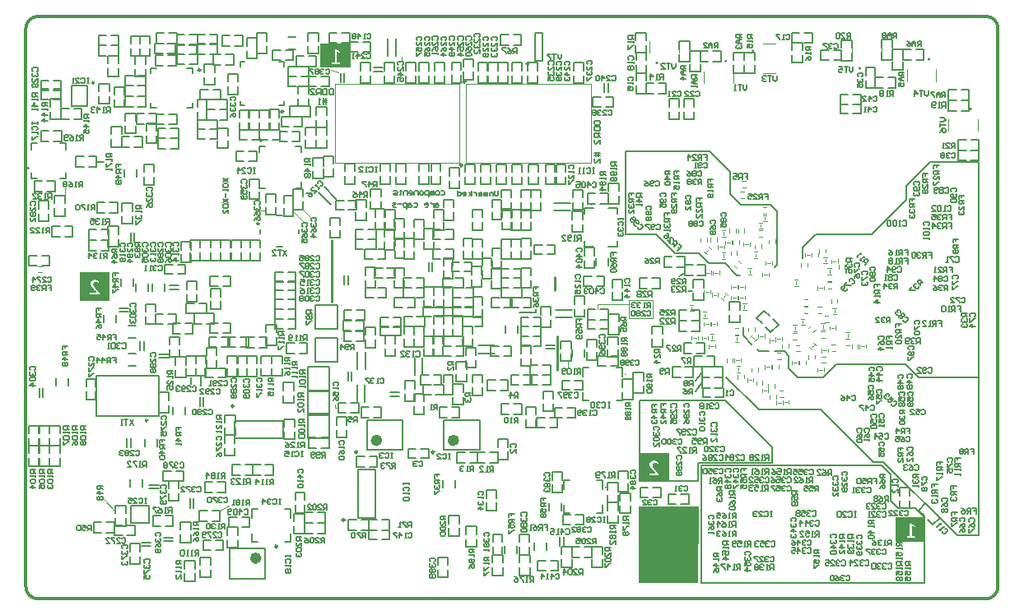
<source format=gbo>
G04 Layer_Color=32896*
%FSLAX44Y44*%
%MOMM*%
G71*
G01*
G75*
%ADD12C,0.2000*%
%ADD14C,0.3000*%
%ADD16C,0.1500*%
%ADD103C,0.6000*%
%ADD105C,0.2500*%
%ADD106C,0.1000*%
%ADD109C,0.3090*%
%ADD134C,0.2540*%
%ADD175C,0.1270*%
%ADD176C,0.0254*%
G36*
X691971Y95000D02*
X691861Y16250D01*
X630520D01*
X630520Y95000D01*
X691971Y95000D01*
D02*
G37*
D12*
X596854Y115000D02*
G03*
X596854Y115000I-354J0D01*
G01*
X616604Y231250D02*
G03*
X616604Y231250I-354J0D01*
G01*
X581854Y405750D02*
G03*
X581854Y405750I-354J0D01*
G01*
X275954Y85610D02*
G03*
X275954Y85610I-354J0D01*
G01*
X240250Y466000D02*
X246500D01*
X240250Y459750D02*
Y466000D01*
Y423000D02*
Y429250D01*
Y423000D02*
X246500D01*
X277000D02*
X283250D01*
Y429250D01*
X277000Y466000D02*
X283250D01*
Y459750D02*
Y466000D01*
X297750Y269000D02*
X320250Y269000D01*
X297750Y244000D02*
X297750Y269000D01*
X297750Y244000D02*
X320250D01*
Y269000D01*
X297750Y303000D02*
X320250D01*
X297750Y278000D02*
Y303000D01*
Y278000D02*
X320250D01*
Y303000D01*
X5250Y432750D02*
Y439000D01*
Y432750D02*
X11500D01*
X35000Y433000D02*
X41250D01*
Y439250D01*
Y462750D02*
Y469000D01*
X35000D02*
X41250D01*
X5250Y462750D02*
Y469000D01*
X11500D01*
X290000Y189500D02*
X312500D01*
Y214500D01*
X290000D02*
X312500D01*
X290000Y189500D02*
Y214500D01*
Y214000D02*
X312500D01*
Y239000D01*
X290000D02*
X312500D01*
X290000Y214000D02*
Y239000D01*
X290000Y165500D02*
X312500D01*
Y190500D01*
X290000D02*
X312500D01*
X290000Y165500D02*
Y190500D01*
X341750Y133500D02*
X359750D01*
X341750Y83500D02*
X359750D01*
Y133500D01*
X341750Y83500D02*
Y133500D01*
X265000Y165500D02*
Y183500D01*
X215000Y165500D02*
Y183500D01*
Y165500D02*
X265000D01*
X215000Y183500D02*
X265000D01*
X350750Y184250D02*
X387750D01*
X350750Y153250D02*
X387750D01*
Y184250D01*
X350750Y153250D02*
Y184250D01*
X429750D02*
X466750D01*
X429750Y153250D02*
X466750D01*
Y184250D01*
X429750Y153250D02*
Y184250D01*
X260750Y508375D02*
X265250D01*
Y512875D01*
Y548375D02*
Y552875D01*
X260750D02*
X265250D01*
X220750D02*
X225250D01*
X220750Y548375D02*
Y552875D01*
Y508375D02*
X225250D01*
X220750D02*
Y512875D01*
X180000Y219250D02*
Y229000D01*
X170250Y221000D02*
Y228500D01*
X209500Y21000D02*
X246500D01*
X209500Y52000D02*
X246500D01*
X209500Y21000D02*
Y52000D01*
X246500Y21000D02*
Y52000D01*
X63500Y507250D02*
Y528250D01*
X47500Y507250D02*
Y528250D01*
X63500D01*
X47500Y507250D02*
X63500D01*
X172000Y541500D02*
Y546250D01*
X165500D02*
X172000D01*
X128000D02*
X134500D01*
X128000Y541500D02*
Y546250D01*
Y505750D02*
Y510500D01*
Y505750D02*
X134500D01*
X172000D02*
Y510500D01*
X165500Y505750D02*
X172000D01*
X308417Y509250D02*
Y515748D01*
X306251D02*
Y509250D01*
X309500Y513582D02*
X306251D01*
X305168D01*
X309500Y511416D02*
X305168D01*
X303002Y509250D02*
X300836D01*
X301919D01*
Y515748D01*
X303002Y514665D01*
X316334Y525498D02*
Y519000D01*
X313085D01*
X312002Y520083D01*
Y524415D01*
X313085Y525498D01*
X316334D01*
X309836D02*
Y519000D01*
X306587D01*
X305504Y520083D01*
Y524415D01*
X306587Y525498D01*
X309836D01*
X303338Y519000D02*
Y525498D01*
X300089D01*
X299006Y524415D01*
Y522249D01*
X300089Y521166D01*
X303338D01*
X301172D02*
X299006Y519000D01*
X292508D02*
X296840D01*
X292508Y523332D01*
Y524415D01*
X293591Y525498D01*
X295757D01*
X296840Y524415D01*
X584501Y492660D02*
X590999D01*
Y489411D01*
X589916Y488328D01*
X585584D01*
X584501Y489411D01*
Y492660D01*
Y486162D02*
X590999D01*
Y482913D01*
X589916Y481830D01*
X585584D01*
X584501Y482913D01*
Y486162D01*
X590999Y479664D02*
X584501D01*
Y476415D01*
X585584Y475332D01*
X587750D01*
X588833Y476415D01*
Y479664D01*
Y477498D02*
X590999Y475332D01*
Y468834D02*
Y473166D01*
X586667Y468834D01*
X585584D01*
X584501Y469917D01*
Y472083D01*
X585584Y473166D01*
X590999Y459087D02*
X584501D01*
Y456921D02*
X590999D01*
X586667Y460170D02*
Y456921D01*
Y455838D01*
X588833Y460170D02*
Y455838D01*
X590999Y449340D02*
Y453672D01*
X586667Y449340D01*
X585584D01*
X584501Y450423D01*
Y452589D01*
X585584Y453672D01*
D14*
X12750Y600000D02*
G03*
X50Y587300I0J-12700D01*
G01*
X1000050D02*
G03*
X987350Y600000I-12700J0D01*
G01*
Y0D02*
G03*
X1000050Y12700I0J12700D01*
G01*
X50D02*
G03*
X12750Y0I12700J0D01*
G01*
X1000050Y12700D02*
Y587300D01*
X12750Y0D02*
X987350D01*
X50Y12700D02*
Y587300D01*
D16*
X929500Y555750D02*
G03*
X929500Y555750I-750J0D01*
G01*
X858625Y546375D02*
G03*
X858625Y546375I-750J0D01*
G01*
X972375Y504625D02*
G03*
X972375Y504625I-750J0D01*
G01*
X649875Y551875D02*
G03*
X649875Y551875I-750J0D01*
G01*
X748823Y564250D02*
G03*
X748823Y564250I-750J0D01*
G01*
X720750Y553750D02*
G03*
X720750Y553750I-750J0D01*
G01*
X508104Y294750D02*
G03*
X507500Y294500I0J-854D01*
G01*
X770250Y255000D02*
X780000D01*
X754250Y255000D02*
X764250D01*
X738000Y271000D02*
X746750Y262250D01*
X738000Y271000D02*
Y279750D01*
X752000Y257250D02*
X754250Y255000D01*
X918250Y227750D02*
X980250D01*
X904750Y241250D02*
X918250Y227750D01*
X833750Y241250D02*
X904750D01*
X924250Y79750D02*
Y84250D01*
X799250Y350750D02*
Y362000D01*
X812750Y375500D01*
X280750Y376500D02*
Y380500D01*
X257750Y362500D02*
X263750D01*
X240750Y376500D02*
Y380500D01*
X257750Y394500D02*
X263750D01*
X73500Y450000D02*
X79750D01*
X812750Y375500D02*
X870000D01*
X905500Y411000D01*
Y425500D01*
X720250Y228500D02*
X753750Y195000D01*
X818000D01*
X871750Y141250D01*
X980250Y65750D02*
Y245750D01*
X616750Y375500D02*
X628000D01*
X616750D02*
Y461250D01*
X703000D01*
X724750Y439500D01*
X770500Y341750D02*
X773000Y344250D01*
Y399500D01*
X766250Y406250D02*
X773000Y399500D01*
X735250Y406250D02*
X766250D01*
X724750Y416750D02*
X735250Y406250D01*
X724750Y416750D02*
Y439500D01*
X672250Y332000D02*
X678000Y335250D01*
X681500Y317250D02*
X685500D01*
X793750Y227750D02*
X820250D01*
X833750Y241250D01*
X905500Y425500D02*
X930000Y450000D01*
X980250Y241250D02*
Y280750D01*
X126375Y78125D02*
Y96125D01*
X108375Y96125D02*
X126375Y96125D01*
X108375Y78125D02*
Y96125D01*
Y78125D02*
X126375Y78125D01*
X631000Y204000D02*
X719750D01*
X631000Y121500D02*
Y204000D01*
Y121500D02*
X691250D01*
Y140250D01*
X767750D01*
Y156000D01*
X719750Y204000D02*
X767750Y156000D01*
X694500Y16500D02*
Y137250D01*
X924250Y16500D02*
Y79750D01*
X694500Y16500D02*
X924250D01*
X694500Y137250D02*
X880250D01*
X525000Y294750D02*
Y298250D01*
X508104Y294750D02*
X525000D01*
X930000Y450000D02*
X980250D01*
Y280750D02*
Y450000D01*
X689000Y224750D02*
X694750Y232750D01*
X689000Y213500D02*
X695500Y222750D01*
X784500Y237000D02*
X793750Y227750D01*
X784500Y237000D02*
Y250500D01*
X780000Y255000D02*
X784500Y250500D01*
X593500Y88000D02*
Y97000D01*
X587500Y88000D02*
X593500D01*
X587500Y122000D02*
X593500D01*
Y113000D02*
Y122000D01*
X553500Y113000D02*
Y122000D01*
X559500D01*
X553500Y88000D02*
X559500D01*
X553500D02*
Y97000D01*
X613250Y204250D02*
Y213250D01*
X607250Y204250D02*
X613250Y204250D01*
X607250Y238250D02*
X613250D01*
Y229250D02*
Y238250D01*
X573250Y229250D02*
Y238250D01*
X579250Y238250D01*
X573250Y204250D02*
X579250Y204250D01*
X573250Y204250D02*
Y213250D01*
X599500Y402750D02*
X608500D01*
Y396750D02*
Y402750D01*
X574500Y396750D02*
Y402750D01*
X583500D01*
X574500Y362750D02*
X583500D01*
X574500Y368750D02*
X574500Y362750D01*
X608500D02*
Y368750D01*
X599500Y362750D02*
X608500D01*
X272600Y58610D02*
Y67610D01*
X266600Y58610D02*
X272600D01*
X266600Y92610D02*
X272600D01*
Y83610D02*
Y92610D01*
X232600Y83610D02*
Y92610D01*
X238600D01*
X232600Y58610D02*
X238600D01*
X232600D02*
Y67610D01*
X957750Y65750D02*
X980250D01*
X882250Y141250D02*
X957750Y65750D01*
X871750Y141250D02*
X882250D01*
X915250Y93250D02*
X924250Y84250D01*
X897500Y93250D02*
X915250D01*
X889250Y101500D02*
X897500Y93250D01*
X889250Y101500D02*
Y128250D01*
X880250Y137250D02*
X889250Y128250D01*
X628000Y375500D02*
X648000D01*
X667750Y355750D01*
X692000D01*
X702250Y345500D01*
X719000D01*
X731500Y333000D01*
X734250D01*
X67250Y70500D02*
Y75998D01*
X64501D01*
X63584Y75082D01*
Y73249D01*
X64501Y72333D01*
X67250D01*
X65417D02*
X63584Y70500D01*
X58086Y75998D02*
X61752D01*
Y73249D01*
X59919Y74166D01*
X59003D01*
X58086Y73249D01*
Y71416D01*
X59003Y70500D01*
X60835D01*
X61752Y71416D01*
X56254Y75082D02*
X55337Y75998D01*
X53505D01*
X52588Y75082D01*
Y71416D01*
X53505Y70500D01*
X55337D01*
X56254Y71416D01*
Y75082D01*
X79000Y116750D02*
X73502D01*
Y114001D01*
X74418Y113084D01*
X76251D01*
X77167Y114001D01*
Y116750D01*
Y114917D02*
X79000Y113084D01*
Y108503D02*
X73502D01*
X76251Y111252D01*
Y107586D01*
X74418Y105754D02*
X73502Y104837D01*
Y103005D01*
X74418Y102088D01*
X75335D01*
X76251Y103005D01*
X77167Y102088D01*
X78084D01*
X79000Y103005D01*
Y104837D01*
X78084Y105754D01*
X77167D01*
X76251Y104837D01*
X75335Y105754D01*
X74418D01*
X76251Y104837D02*
Y103005D01*
X555335Y71082D02*
X556251Y71998D01*
X558084D01*
X559000Y71082D01*
Y67416D01*
X558084Y66500D01*
X556251D01*
X555335Y67416D01*
X550753Y66500D02*
Y71998D01*
X553502Y69249D01*
X549836D01*
X548004Y66500D02*
X546171D01*
X547087D01*
Y71998D01*
X548004Y71082D01*
X539756Y71998D02*
X543422D01*
Y69249D01*
X541589Y70166D01*
X540673D01*
X539756Y69249D01*
Y67416D01*
X540673Y66500D01*
X542505D01*
X543422Y67416D01*
X831335Y571332D02*
X832251Y572248D01*
X834084D01*
X835000Y571332D01*
Y567666D01*
X834084Y566750D01*
X832251D01*
X831335Y567666D01*
X829502Y571332D02*
X828585Y572248D01*
X826753D01*
X825836Y571332D01*
Y570415D01*
X826753Y569499D01*
X827669D01*
X826753D01*
X825836Y568583D01*
Y567666D01*
X826753Y566750D01*
X828585D01*
X829502Y567666D01*
X824004Y572248D02*
X820338D01*
Y571332D01*
X824004Y567666D01*
Y566750D01*
X856418Y537584D02*
X855502Y538501D01*
Y540334D01*
X856418Y541250D01*
X860084D01*
X861000Y540334D01*
Y538501D01*
X860084Y537584D01*
X856418Y535752D02*
X855502Y534835D01*
Y533003D01*
X856418Y532086D01*
X857335D01*
X858251Y533003D01*
Y533919D01*
Y533003D01*
X859167Y532086D01*
X860084D01*
X861000Y533003D01*
Y534835D01*
X860084Y535752D01*
X855502Y526588D02*
Y530254D01*
X858251D01*
X857335Y528421D01*
Y527505D01*
X858251Y526588D01*
X860084D01*
X861000Y527505D01*
Y529337D01*
X860084Y530254D01*
X952335Y458332D02*
X953251Y459248D01*
X955084D01*
X956000Y458332D01*
Y454666D01*
X955084Y453750D01*
X953251D01*
X952335Y454666D01*
X950502Y458332D02*
X949585Y459248D01*
X947753D01*
X946836Y458332D01*
Y457416D01*
X947753Y456499D01*
X948669D01*
X947753D01*
X946836Y455583D01*
Y454666D01*
X947753Y453750D01*
X949585D01*
X950502Y454666D01*
X945004Y458332D02*
X944087Y459248D01*
X942254D01*
X941338Y458332D01*
Y457416D01*
X942254Y456499D01*
X941338Y455583D01*
Y454666D01*
X942254Y453750D01*
X944087D01*
X945004Y454666D01*
Y455583D01*
X944087Y456499D01*
X945004Y457416D01*
Y458332D01*
X944087Y456499D02*
X942254D01*
X620418Y555084D02*
X619502Y556001D01*
Y557834D01*
X620418Y558750D01*
X624084D01*
X625000Y557834D01*
Y556001D01*
X624084Y555084D01*
X625000Y553252D02*
Y551419D01*
Y552335D01*
X619502D01*
X620418Y553252D01*
Y548670D02*
X619502Y547753D01*
Y545921D01*
X620418Y545004D01*
X621334D01*
X622251Y545921D01*
X623167Y545004D01*
X624084D01*
X625000Y545921D01*
Y547753D01*
X624084Y548670D01*
X623167D01*
X622251Y547753D01*
X621334Y548670D01*
X620418D01*
X622251Y547753D02*
Y545921D01*
X620168Y533834D02*
X619252Y534751D01*
Y536584D01*
X620168Y537500D01*
X623834D01*
X624750Y536584D01*
Y534751D01*
X623834Y533834D01*
X624750Y532002D02*
Y530169D01*
Y531085D01*
X619252D01*
X620168Y532002D01*
X619252Y523755D02*
Y527420D01*
X622001D01*
X621085Y525587D01*
Y524671D01*
X622001Y523755D01*
X623834D01*
X624750Y524671D01*
Y526503D01*
X623834Y527420D01*
X781834Y580332D02*
X782751Y581248D01*
X784584D01*
X785500Y580332D01*
Y576666D01*
X784584Y575750D01*
X782751D01*
X781834Y576666D01*
X780002Y575750D02*
X778169D01*
X779085D01*
Y581248D01*
X780002Y580332D01*
X775420Y581248D02*
X771755D01*
Y580332D01*
X775420Y576666D01*
Y575750D01*
X940502Y495250D02*
X944167D01*
X946000Y493417D01*
X944167Y491585D01*
X940502D01*
Y489752D02*
Y486086D01*
Y487919D01*
X946000D01*
X940502Y480588D02*
X941418Y482421D01*
X943251Y484254D01*
X945084D01*
X946000Y483337D01*
Y481505D01*
X945084Y480588D01*
X944167D01*
X943251Y481505D01*
Y484254D01*
X851000Y547748D02*
Y544083D01*
X849167Y542250D01*
X847335Y544083D01*
Y547748D01*
X845502D02*
X841836D01*
X843669D01*
Y542250D01*
X836338Y547748D02*
X840004D01*
Y544999D01*
X838171Y545915D01*
X837254D01*
X836338Y544999D01*
Y543166D01*
X837254Y542250D01*
X839087D01*
X840004Y543166D01*
X928250Y523248D02*
Y519583D01*
X926417Y517750D01*
X924585Y519583D01*
Y523248D01*
X922752D02*
X919086D01*
X920919D01*
Y517750D01*
X914504D02*
Y523248D01*
X917254Y520499D01*
X913588D01*
X772500Y538498D02*
Y534833D01*
X770667Y533000D01*
X768835Y534833D01*
Y538498D01*
X767002D02*
X763336D01*
X765169D01*
Y533000D01*
X761504Y537582D02*
X760587Y538498D01*
X758755D01*
X757838Y537582D01*
Y536665D01*
X758755Y535749D01*
X759671D01*
X758755D01*
X757838Y534833D01*
Y533916D01*
X758755Y533000D01*
X760587D01*
X761504Y533916D01*
X668250Y551498D02*
Y547833D01*
X666417Y546000D01*
X664585Y547833D01*
Y551498D01*
X662752D02*
X659086D01*
X660919D01*
Y546000D01*
X653588D02*
X657254D01*
X653588Y549665D01*
Y550582D01*
X654504Y551498D01*
X656337D01*
X657254Y550582D01*
X741750Y529248D02*
Y525583D01*
X739917Y523750D01*
X738084Y525583D01*
Y529248D01*
X736252D02*
X732586D01*
X734419D01*
Y523750D01*
X730754D02*
X728921D01*
X729837D01*
Y529248D01*
X730754Y528332D01*
X895750Y577750D02*
Y583248D01*
X893001D01*
X892085Y582332D01*
Y580499D01*
X893001Y579583D01*
X895750D01*
X893917D02*
X892085Y577750D01*
X890252D02*
Y581415D01*
X888419Y583248D01*
X886586Y581415D01*
Y577750D01*
Y580499D01*
X890252D01*
X884754Y582332D02*
X883837Y583248D01*
X882004D01*
X881088Y582332D01*
Y581415D01*
X882004Y580499D01*
X881088Y579583D01*
Y578666D01*
X882004Y577750D01*
X883837D01*
X884754Y578666D01*
Y579583D01*
X883837Y580499D01*
X884754Y581415D01*
Y582332D01*
X883837Y580499D02*
X882004D01*
X945750Y516750D02*
Y522248D01*
X943001D01*
X942085Y521332D01*
Y519499D01*
X943001Y518583D01*
X945750D01*
X943917D02*
X942085Y516750D01*
X940252D02*
Y520415D01*
X938419Y522248D01*
X936586Y520415D01*
Y516750D01*
Y519499D01*
X940252D01*
X934754Y522248D02*
X931088D01*
Y521332D01*
X934754Y517666D01*
Y516750D01*
X920750Y569250D02*
Y574748D01*
X918001D01*
X917085Y573832D01*
Y571999D01*
X918001Y571083D01*
X920750D01*
X918917D02*
X917085Y569250D01*
X915252D02*
Y572915D01*
X913419Y574748D01*
X911586Y572915D01*
Y569250D01*
Y571999D01*
X915252D01*
X906088Y574748D02*
X907921Y573832D01*
X909754Y571999D01*
Y570166D01*
X908837Y569250D01*
X907004D01*
X906088Y570166D01*
Y571083D01*
X907004Y571999D01*
X909754D01*
X903500Y542500D02*
X898002D01*
Y539751D01*
X898918Y538834D01*
X900751D01*
X901667Y539751D01*
Y542500D01*
Y540667D02*
X903500Y538834D01*
Y537002D02*
X899835D01*
X898002Y535169D01*
X899835Y533336D01*
X903500D01*
X900751D01*
Y537002D01*
X898002Y527838D02*
Y531504D01*
X900751D01*
X899835Y529671D01*
Y528755D01*
X900751Y527838D01*
X902584D01*
X903500Y528755D01*
Y530587D01*
X902584Y531504D01*
X679000Y549250D02*
X673502D01*
Y546501D01*
X674418Y545584D01*
X676251D01*
X677167Y546501D01*
Y549250D01*
Y547417D02*
X679000Y545584D01*
Y543752D02*
X675334D01*
X673502Y541919D01*
X675334Y540086D01*
X679000D01*
X676251D01*
Y543752D01*
X679000Y535504D02*
X673502D01*
X676251Y538254D01*
Y534588D01*
X736250Y581250D02*
X730752D01*
Y578501D01*
X731668Y577584D01*
X733501D01*
X734417Y578501D01*
Y581250D01*
Y579417D02*
X736250Y577584D01*
Y575752D02*
X732585D01*
X730752Y573919D01*
X732585Y572086D01*
X736250D01*
X733501D01*
Y575752D01*
X731668Y570254D02*
X730752Y569337D01*
Y567505D01*
X731668Y566588D01*
X732585D01*
X733501Y567505D01*
Y568421D01*
Y567505D01*
X734417Y566588D01*
X735334D01*
X736250Y567505D01*
Y569337D01*
X735334Y570254D01*
X711750Y567250D02*
Y572748D01*
X709001D01*
X708084Y571832D01*
Y569999D01*
X709001Y569083D01*
X711750D01*
X709917D02*
X708084Y567250D01*
X706252D02*
Y570915D01*
X704419Y572748D01*
X702586Y570915D01*
Y567250D01*
Y569999D01*
X706252D01*
X697088Y567250D02*
X700754D01*
X697088Y570915D01*
Y571832D01*
X698005Y572748D01*
X699837D01*
X700754Y571832D01*
X690500Y539500D02*
X685002D01*
Y536751D01*
X685918Y535835D01*
X687751D01*
X688667Y536751D01*
Y539500D01*
Y537667D02*
X690500Y535835D01*
Y534002D02*
X686834D01*
X685002Y532169D01*
X686834Y530336D01*
X690500D01*
X687751D01*
Y534002D01*
X690500Y528504D02*
Y526671D01*
Y527587D01*
X685002D01*
X685918Y528504D01*
X848000Y577250D02*
Y582748D01*
X845251D01*
X844334Y581832D01*
Y579999D01*
X845251Y579083D01*
X848000D01*
X846167D02*
X844334Y577250D01*
X838836D02*
X842502D01*
X838836Y580915D01*
Y581832D01*
X839753Y582748D01*
X841585D01*
X842502Y581832D01*
X837004D02*
X836087Y582748D01*
X834255D01*
X833338Y581832D01*
Y578166D01*
X834255Y577250D01*
X836087D01*
X837004Y578166D01*
Y581832D01*
X955750Y464250D02*
Y469748D01*
X953001D01*
X952085Y468832D01*
Y466999D01*
X953001Y466083D01*
X955750D01*
X953917D02*
X952085Y464250D01*
X946586D02*
X950252D01*
X946586Y467915D01*
Y468832D01*
X947503Y469748D01*
X949335D01*
X950252Y468832D01*
X944753Y464250D02*
X942921D01*
X943837D01*
Y469748D01*
X944753Y468832D01*
X946000Y506000D02*
Y511498D01*
X943251D01*
X942335Y510582D01*
Y508749D01*
X943251Y507833D01*
X946000D01*
X944167D02*
X942335Y506000D01*
X940502D02*
X938669D01*
X939585D01*
Y511498D01*
X940502Y510582D01*
X935920Y506916D02*
X935004Y506000D01*
X933171D01*
X932254Y506916D01*
Y510582D01*
X933171Y511498D01*
X935004D01*
X935920Y510582D01*
Y509665D01*
X935004Y508749D01*
X932254D01*
X892250Y517750D02*
Y523248D01*
X889501D01*
X888585Y522332D01*
Y520499D01*
X889501Y519583D01*
X892250D01*
X890417D02*
X888585Y517750D01*
X886752D02*
X884919D01*
X885835D01*
Y523248D01*
X886752Y522332D01*
X882170D02*
X881254Y523248D01*
X879421D01*
X878504Y522332D01*
Y521415D01*
X879421Y520499D01*
X878504Y519583D01*
Y518666D01*
X879421Y517750D01*
X881254D01*
X882170Y518666D01*
Y519583D01*
X881254Y520499D01*
X882170Y521415D01*
Y522332D01*
X881254Y520499D02*
X879421D01*
X625250Y580000D02*
X619752D01*
Y577251D01*
X620668Y576334D01*
X622501D01*
X623417Y577251D01*
Y580000D01*
Y578167D02*
X625250Y576334D01*
Y574502D02*
Y572669D01*
Y573585D01*
X619752D01*
X620668Y574502D01*
X619752Y569920D02*
Y566255D01*
X620668D01*
X624334Y569920D01*
X625250D01*
X807750Y568500D02*
X802252D01*
Y565751D01*
X803168Y564835D01*
X805001D01*
X805917Y565751D01*
Y568500D01*
Y566667D02*
X807750Y564835D01*
Y563002D02*
Y561169D01*
Y562085D01*
X802252D01*
X803168Y563002D01*
X802252Y554754D02*
X803168Y556587D01*
X805001Y558420D01*
X806834D01*
X807750Y557504D01*
Y555671D01*
X806834Y554754D01*
X805917D01*
X805001Y555671D01*
Y558420D01*
X747500Y581000D02*
X742002D01*
Y578251D01*
X742918Y577335D01*
X744751D01*
X745667Y578251D01*
Y581000D01*
Y579167D02*
X747500Y577335D01*
Y575502D02*
Y573669D01*
Y574585D01*
X742002D01*
X742918Y575502D01*
X742002Y567254D02*
Y570920D01*
X744751D01*
X743835Y569087D01*
Y568171D01*
X744751Y567254D01*
X746584D01*
X747500Y568171D01*
Y570004D01*
X746584Y570920D01*
X655500Y535000D02*
Y540498D01*
X652751D01*
X651834Y539582D01*
Y537749D01*
X652751Y536833D01*
X655500D01*
X653667D02*
X651834Y535000D01*
X650002D02*
X648169D01*
X649085D01*
Y540498D01*
X650002Y539582D01*
X642671Y535000D02*
Y540498D01*
X645420Y537749D01*
X641755D01*
X871834Y516832D02*
X872751Y517748D01*
X874584D01*
X875500Y516832D01*
Y513166D01*
X874584Y512250D01*
X872751D01*
X871834Y513166D01*
X867253Y512250D02*
Y517748D01*
X870002Y514999D01*
X866336D01*
X860838Y512250D02*
X864504D01*
X860838Y515915D01*
Y516832D01*
X861755Y517748D01*
X863587D01*
X864504Y516832D01*
X871584Y506082D02*
X872501Y506998D01*
X874334D01*
X875250Y506082D01*
Y502416D01*
X874334Y501500D01*
X872501D01*
X871584Y502416D01*
X867003Y501500D02*
Y506998D01*
X869752Y504249D01*
X866086D01*
X864254Y501500D02*
X862421D01*
X863337D01*
Y506998D01*
X864254Y506082D01*
X645584Y101082D02*
X646501Y101998D01*
X648334D01*
X649250Y101082D01*
Y97416D01*
X648334Y96500D01*
X646501D01*
X645584Y97416D01*
X643752Y101082D02*
X642835Y101998D01*
X641003D01*
X640086Y101082D01*
Y100166D01*
X641003Y99249D01*
X641919D01*
X641003D01*
X640086Y98333D01*
Y97416D01*
X641003Y96500D01*
X642835D01*
X643752Y97416D01*
X634588Y96500D02*
X638254D01*
X634588Y100166D01*
Y101082D01*
X635504Y101998D01*
X637337D01*
X638254Y101082D01*
X677085Y115582D02*
X678001Y116498D01*
X679834D01*
X680750Y115582D01*
Y111916D01*
X679834Y111000D01*
X678001D01*
X677085Y111916D01*
X675252Y115582D02*
X674335Y116498D01*
X672503D01*
X671586Y115582D01*
Y114665D01*
X672503Y113749D01*
X673419D01*
X672503D01*
X671586Y112833D01*
Y111916D01*
X672503Y111000D01*
X674335D01*
X675252Y111916D01*
X669754Y111000D02*
X667921D01*
X668837D01*
Y116498D01*
X669754Y115582D01*
X689084Y522082D02*
X690001Y522998D01*
X691834D01*
X692750Y522082D01*
Y518416D01*
X691834Y517500D01*
X690001D01*
X689084Y518416D01*
X683586Y517500D02*
X687252D01*
X683586Y521166D01*
Y522082D01*
X684503Y522998D01*
X686335D01*
X687252Y522082D01*
X678088Y517500D02*
X681754D01*
X678088Y521166D01*
Y522082D01*
X679005Y522998D01*
X680837D01*
X681754Y522082D01*
X670334D02*
X671251Y522998D01*
X673084D01*
X674000Y522082D01*
Y518416D01*
X673084Y517500D01*
X671251D01*
X670334Y518416D01*
X664836Y517500D02*
X668502D01*
X664836Y521166D01*
Y522082D01*
X665753Y522998D01*
X667585D01*
X668502Y522082D01*
X663004Y517500D02*
X661171D01*
X662087D01*
Y522998D01*
X663004Y522082D01*
X945648Y72332D02*
X946944Y72332D01*
X948240Y71036D01*
X948240Y69740D01*
X945648Y67148D01*
X944352D01*
X943056Y68444D01*
Y69740D01*
X941112Y70388D02*
X939816Y71684D01*
X940464Y71036D01*
X944352Y74924D01*
X944352Y73628D01*
X937872D02*
X936576Y74924D01*
X937224Y74276D01*
X941112Y78163D01*
X941112Y76867D01*
X37752Y256584D02*
Y260250D01*
X40501D01*
Y258417D01*
Y260250D01*
X43250D01*
Y254752D02*
X37752D01*
Y252003D01*
X38668Y251086D01*
X40501D01*
X41417Y252003D01*
Y254752D01*
Y252919D02*
X43250Y251086D01*
Y246504D02*
X37752D01*
X40501Y249254D01*
Y245588D01*
X38668Y243755D02*
X37752Y242839D01*
Y241006D01*
X38668Y240090D01*
X39585D01*
X40501Y241006D01*
X41417Y240090D01*
X42334D01*
X43250Y241006D01*
Y242839D01*
X42334Y243755D01*
X41417D01*
X40501Y242839D01*
X39585Y243755D01*
X38668D01*
X40501Y242839D02*
Y241006D01*
X815750Y64250D02*
Y69748D01*
X813001D01*
X812085Y68832D01*
Y66999D01*
X813001Y66083D01*
X815750D01*
X813917D02*
X812085Y64250D01*
X810252D02*
X808419D01*
X809335D01*
Y69748D01*
X810252Y68832D01*
X802004Y69748D02*
X805670D01*
Y66999D01*
X803837Y67916D01*
X802921D01*
X802004Y66999D01*
Y65166D01*
X802921Y64250D01*
X804754D01*
X805670Y65166D01*
X796506Y64250D02*
X800172D01*
X796506Y67916D01*
Y68832D01*
X797423Y69748D01*
X799255D01*
X800172Y68832D01*
X871584Y124248D02*
X875250D01*
Y121499D01*
X873417D01*
X875250D01*
Y118750D01*
X869752D02*
Y124248D01*
X867003D01*
X866086Y123332D01*
Y121499D01*
X867003Y120583D01*
X869752D01*
X867919D02*
X866086Y118750D01*
X860588Y124248D02*
X864254D01*
Y121499D01*
X862421Y122416D01*
X861505D01*
X860588Y121499D01*
Y119666D01*
X861505Y118750D01*
X863337D01*
X864254Y119666D01*
X858755Y123332D02*
X857839Y124248D01*
X856006D01*
X855090Y123332D01*
Y119666D01*
X856006Y118750D01*
X857839D01*
X858755Y119666D01*
Y123332D01*
X809084Y89832D02*
X810001Y90748D01*
X811834D01*
X812750Y89832D01*
Y86166D01*
X811834Y85250D01*
X810001D01*
X809084Y86166D01*
X807252Y89832D02*
X806335Y90748D01*
X804503D01*
X803586Y89832D01*
Y88916D01*
X804503Y87999D01*
X805419D01*
X804503D01*
X803586Y87083D01*
Y86166D01*
X804503Y85250D01*
X806335D01*
X807252Y86166D01*
X798088Y90748D02*
X801754D01*
Y87999D01*
X799921Y88916D01*
X799005D01*
X798088Y87999D01*
Y86166D01*
X799005Y85250D01*
X800837D01*
X801754Y86166D01*
X796255Y89832D02*
X795339Y90748D01*
X793506D01*
X792590Y89832D01*
Y88916D01*
X793506Y87999D01*
X792590Y87083D01*
Y86166D01*
X793506Y85250D01*
X795339D01*
X796255Y86166D01*
Y87083D01*
X795339Y87999D01*
X796255Y88916D01*
Y89832D01*
X795339Y87999D02*
X793506D01*
X804084Y59832D02*
X805001Y60748D01*
X806834D01*
X807750Y59832D01*
Y56166D01*
X806834Y55250D01*
X805001D01*
X804084Y56166D01*
X802252Y59832D02*
X801335Y60748D01*
X799503D01*
X798586Y59832D01*
Y58916D01*
X799503Y57999D01*
X800419D01*
X799503D01*
X798586Y57083D01*
Y56166D01*
X799503Y55250D01*
X801335D01*
X802252Y56166D01*
X794005Y55250D02*
Y60748D01*
X796754Y57999D01*
X793088D01*
X787590Y60748D02*
X789423Y59832D01*
X791255Y57999D01*
Y56166D01*
X790339Y55250D01*
X788506D01*
X787590Y56166D01*
Y57083D01*
X788506Y57999D01*
X791255D01*
X804084Y51582D02*
X805001Y52498D01*
X806834D01*
X807750Y51582D01*
Y47916D01*
X806834Y47000D01*
X805001D01*
X804084Y47916D01*
X802252Y51582D02*
X801335Y52498D01*
X799503D01*
X798586Y51582D01*
Y50665D01*
X799503Y49749D01*
X800419D01*
X799503D01*
X798586Y48833D01*
Y47916D01*
X799503Y47000D01*
X801335D01*
X802252Y47916D01*
X794005Y47000D02*
Y52498D01*
X796754Y49749D01*
X793088D01*
X787590Y52498D02*
X791255D01*
Y49749D01*
X789423Y50665D01*
X788506D01*
X787590Y49749D01*
Y47916D01*
X788506Y47000D01*
X790339D01*
X791255Y47916D01*
X812085Y79832D02*
X813001Y80748D01*
X814834D01*
X815750Y79832D01*
Y76166D01*
X814834Y75250D01*
X813001D01*
X812085Y76166D01*
X810252Y79832D02*
X809335Y80748D01*
X807503D01*
X806586Y79832D01*
Y78916D01*
X807503Y77999D01*
X808419D01*
X807503D01*
X806586Y77083D01*
Y76166D01*
X807503Y75250D01*
X809335D01*
X810252Y76166D01*
X802004Y75250D02*
Y80748D01*
X804754Y77999D01*
X801088D01*
X796506Y75250D02*
Y80748D01*
X799255Y77999D01*
X795590D01*
X787668Y79584D02*
X786752Y80501D01*
Y82334D01*
X787668Y83250D01*
X791334D01*
X792250Y82334D01*
Y80501D01*
X791334Y79584D01*
X787668Y77752D02*
X786752Y76835D01*
Y75003D01*
X787668Y74086D01*
X788585D01*
X789501Y75003D01*
Y75919D01*
Y75003D01*
X790417Y74086D01*
X791334D01*
X792250Y75003D01*
Y76835D01*
X791334Y77752D01*
X792250Y69504D02*
X786752D01*
X789501Y72254D01*
Y68588D01*
X787668Y66755D02*
X786752Y65839D01*
Y64006D01*
X787668Y63090D01*
X788585D01*
X789501Y64006D01*
Y64923D01*
Y64006D01*
X790417Y63090D01*
X791334D01*
X792250Y64006D01*
Y65839D01*
X791334Y66755D01*
X842250Y66000D02*
X836752D01*
Y63251D01*
X837668Y62334D01*
X839501D01*
X840417Y63251D01*
Y66000D01*
Y64167D02*
X842250Y62334D01*
Y60502D02*
Y58669D01*
Y59585D01*
X836752D01*
X837668Y60502D01*
X842250Y53171D02*
X836752D01*
X839501Y55920D01*
Y52255D01*
X842250Y46756D02*
Y50422D01*
X838585Y46756D01*
X837668D01*
X836752Y47673D01*
Y49505D01*
X837668Y50422D01*
X851250Y66000D02*
X845752D01*
Y63251D01*
X846668Y62334D01*
X848501D01*
X849417Y63251D01*
Y66000D01*
Y64167D02*
X851250Y62334D01*
Y60502D02*
Y58669D01*
Y59585D01*
X845752D01*
X846668Y60502D01*
Y55920D02*
X845752Y55003D01*
Y53171D01*
X846668Y52255D01*
X847585D01*
X848501Y53171D01*
Y54087D01*
Y53171D01*
X849417Y52255D01*
X850334D01*
X851250Y53171D01*
Y55003D01*
X850334Y55920D01*
Y50422D02*
X851250Y49505D01*
Y47673D01*
X850334Y46756D01*
X846668D01*
X845752Y47673D01*
Y49505D01*
X846668Y50422D01*
X847585D01*
X848501Y49505D01*
Y46756D01*
X890250Y55000D02*
Y60498D01*
X887501D01*
X886584Y59582D01*
Y57749D01*
X887501Y56833D01*
X890250D01*
X888417D02*
X886584Y55000D01*
X884752D02*
X882919D01*
X883835D01*
Y60498D01*
X884752Y59582D01*
X880170D02*
X879254Y60498D01*
X877421D01*
X876505Y59582D01*
Y58665D01*
X877421Y57749D01*
X878337D01*
X877421D01*
X876505Y56833D01*
Y55916D01*
X877421Y55000D01*
X879254D01*
X880170Y55916D01*
X871006Y60498D02*
X872839Y59582D01*
X874672Y57749D01*
Y55916D01*
X873755Y55000D01*
X871923D01*
X871006Y55916D01*
Y56833D01*
X871923Y57749D01*
X874672D01*
X783084Y115832D02*
X784001Y116748D01*
X785834D01*
X786750Y115832D01*
Y112166D01*
X785834Y111250D01*
X784001D01*
X783084Y112166D01*
X781252Y115832D02*
X780335Y116748D01*
X778503D01*
X777586Y115832D01*
Y114916D01*
X778503Y113999D01*
X779419D01*
X778503D01*
X777586Y113083D01*
Y112166D01*
X778503Y111250D01*
X780335D01*
X781252Y112166D01*
X772088Y116748D02*
X775754D01*
Y113999D01*
X773921Y114916D01*
X773005D01*
X772088Y113999D01*
Y112166D01*
X773005Y111250D01*
X774837D01*
X775754Y112166D01*
X770255Y116748D02*
X766590D01*
Y115832D01*
X770255Y112166D01*
Y111250D01*
X783084Y124332D02*
X784001Y125248D01*
X785834D01*
X786750Y124332D01*
Y120666D01*
X785834Y119750D01*
X784001D01*
X783084Y120666D01*
X781252Y124332D02*
X780335Y125248D01*
X778503D01*
X777586Y124332D01*
Y123415D01*
X778503Y122499D01*
X779419D01*
X778503D01*
X777586Y121583D01*
Y120666D01*
X778503Y119750D01*
X780335D01*
X781252Y120666D01*
X772088Y125248D02*
X775754D01*
Y122499D01*
X773921Y123415D01*
X773005D01*
X772088Y122499D01*
Y120666D01*
X773005Y119750D01*
X774837D01*
X775754Y120666D01*
X766590Y125248D02*
X768423Y124332D01*
X770255Y122499D01*
Y120666D01*
X769339Y119750D01*
X767506D01*
X766590Y120666D01*
Y121583D01*
X767506Y122499D01*
X770255D01*
X766584Y58582D02*
X767501Y59498D01*
X769334D01*
X770250Y58582D01*
Y54916D01*
X769334Y54000D01*
X767501D01*
X766584Y54916D01*
X764752Y58582D02*
X763835Y59498D01*
X762003D01*
X761086Y58582D01*
Y57666D01*
X762003Y56749D01*
X762919D01*
X762003D01*
X761086Y55833D01*
Y54916D01*
X762003Y54000D01*
X763835D01*
X764752Y54916D01*
X755588Y59498D02*
X759254D01*
Y56749D01*
X757421Y57666D01*
X756505D01*
X755588Y56749D01*
Y54916D01*
X756505Y54000D01*
X758337D01*
X759254Y54916D01*
X753755Y58582D02*
X752839Y59498D01*
X751006D01*
X750090Y58582D01*
Y57666D01*
X751006Y56749D01*
X751923D01*
X751006D01*
X750090Y55833D01*
Y54916D01*
X751006Y54000D01*
X752839D01*
X753755Y54916D01*
X828918Y62585D02*
X828002Y63501D01*
Y65334D01*
X828918Y66250D01*
X832584D01*
X833500Y65334D01*
Y63501D01*
X832584Y62585D01*
X828918Y60752D02*
X828002Y59835D01*
Y58003D01*
X828918Y57086D01*
X829835D01*
X830751Y58003D01*
Y58919D01*
Y58003D01*
X831667Y57086D01*
X832584D01*
X833500Y58003D01*
Y59835D01*
X832584Y60752D01*
X833500Y52505D02*
X828002D01*
X830751Y55254D01*
Y51588D01*
X828918Y49755D02*
X828002Y48839D01*
Y47006D01*
X828918Y46090D01*
X832584D01*
X833500Y47006D01*
Y48839D01*
X832584Y49755D01*
X828918D01*
X855418Y61835D02*
X854502Y62751D01*
Y64584D01*
X855418Y65500D01*
X859084D01*
X860000Y64584D01*
Y62751D01*
X859084Y61835D01*
X855418Y60002D02*
X854502Y59085D01*
Y57253D01*
X855418Y56336D01*
X856335D01*
X857251Y57253D01*
Y58169D01*
Y57253D01*
X858167Y56336D01*
X859084D01*
X860000Y57253D01*
Y59085D01*
X859084Y60002D01*
X855418Y54504D02*
X854502Y53587D01*
Y51754D01*
X855418Y50838D01*
X856335D01*
X857251Y51754D01*
Y52671D01*
Y51754D01*
X858167Y50838D01*
X859084D01*
X860000Y51754D01*
Y53587D01*
X859084Y54504D01*
Y49005D02*
X860000Y48089D01*
Y46256D01*
X859084Y45340D01*
X855418D01*
X854502Y46256D01*
Y48089D01*
X855418Y49005D01*
X856335D01*
X857251Y48089D01*
Y45340D01*
X839085Y38832D02*
X840001Y39748D01*
X841834D01*
X842750Y38832D01*
Y35166D01*
X841834Y34250D01*
X840001D01*
X839085Y35166D01*
X837252Y38832D02*
X836335Y39748D01*
X834503D01*
X833586Y38832D01*
Y37915D01*
X834503Y36999D01*
X835419D01*
X834503D01*
X833586Y36083D01*
Y35166D01*
X834503Y34250D01*
X836335D01*
X837252Y35166D01*
X828088Y34250D02*
X831754D01*
X828088Y37915D01*
Y38832D01*
X829005Y39748D01*
X830837D01*
X831754Y38832D01*
X822590Y39748D02*
X826255D01*
Y36999D01*
X824423Y37915D01*
X823506D01*
X822590Y36999D01*
Y35166D01*
X823506Y34250D01*
X825339D01*
X826255Y35166D01*
X863335Y39082D02*
X864251Y39998D01*
X866084D01*
X867000Y39082D01*
Y35416D01*
X866084Y34500D01*
X864251D01*
X863335Y35416D01*
X861502Y39082D02*
X860585Y39998D01*
X858753D01*
X857836Y39082D01*
Y38166D01*
X858753Y37249D01*
X859669D01*
X858753D01*
X857836Y36333D01*
Y35416D01*
X858753Y34500D01*
X860585D01*
X861502Y35416D01*
X852338Y34500D02*
X856004D01*
X852338Y38166D01*
Y39082D01*
X853254Y39998D01*
X855087D01*
X856004Y39082D01*
X847756Y34500D02*
Y39998D01*
X850505Y37249D01*
X846840D01*
X881085Y97332D02*
X882001Y98248D01*
X883834D01*
X884750Y97332D01*
Y93666D01*
X883834Y92750D01*
X882001D01*
X881085Y93666D01*
X879252Y97332D02*
X878335Y98248D01*
X876503D01*
X875586Y97332D01*
Y96416D01*
X876503Y95499D01*
X877419D01*
X876503D01*
X875586Y94583D01*
Y93666D01*
X876503Y92750D01*
X878335D01*
X879252Y93666D01*
X870088Y92750D02*
X873754D01*
X870088Y96416D01*
Y97332D01*
X871004Y98248D01*
X872837D01*
X873754Y97332D01*
X868255D02*
X867339Y98248D01*
X865506D01*
X864590Y97332D01*
Y96416D01*
X865506Y95499D01*
X866423D01*
X865506D01*
X864590Y94583D01*
Y93666D01*
X865506Y92750D01*
X867339D01*
X868255Y93666D01*
X730250Y83250D02*
Y88748D01*
X727501D01*
X726584Y87832D01*
Y85999D01*
X727501Y85083D01*
X730250D01*
X728417D02*
X726584Y83250D01*
X724752D02*
X722919D01*
X723835D01*
Y88748D01*
X724752Y87832D01*
X716505Y88748D02*
X718337Y87832D01*
X720170Y85999D01*
Y84166D01*
X719254Y83250D01*
X717421D01*
X716505Y84166D01*
Y85083D01*
X717421Y85999D01*
X720170D01*
X711006Y88748D02*
X714672D01*
Y85999D01*
X712839Y86916D01*
X711923D01*
X711006Y85999D01*
Y84166D01*
X711923Y83250D01*
X713755D01*
X714672Y84166D01*
X730000Y74250D02*
Y79748D01*
X727251D01*
X726335Y78832D01*
Y76999D01*
X727251Y76083D01*
X730000D01*
X728167D02*
X726335Y74250D01*
X724502D02*
X722669D01*
X723585D01*
Y79748D01*
X724502Y78832D01*
X716254Y79748D02*
X718087Y78832D01*
X719920Y76999D01*
Y75166D01*
X719004Y74250D01*
X717171D01*
X716254Y75166D01*
Y76083D01*
X717171Y76999D01*
X719920D01*
X711673Y74250D02*
Y79748D01*
X714422Y76999D01*
X710756D01*
X809500Y119750D02*
Y125248D01*
X806751D01*
X805835Y124332D01*
Y122499D01*
X806751Y121583D01*
X809500D01*
X807667D02*
X805835Y119750D01*
X804002D02*
X802169D01*
X803085D01*
Y125248D01*
X804002Y124332D01*
X795754Y125248D02*
X797587Y124332D01*
X799420Y122499D01*
Y120666D01*
X798504Y119750D01*
X796671D01*
X795754Y120666D01*
Y121583D01*
X796671Y122499D01*
X799420D01*
X790256Y119750D02*
X793922D01*
X790256Y123415D01*
Y124332D01*
X791173Y125248D01*
X793005D01*
X793922Y124332D01*
X786750Y128250D02*
Y133748D01*
X784001D01*
X783084Y132832D01*
Y130999D01*
X784001Y130083D01*
X786750D01*
X784917D02*
X783084Y128250D01*
X781252D02*
X779419D01*
X780335D01*
Y133748D01*
X781252Y132832D01*
X773005Y133748D02*
X776670D01*
Y130999D01*
X774837Y131916D01*
X773921D01*
X773005Y130999D01*
Y129166D01*
X773921Y128250D01*
X775754D01*
X776670Y129166D01*
X767506Y133748D02*
X769339Y132832D01*
X771172Y130999D01*
Y129166D01*
X770255Y128250D01*
X768423D01*
X767506Y129166D01*
Y130083D01*
X768423Y130999D01*
X771172D01*
X734750Y30250D02*
Y35748D01*
X732001D01*
X731085Y34832D01*
Y32999D01*
X732001Y32083D01*
X734750D01*
X732917D02*
X731085Y30250D01*
X729252D02*
X727419D01*
X728335D01*
Y35748D01*
X729252Y34832D01*
X721921Y30250D02*
Y35748D01*
X724670Y32999D01*
X721004D01*
X719172Y35748D02*
X715506D01*
Y34832D01*
X719172Y31166D01*
Y30250D01*
X119000Y405250D02*
X113502D01*
Y402501D01*
X114418Y401585D01*
X116251D01*
X117167Y402501D01*
Y405250D01*
Y403417D02*
X119000Y401585D01*
Y399752D02*
Y397919D01*
Y398835D01*
X113502D01*
X114418Y399752D01*
Y395170D02*
X113502Y394254D01*
Y392421D01*
X114418Y391504D01*
X115335D01*
X116251Y392421D01*
Y393337D01*
Y392421D01*
X117167Y391504D01*
X118084D01*
X119000Y392421D01*
Y394254D01*
X118084Y395170D01*
X113502Y389672D02*
Y386006D01*
X114418D01*
X118084Y389672D01*
X119000D01*
X703168Y82085D02*
X702252Y83001D01*
Y84834D01*
X703168Y85750D01*
X706834D01*
X707750Y84834D01*
Y83001D01*
X706834Y82085D01*
X703168Y80252D02*
X702252Y79335D01*
Y77503D01*
X703168Y76586D01*
X704084D01*
X705001Y77503D01*
Y78419D01*
Y77503D01*
X705917Y76586D01*
X706834D01*
X707750Y77503D01*
Y79335D01*
X706834Y80252D01*
X702252Y71088D02*
X703168Y72921D01*
X705001Y74754D01*
X706834D01*
X707750Y73837D01*
Y72004D01*
X706834Y71088D01*
X705917D01*
X705001Y72004D01*
Y74754D01*
X707750Y69255D02*
Y67423D01*
Y68339D01*
X702252D01*
X703168Y69255D01*
X806085Y132582D02*
X807001Y133498D01*
X808834D01*
X809750Y132582D01*
Y128916D01*
X808834Y128000D01*
X807001D01*
X806085Y128916D01*
X804252Y132582D02*
X803335Y133498D01*
X801503D01*
X800586Y132582D01*
Y131665D01*
X801503Y130749D01*
X802419D01*
X801503D01*
X800586Y129833D01*
Y128916D01*
X801503Y128000D01*
X803335D01*
X804252Y128916D01*
X795088Y133498D02*
X798754D01*
Y130749D01*
X796921Y131665D01*
X796004D01*
X795088Y130749D01*
Y128916D01*
X796004Y128000D01*
X797837D01*
X798754Y128916D01*
X789590Y133498D02*
X793255D01*
Y130749D01*
X791423Y131665D01*
X790506D01*
X789590Y130749D01*
Y128916D01*
X790506Y128000D01*
X792339D01*
X793255Y128916D01*
X740668Y45085D02*
X739752Y46001D01*
Y47834D01*
X740668Y48750D01*
X744334D01*
X745250Y47834D01*
Y46001D01*
X744334Y45085D01*
X740668Y43252D02*
X739752Y42335D01*
Y40503D01*
X740668Y39586D01*
X741584D01*
X742501Y40503D01*
Y41419D01*
Y40503D01*
X743417Y39586D01*
X744334D01*
X745250Y40503D01*
Y42335D01*
X744334Y43252D01*
X739752Y34088D02*
Y37754D01*
X742501D01*
X741584Y35921D01*
Y35004D01*
X742501Y34088D01*
X744334D01*
X745250Y35004D01*
Y36837D01*
X744334Y37754D01*
X745250Y29506D02*
X739752D01*
X742501Y32255D01*
Y28590D01*
X720418Y130335D02*
X719502Y131251D01*
Y133084D01*
X720418Y134000D01*
X724084D01*
X725000Y133084D01*
Y131251D01*
X724084Y130335D01*
X720418Y128502D02*
X719502Y127585D01*
Y125753D01*
X720418Y124836D01*
X721335D01*
X722251Y125753D01*
Y126669D01*
Y125753D01*
X723167Y124836D01*
X724084D01*
X725000Y125753D01*
Y127585D01*
X724084Y128502D01*
X725000Y120254D02*
X719502D01*
X722251Y123004D01*
Y119338D01*
X720418Y117505D02*
X719502Y116589D01*
Y114756D01*
X720418Y113840D01*
X721335D01*
X722251Y114756D01*
X723167Y113840D01*
X724084D01*
X725000Y114756D01*
Y116589D01*
X724084Y117505D01*
X723167D01*
X722251Y116589D01*
X721335Y117505D01*
X720418D01*
X722251Y116589D02*
Y114756D01*
X728418Y130335D02*
X727502Y131251D01*
Y133084D01*
X728418Y134000D01*
X732084D01*
X733000Y133084D01*
Y131251D01*
X732084Y130335D01*
X728418Y128502D02*
X727502Y127585D01*
Y125753D01*
X728418Y124836D01*
X729334D01*
X730251Y125753D01*
Y126669D01*
Y125753D01*
X731167Y124836D01*
X732084D01*
X733000Y125753D01*
Y127585D01*
X732084Y128502D01*
X733000Y120254D02*
X727502D01*
X730251Y123004D01*
Y119338D01*
X727502Y117505D02*
Y113840D01*
X728418D01*
X732084Y117505D01*
X733000D01*
X865334Y113832D02*
X866251Y114748D01*
X868084D01*
X869000Y113832D01*
Y110166D01*
X868084Y109250D01*
X866251D01*
X865334Y110166D01*
X863502Y113832D02*
X862585Y114748D01*
X860753D01*
X859836Y113832D01*
Y112915D01*
X860753Y111999D01*
X861669D01*
X860753D01*
X859836Y111083D01*
Y110166D01*
X860753Y109250D01*
X862585D01*
X863502Y110166D01*
X858004Y113832D02*
X857087Y114748D01*
X855255D01*
X854338Y113832D01*
Y112915D01*
X855255Y111999D01*
X856171D01*
X855255D01*
X854338Y111083D01*
Y110166D01*
X855255Y109250D01*
X857087D01*
X858004Y110166D01*
X852505Y109250D02*
X850673D01*
X851589D01*
Y114748D01*
X852505Y113832D01*
X840418Y127334D02*
X839502Y128251D01*
Y130084D01*
X840418Y131000D01*
X844084D01*
X845000Y130084D01*
Y128251D01*
X844084Y127334D01*
X840418Y125502D02*
X839502Y124585D01*
Y122753D01*
X840418Y121836D01*
X841335D01*
X842251Y122753D01*
Y123669D01*
Y122753D01*
X843167Y121836D01*
X844084D01*
X845000Y122753D01*
Y124585D01*
X844084Y125502D01*
X845000Y116338D02*
Y120004D01*
X841335Y116338D01*
X840418D01*
X839502Y117254D01*
Y119087D01*
X840418Y120004D01*
X844084Y114505D02*
X845000Y113589D01*
Y111756D01*
X844084Y110840D01*
X840418D01*
X839502Y111756D01*
Y113589D01*
X840418Y114505D01*
X841335D01*
X842251Y113589D01*
Y110840D01*
X831168Y122584D02*
X830252Y123501D01*
Y125334D01*
X831168Y126250D01*
X834834D01*
X835750Y125334D01*
Y123501D01*
X834834Y122584D01*
X831168Y120752D02*
X830252Y119835D01*
Y118003D01*
X831168Y117086D01*
X832085D01*
X833001Y118003D01*
Y118919D01*
Y118003D01*
X833917Y117086D01*
X834834D01*
X835750Y118003D01*
Y119835D01*
X834834Y120752D01*
X831168Y115254D02*
X830252Y114337D01*
Y112505D01*
X831168Y111588D01*
X832085D01*
X833001Y112505D01*
Y113421D01*
Y112505D01*
X833917Y111588D01*
X834834D01*
X835750Y112505D01*
Y114337D01*
X834834Y115254D01*
X835750Y106090D02*
Y109755D01*
X832085Y106090D01*
X831168D01*
X830252Y107006D01*
Y108839D01*
X831168Y109755D01*
X722750Y59250D02*
X717252D01*
Y56501D01*
X718168Y55585D01*
X720001D01*
X720917Y56501D01*
Y59250D01*
Y57417D02*
X722750Y55585D01*
Y53752D02*
Y51919D01*
Y52835D01*
X717252D01*
X718168Y53752D01*
X717252Y45504D02*
Y49170D01*
X720001D01*
X719084Y47337D01*
Y46421D01*
X720001Y45504D01*
X721834D01*
X722750Y46421D01*
Y48253D01*
X721834Y49170D01*
X722750Y40923D02*
X717252D01*
X720001Y43672D01*
Y40006D01*
X872250Y81000D02*
X866752D01*
Y78251D01*
X867668Y77334D01*
X869501D01*
X870417Y78251D01*
Y81000D01*
Y79167D02*
X872250Y77334D01*
Y75502D02*
Y73669D01*
Y74585D01*
X866752D01*
X867668Y75502D01*
X872250Y68171D02*
X866752D01*
X869501Y70920D01*
Y67255D01*
X867668Y65422D02*
X866752Y64505D01*
Y62673D01*
X867668Y61756D01*
X871334D01*
X872250Y62673D01*
Y64505D01*
X871334Y65422D01*
X867668D01*
X350584Y560832D02*
X351501Y561748D01*
X353334D01*
X354250Y560832D01*
Y557166D01*
X353334Y556250D01*
X351501D01*
X350584Y557166D01*
X345086Y556250D02*
X348752D01*
X345086Y559916D01*
Y560832D01*
X346003Y561748D01*
X347835D01*
X348752Y560832D01*
X340504Y556250D02*
Y561748D01*
X343254Y558999D01*
X339588D01*
X337755Y556250D02*
X335923D01*
X336839D01*
Y561748D01*
X337755Y560832D01*
X713335Y133332D02*
X714251Y134248D01*
X716084D01*
X717000Y133332D01*
Y129666D01*
X716084Y128750D01*
X714251D01*
X713335Y129666D01*
X711502Y133332D02*
X710585Y134248D01*
X708753D01*
X707836Y133332D01*
Y132416D01*
X708753Y131499D01*
X709669D01*
X708753D01*
X707836Y130583D01*
Y129666D01*
X708753Y128750D01*
X710585D01*
X711502Y129666D01*
X702338Y134248D02*
X706004D01*
Y131499D01*
X704171Y132416D01*
X703254D01*
X702338Y131499D01*
Y129666D01*
X703254Y128750D01*
X705087D01*
X706004Y129666D01*
X700505Y133332D02*
X699589Y134248D01*
X697756D01*
X696840Y133332D01*
Y129666D01*
X697756Y128750D01*
X699589D01*
X700505Y129666D01*
Y133332D01*
X7668Y543335D02*
X6752Y544251D01*
Y546084D01*
X7668Y547000D01*
X11334D01*
X12250Y546084D01*
Y544251D01*
X11334Y543335D01*
X7668Y541502D02*
X6752Y540585D01*
Y538753D01*
X7668Y537836D01*
X8584D01*
X9501Y538753D01*
Y539669D01*
Y538753D01*
X10417Y537836D01*
X11334D01*
X12250Y538753D01*
Y540585D01*
X11334Y541502D01*
X12250Y532338D02*
Y536004D01*
X8584Y532338D01*
X7668D01*
X6752Y533255D01*
Y535087D01*
X7668Y536004D01*
Y530505D02*
X6752Y529589D01*
Y527756D01*
X7668Y526840D01*
X8584D01*
X9501Y527756D01*
X10417Y526840D01*
X11334D01*
X12250Y527756D01*
Y529589D01*
X11334Y530505D01*
X10417D01*
X9501Y529589D01*
X8584Y530505D01*
X7668D01*
X9501Y529589D02*
Y527756D01*
X881085Y88832D02*
X882001Y89748D01*
X883834D01*
X884750Y88832D01*
Y85166D01*
X883834Y84250D01*
X882001D01*
X881085Y85166D01*
X879252Y88832D02*
X878335Y89748D01*
X876503D01*
X875586Y88832D01*
Y87915D01*
X876503Y86999D01*
X877419D01*
X876503D01*
X875586Y86083D01*
Y85166D01*
X876503Y84250D01*
X878335D01*
X879252Y85166D01*
X870088Y84250D02*
X873754D01*
X870088Y87915D01*
Y88832D01*
X871004Y89748D01*
X872837D01*
X873754Y88832D01*
X868255Y84250D02*
X866423D01*
X867339D01*
Y89748D01*
X868255Y88832D01*
X904084Y90082D02*
X905001Y90998D01*
X906834D01*
X907750Y90082D01*
Y86416D01*
X906834Y85500D01*
X905001D01*
X904084Y86416D01*
X902252Y90082D02*
X901335Y90998D01*
X899503D01*
X898586Y90082D01*
Y89165D01*
X899503Y88249D01*
X900419D01*
X899503D01*
X898586Y87333D01*
Y86416D01*
X899503Y85500D01*
X901335D01*
X902252Y86416D01*
X893088Y85500D02*
X896754D01*
X893088Y89165D01*
Y90082D01*
X894005Y90998D01*
X895837D01*
X896754Y90082D01*
X887590Y85500D02*
X891255D01*
X887590Y89165D01*
Y90082D01*
X888506Y90998D01*
X890339D01*
X891255Y90082D01*
X730250Y64500D02*
Y69998D01*
X727501D01*
X726584Y69082D01*
Y67249D01*
X727501Y66333D01*
X730250D01*
X728417D02*
X726584Y64500D01*
X724752D02*
X722919D01*
X723835D01*
Y69998D01*
X724752Y69082D01*
X716505Y69998D02*
X718337Y69082D01*
X720170Y67249D01*
Y65416D01*
X719254Y64500D01*
X717421D01*
X716505Y65416D01*
Y66333D01*
X717421Y67249D01*
X720170D01*
X714672Y69082D02*
X713755Y69998D01*
X711923D01*
X711006Y69082D01*
Y68165D01*
X711923Y67249D01*
X712839D01*
X711923D01*
X711006Y66333D01*
Y65416D01*
X711923Y64500D01*
X713755D01*
X714672Y65416D01*
X746000Y54000D02*
Y59498D01*
X743251D01*
X742335Y58582D01*
Y56749D01*
X743251Y55833D01*
X746000D01*
X744167D02*
X742335Y54000D01*
X740502D02*
X738669D01*
X739585D01*
Y59498D01*
X740502Y58582D01*
X732254Y59498D02*
X735920D01*
Y56749D01*
X734087Y57666D01*
X733171D01*
X732254Y56749D01*
Y54916D01*
X733171Y54000D01*
X735004D01*
X735920Y54916D01*
X730422D02*
X729505Y54000D01*
X727673D01*
X726756Y54916D01*
Y58582D01*
X727673Y59498D01*
X729505D01*
X730422Y58582D01*
Y57666D01*
X729505Y56749D01*
X726756D01*
X712750Y47000D02*
X707252D01*
Y44251D01*
X708168Y43334D01*
X710001D01*
X710917Y44251D01*
Y47000D01*
Y45167D02*
X712750Y43334D01*
Y41502D02*
Y39669D01*
Y40585D01*
X707252D01*
X708168Y41502D01*
X712750Y34171D02*
X707252D01*
X710001Y36920D01*
Y33254D01*
X707252Y27756D02*
X708168Y29589D01*
X710001Y31422D01*
X711834D01*
X712750Y30505D01*
Y28673D01*
X711834Y27756D01*
X710917D01*
X710001Y28673D01*
Y31422D01*
X769000Y30000D02*
Y35498D01*
X766251D01*
X765334Y34582D01*
Y32749D01*
X766251Y31833D01*
X769000D01*
X767167D02*
X765334Y30000D01*
X763502D02*
X761669D01*
X762585D01*
Y35498D01*
X763502Y34582D01*
X758920D02*
X758004Y35498D01*
X756171D01*
X755255Y34582D01*
Y33665D01*
X756171Y32749D01*
X757087D01*
X756171D01*
X755255Y31833D01*
Y30916D01*
X756171Y30000D01*
X758004D01*
X758920Y30916D01*
X753422Y34582D02*
X752505Y35498D01*
X750673D01*
X749756Y34582D01*
Y33665D01*
X750673Y32749D01*
X749756Y31833D01*
Y30916D01*
X750673Y30000D01*
X752505D01*
X753422Y30916D01*
Y31833D01*
X752505Y32749D01*
X753422Y33665D01*
Y34582D01*
X752505Y32749D02*
X750673D01*
X765835Y42832D02*
X766751Y43748D01*
X768584D01*
X769500Y42832D01*
Y39166D01*
X768584Y38250D01*
X766751D01*
X765835Y39166D01*
X764002Y42832D02*
X763085Y43748D01*
X761253D01*
X760336Y42832D01*
Y41915D01*
X761253Y40999D01*
X762169D01*
X761253D01*
X760336Y40083D01*
Y39166D01*
X761253Y38250D01*
X763085D01*
X764002Y39166D01*
X754838Y38250D02*
X758504D01*
X754838Y41915D01*
Y42832D01*
X755754Y43748D01*
X757587D01*
X758504Y42832D01*
X753005Y43748D02*
X749340D01*
Y42832D01*
X753005Y39166D01*
Y38250D01*
X764000Y128500D02*
Y133998D01*
X761251D01*
X760334Y133082D01*
Y131249D01*
X761251Y130333D01*
X764000D01*
X762167D02*
X760334Y128500D01*
X758502D02*
X756669D01*
X757585D01*
Y133998D01*
X758502Y133082D01*
X750255Y133998D02*
X752087Y133082D01*
X753920Y131249D01*
Y129416D01*
X753004Y128500D01*
X751171D01*
X750255Y129416D01*
Y130333D01*
X751171Y131249D01*
X753920D01*
X748422Y128500D02*
X746589D01*
X747505D01*
Y133998D01*
X748422Y133082D01*
X763500Y111500D02*
Y116998D01*
X760751D01*
X759835Y116082D01*
Y114249D01*
X760751Y113333D01*
X763500D01*
X761667D02*
X759835Y111500D01*
X758002D02*
X756169D01*
X757085D01*
Y116998D01*
X758002Y116082D01*
X749754Y116998D02*
X753420D01*
Y114249D01*
X751587Y115166D01*
X750671D01*
X749754Y114249D01*
Y112416D01*
X750671Y111500D01*
X752504D01*
X753420Y112416D01*
X747922Y116082D02*
X747005Y116998D01*
X745173D01*
X744256Y116082D01*
Y115166D01*
X745173Y114249D01*
X746089D01*
X745173D01*
X744256Y113333D01*
Y112416D01*
X745173Y111500D01*
X747005D01*
X747922Y112416D01*
X760584Y124332D02*
X761501Y125248D01*
X763334D01*
X764250Y124332D01*
Y120666D01*
X763334Y119750D01*
X761501D01*
X760584Y120666D01*
X758752Y124332D02*
X757835Y125248D01*
X756003D01*
X755086Y124332D01*
Y123415D01*
X756003Y122499D01*
X756919D01*
X756003D01*
X755086Y121583D01*
Y120666D01*
X756003Y119750D01*
X757835D01*
X758752Y120666D01*
X749588Y125248D02*
X753254D01*
Y122499D01*
X751421Y123415D01*
X750505D01*
X749588Y122499D01*
Y120666D01*
X750505Y119750D01*
X752337D01*
X753254Y120666D01*
X744090Y119750D02*
X747755D01*
X744090Y123415D01*
Y124332D01*
X745006Y125248D01*
X746839D01*
X747755Y124332D01*
X65250Y498750D02*
X59752D01*
Y496001D01*
X60668Y495084D01*
X62501D01*
X63417Y496001D01*
Y498750D01*
Y496917D02*
X65250Y495084D01*
Y493252D02*
Y491419D01*
Y492335D01*
X59752D01*
X60668Y493252D01*
X65250Y485921D02*
X59752D01*
X62501Y488670D01*
Y485005D01*
X59752Y479506D02*
Y483172D01*
X62501D01*
X61585Y481339D01*
Y480423D01*
X62501Y479506D01*
X64334D01*
X65250Y480423D01*
Y482255D01*
X64334Y483172D01*
X22250Y510750D02*
X16752D01*
Y508001D01*
X17668Y507085D01*
X19501D01*
X20417Y508001D01*
Y510750D01*
Y508917D02*
X22250Y507085D01*
Y505252D02*
Y503419D01*
Y504335D01*
X16752D01*
X17668Y505252D01*
X22250Y497921D02*
X16752D01*
X19501Y500670D01*
Y497005D01*
X22250Y492423D02*
X16752D01*
X19501Y495172D01*
Y491506D01*
X86500Y501000D02*
Y506498D01*
X83751D01*
X82835Y505582D01*
Y503749D01*
X83751Y502833D01*
X86500D01*
X84667D02*
X82835Y501000D01*
X81002D02*
X79169D01*
X80085D01*
Y506498D01*
X81002Y505582D01*
X73671Y501000D02*
Y506498D01*
X76420Y503749D01*
X72755D01*
X70922Y505582D02*
X70005Y506498D01*
X68173D01*
X67256Y505582D01*
Y504665D01*
X68173Y503749D01*
X69089D01*
X68173D01*
X67256Y502833D01*
Y501916D01*
X68173Y501000D01*
X70005D01*
X70922Y501916D01*
X12000Y520750D02*
X6502D01*
Y518001D01*
X7418Y517085D01*
X9251D01*
X10167Y518001D01*
Y520750D01*
Y518917D02*
X12000Y517085D01*
Y515252D02*
Y513419D01*
Y514335D01*
X6502D01*
X7418Y515252D01*
X12000Y507921D02*
X6502D01*
X9251Y510670D01*
Y507005D01*
X12000Y505172D02*
Y503339D01*
Y504255D01*
X6502D01*
X7418Y505172D01*
X767750Y90248D02*
X765917D01*
X766834D01*
Y84750D01*
X767750D01*
X765917D01*
X759503Y89332D02*
X760419Y90248D01*
X762252D01*
X763168Y89332D01*
Y85666D01*
X762252Y84750D01*
X760419D01*
X759503Y85666D01*
X754005Y84750D02*
X757670D01*
X754005Y88415D01*
Y89332D01*
X754921Y90248D01*
X756754D01*
X757670Y89332D01*
X752172D02*
X751255Y90248D01*
X749423D01*
X748506Y89332D01*
Y88415D01*
X749423Y87499D01*
X750339D01*
X749423D01*
X748506Y86583D01*
Y85666D01*
X749423Y84750D01*
X751255D01*
X752172Y85666D01*
X65000Y536498D02*
X63167D01*
X64084D01*
Y531000D01*
X65000D01*
X63167D01*
X56753Y535582D02*
X57669Y536498D01*
X59502D01*
X60418Y535582D01*
Y531916D01*
X59502Y531000D01*
X57669D01*
X56753Y531916D01*
X51255Y531000D02*
X54920D01*
X51255Y534665D01*
Y535582D01*
X52171Y536498D01*
X54004D01*
X54920Y535582D01*
X49422Y531000D02*
X47589D01*
X48505D01*
Y536498D01*
X49422Y535582D01*
X849750Y350500D02*
X844252D01*
Y347751D01*
X845168Y346834D01*
X847001D01*
X847917Y347751D01*
Y350500D01*
Y348667D02*
X849750Y346834D01*
X845168Y345002D02*
X844252Y344085D01*
Y342253D01*
X845168Y341336D01*
X846085D01*
X847001Y342253D01*
Y343169D01*
Y342253D01*
X847917Y341336D01*
X848834D01*
X849750Y342253D01*
Y344085D01*
X848834Y345002D01*
X844252Y335838D02*
Y339504D01*
X847001D01*
X846085Y337671D01*
Y336754D01*
X847001Y335838D01*
X848834D01*
X849750Y336754D01*
Y338587D01*
X848834Y339504D01*
X905787Y175709D02*
X909452D01*
Y172960D01*
X907620D01*
X909452D01*
Y170211D01*
X903954D02*
Y175709D01*
X901205D01*
X900289Y174792D01*
Y172960D01*
X901205Y172043D01*
X903954D01*
X902121D02*
X900289Y170211D01*
X895707D02*
Y175709D01*
X898456Y172960D01*
X894790D01*
X905787Y166542D02*
X906703Y167459D01*
X908536D01*
X909452Y166542D01*
Y162877D01*
X908536Y161961D01*
X906703D01*
X905787Y162877D01*
X900289Y167459D02*
X902121Y166542D01*
X903954Y164710D01*
Y162877D01*
X903038Y161961D01*
X901205D01*
X900289Y162877D01*
Y163793D01*
X901205Y164710D01*
X903954D01*
X894790Y167459D02*
X898456D01*
Y164710D01*
X896623Y165626D01*
X895707D01*
X894790Y164710D01*
Y162877D01*
X895707Y161961D01*
X897540D01*
X898456Y162877D01*
X883287Y169292D02*
X884203Y170209D01*
X886036D01*
X886952Y169292D01*
Y165627D01*
X886036Y164711D01*
X884203D01*
X883287Y165627D01*
X877789Y170209D02*
X881454D01*
Y167460D01*
X879622Y168376D01*
X878705D01*
X877789Y167460D01*
Y165627D01*
X878705Y164711D01*
X880538D01*
X881454Y165627D01*
X873207Y164711D02*
Y170209D01*
X875956Y167460D01*
X872290D01*
X878621Y186795D02*
X877704Y187712D01*
Y189544D01*
X878621Y190461D01*
X882286D01*
X883202Y189544D01*
Y187712D01*
X882286Y186795D01*
X877704Y181297D02*
Y184962D01*
X880453D01*
X879537Y183130D01*
Y182213D01*
X880453Y181297D01*
X882286D01*
X883202Y182213D01*
Y184046D01*
X882286Y184962D01*
X883202Y179464D02*
Y177631D01*
Y178548D01*
X877704D01*
X878621Y179464D01*
X870370Y186545D02*
X869454Y187461D01*
Y189294D01*
X870370Y190211D01*
X874036D01*
X874952Y189294D01*
Y187461D01*
X874036Y186545D01*
X869454Y181047D02*
Y184712D01*
X872203D01*
X871287Y182880D01*
Y181963D01*
X872203Y181047D01*
X874036D01*
X874952Y181963D01*
Y183796D01*
X874036Y184712D01*
X870370Y179214D02*
X869454Y178298D01*
Y176465D01*
X870370Y175549D01*
X874036D01*
X874952Y176465D01*
Y178298D01*
X874036Y179214D01*
X870370D01*
X667500Y292250D02*
Y297748D01*
X664751D01*
X663835Y296832D01*
Y294999D01*
X664751Y294083D01*
X667500D01*
X665667D02*
X663835Y292250D01*
X658336D02*
X662002D01*
X658336Y295916D01*
Y296832D01*
X659253Y297748D01*
X661085D01*
X662002Y296832D01*
X652838Y297748D02*
X656504D01*
Y294999D01*
X654671Y295916D01*
X653755D01*
X652838Y294999D01*
Y293166D01*
X653755Y292250D01*
X655587D01*
X656504Y293166D01*
X893148Y203582D02*
X894444Y203582D01*
X895740Y202286D01*
X895740Y200990D01*
X893148Y198398D01*
X891852D01*
X890556Y199694D01*
Y200990D01*
X889908Y208118D02*
X892500Y205526D01*
X890556Y203582D01*
X889908Y205526D01*
X889260Y206174D01*
X887964D01*
X886668Y204878D01*
Y203582D01*
X887964Y202286D01*
X889260D01*
X887964Y208766D02*
X887964Y210061D01*
X886668Y211357D01*
X885372Y211357D01*
X884724Y210709D01*
Y209413D01*
X885372Y208766D01*
X884724Y209413D01*
X883428Y209414D01*
X882781Y208766D01*
Y207470D01*
X884076Y206174D01*
X885372D01*
X868787Y198792D02*
X869703Y199709D01*
X871536D01*
X872452Y198792D01*
Y195127D01*
X871536Y194211D01*
X869703D01*
X868787Y195127D01*
X864205Y194211D02*
Y199709D01*
X866954Y196960D01*
X863289D01*
X861456Y199709D02*
X857791D01*
Y198792D01*
X861456Y195127D01*
Y194211D01*
X849537Y208792D02*
X850453Y209709D01*
X852286D01*
X853202Y208792D01*
Y205127D01*
X852286Y204211D01*
X850453D01*
X849537Y205127D01*
X844955Y204211D02*
Y209709D01*
X847704Y206960D01*
X844039D01*
X838540Y209709D02*
X840373Y208792D01*
X842206Y206960D01*
Y205127D01*
X841290Y204211D01*
X839457D01*
X838540Y205127D01*
Y206043D01*
X839457Y206960D01*
X842206D01*
X679000Y324250D02*
Y329748D01*
X676251D01*
X675334Y328832D01*
Y326999D01*
X676251Y326083D01*
X679000D01*
X677167D02*
X675334Y324250D01*
X669836D02*
X673502D01*
X669836Y327915D01*
Y328832D01*
X670753Y329748D01*
X672585D01*
X673502Y328832D01*
X668004Y325166D02*
X667087Y324250D01*
X665255D01*
X664338Y325166D01*
Y328832D01*
X665255Y329748D01*
X667087D01*
X668004Y328832D01*
Y327915D01*
X667087Y326999D01*
X664338D01*
X678750Y316250D02*
Y321748D01*
X676001D01*
X675085Y320832D01*
Y318999D01*
X676001Y318083D01*
X678750D01*
X676917D02*
X675085Y316250D01*
X669586D02*
X673252D01*
X669586Y319916D01*
Y320832D01*
X670503Y321748D01*
X672335D01*
X673252Y320832D01*
X667754D02*
X666837Y321748D01*
X665005D01*
X664088Y320832D01*
Y319916D01*
X665005Y318999D01*
X665921D01*
X665005D01*
X664088Y318083D01*
Y317166D01*
X665005Y316250D01*
X666837D01*
X667754Y317166D01*
X875668Y211835D02*
X874752Y212751D01*
Y214584D01*
X875668Y215500D01*
X879334D01*
X880250Y214584D01*
Y212751D01*
X879334Y211835D01*
X874752Y206336D02*
Y210002D01*
X877501D01*
X876584Y208169D01*
Y207253D01*
X877501Y206336D01*
X879334D01*
X880250Y207253D01*
Y209085D01*
X879334Y210002D01*
X874752Y204504D02*
Y200838D01*
X875668D01*
X879334Y204504D01*
X880250D01*
X867371Y216045D02*
X866454Y216961D01*
Y218794D01*
X867371Y219711D01*
X871036D01*
X871952Y218794D01*
Y216961D01*
X871036Y216045D01*
X866454Y210547D02*
Y214212D01*
X869203D01*
X868287Y212380D01*
Y211463D01*
X869203Y210547D01*
X871036D01*
X871952Y211463D01*
Y213296D01*
X871036Y214212D01*
X866454Y205049D02*
X867371Y206881D01*
X869203Y208714D01*
X871036D01*
X871952Y207798D01*
Y205965D01*
X871036Y205049D01*
X870120D01*
X869203Y205965D01*
Y208714D01*
X868120Y234795D02*
X867204Y235711D01*
Y237544D01*
X868120Y238461D01*
X871786D01*
X872702Y237544D01*
Y235711D01*
X871786Y234795D01*
X872702Y230213D02*
X867204D01*
X869953Y232962D01*
Y229297D01*
X867204Y223799D02*
Y227464D01*
X869953D01*
X869037Y225631D01*
Y224715D01*
X869953Y223799D01*
X871786D01*
X872702Y224715D01*
Y226548D01*
X871786Y227464D01*
X876121Y235045D02*
X875204Y235961D01*
Y237794D01*
X876121Y238711D01*
X879786D01*
X880702Y237794D01*
Y235961D01*
X879786Y235045D01*
X880702Y230463D02*
X875204D01*
X877953Y233212D01*
Y229547D01*
X880702Y224965D02*
X875204D01*
X877953Y227714D01*
Y224049D01*
X633750Y417500D02*
X628252D01*
Y414751D01*
X629168Y413834D01*
X631001D01*
X631917Y414751D01*
Y417500D01*
Y415667D02*
X633750Y413834D01*
Y409253D02*
X628252D01*
X631001Y412002D01*
Y408336D01*
X633750Y406504D02*
Y404671D01*
Y405587D01*
X628252D01*
X629168Y406504D01*
X620002Y413834D02*
Y417500D01*
X622751D01*
Y415667D01*
Y417500D01*
X625500D01*
Y412002D02*
X620002D01*
Y409253D01*
X620918Y408336D01*
X622751D01*
X623667Y409253D01*
Y412002D01*
Y410169D02*
X625500Y408336D01*
X620918Y406504D02*
X620002Y405587D01*
Y403755D01*
X620918Y402838D01*
X621834D01*
X622751Y403755D01*
Y404671D01*
Y403755D01*
X623667Y402838D01*
X624584D01*
X625500Y403755D01*
Y405587D01*
X624584Y406504D01*
X625500Y397340D02*
Y401005D01*
X621834Y397340D01*
X620918D01*
X620002Y398256D01*
Y400089D01*
X620918Y401005D01*
X671796Y365230D02*
X674388Y362638D01*
X672444Y360694D01*
X671148Y361990D01*
X672444Y360694D01*
X670500Y358750D01*
X666612Y362638D02*
X670500Y366526D01*
X668556Y368470D01*
X667260Y368470D01*
X665964Y367174D01*
X665964Y365878D01*
X667908Y363934D01*
X666612Y365230D02*
X664020D01*
X660133Y369118D02*
X662724Y366526D01*
Y371709D01*
X663372Y372357D01*
X664668Y372357D01*
X665964Y371062D01*
X665964Y369766D01*
X660133Y376893D02*
X660780Y374949D01*
X660780Y372357D01*
X659484Y371062D01*
X658188D01*
X656893Y372357D01*
Y373653D01*
X657541Y374301D01*
X658837D01*
X660780Y372357D01*
X632148Y385582D02*
X633444Y385582D01*
X634740Y384286D01*
X634740Y382990D01*
X632148Y380398D01*
X630852D01*
X629556Y381694D01*
Y382990D01*
X628260Y384286D02*
X626964D01*
X625668Y385582D01*
Y386878D01*
X628260Y389470D01*
X629556Y389469D01*
X630852Y388174D01*
X630852Y386878D01*
X630204Y386230D01*
X628908D01*
X626964Y388174D01*
X624372Y388174D02*
X623076D01*
X621781Y389469D01*
Y390765D01*
X624372Y393357D01*
X625668Y393357D01*
X626964Y392061D01*
X626964Y390765D01*
X626316Y390117D01*
X625020D01*
X623076Y392061D01*
X648585Y384832D02*
X649501Y385748D01*
X651334D01*
X652250Y384832D01*
Y381166D01*
X651334Y380250D01*
X649501D01*
X648585Y381166D01*
X646752D02*
X645835Y380250D01*
X644003D01*
X643086Y381166D01*
Y384832D01*
X644003Y385748D01*
X645835D01*
X646752Y384832D01*
Y383915D01*
X645835Y382999D01*
X643086D01*
X641254Y385748D02*
X637588D01*
Y384832D01*
X641254Y381166D01*
Y380250D01*
X662750Y440750D02*
X657252D01*
Y438001D01*
X658168Y437085D01*
X660001D01*
X660917Y438001D01*
Y440750D01*
Y438917D02*
X662750Y437085D01*
Y432503D02*
X657252D01*
X660001Y435252D01*
Y431586D01*
X658168Y429754D02*
X657252Y428837D01*
Y427005D01*
X658168Y426088D01*
X661834D01*
X662750Y427005D01*
Y428837D01*
X661834Y429754D01*
X658168D01*
X657002Y393585D02*
Y397250D01*
X659751D01*
Y395417D01*
Y397250D01*
X662500D01*
Y391752D02*
X657002D01*
Y389003D01*
X657918Y388086D01*
X659751D01*
X660667Y389003D01*
Y391752D01*
Y389919D02*
X662500Y388086D01*
X657918Y386254D02*
X657002Y385337D01*
Y383504D01*
X657918Y382588D01*
X658835D01*
X659751Y383504D01*
Y384421D01*
Y383504D01*
X660667Y382588D01*
X661584D01*
X662500Y383504D01*
Y385337D01*
X661584Y386254D01*
X662500Y380755D02*
Y378923D01*
Y379839D01*
X657002D01*
X657918Y380755D01*
X664252Y413834D02*
Y417500D01*
X667001D01*
Y415667D01*
Y417500D01*
X669750D01*
Y412002D02*
X664252D01*
Y409253D01*
X665168Y408336D01*
X667001D01*
X667917Y409253D01*
Y412002D01*
Y410169D02*
X669750Y408336D01*
Y402838D02*
Y406504D01*
X666085Y402838D01*
X665168D01*
X664252Y403755D01*
Y405587D01*
X665168Y406504D01*
X668834Y401005D02*
X669750Y400089D01*
Y398256D01*
X668834Y397340D01*
X665168D01*
X664252Y398256D01*
Y400089D01*
X665168Y401005D01*
X666085D01*
X667001Y400089D01*
Y397340D01*
X638668Y400835D02*
X637752Y401751D01*
Y403584D01*
X638668Y404500D01*
X642334D01*
X643250Y403584D01*
Y401751D01*
X642334Y400835D01*
Y399002D02*
X643250Y398085D01*
Y396253D01*
X642334Y395336D01*
X638668D01*
X637752Y396253D01*
Y398085D01*
X638668Y399002D01*
X639585D01*
X640501Y398085D01*
Y395336D01*
X638668Y393504D02*
X637752Y392587D01*
Y390755D01*
X638668Y389838D01*
X639585D01*
X640501Y390755D01*
X641417Y389838D01*
X642334D01*
X643250Y390755D01*
Y392587D01*
X642334Y393504D01*
X641417D01*
X640501Y392587D01*
X639585Y393504D01*
X638668D01*
X640501Y392587D02*
Y390755D01*
X647585Y429582D02*
X648501Y430498D01*
X650334D01*
X651250Y429582D01*
Y425916D01*
X650334Y425000D01*
X648501D01*
X647585Y425916D01*
X645752D02*
X644835Y425000D01*
X643003D01*
X642086Y425916D01*
Y429582D01*
X643003Y430498D01*
X644835D01*
X645752Y429582D01*
Y428666D01*
X644835Y427749D01*
X642086D01*
X636588Y430498D02*
X638421Y429582D01*
X640254Y427749D01*
Y425916D01*
X639337Y425000D01*
X637505D01*
X636588Y425916D01*
Y426833D01*
X637505Y427749D01*
X640254D01*
X653668Y414085D02*
X652752Y415001D01*
Y416834D01*
X653668Y417750D01*
X657334D01*
X658250Y416834D01*
Y415001D01*
X657334Y414085D01*
Y412252D02*
X658250Y411335D01*
Y409503D01*
X657334Y408586D01*
X653668D01*
X652752Y409503D01*
Y411335D01*
X653668Y412252D01*
X654585D01*
X655501Y411335D01*
Y408586D01*
X652752Y403088D02*
Y406754D01*
X655501D01*
X654585Y404921D01*
Y404005D01*
X655501Y403088D01*
X657334D01*
X658250Y404005D01*
Y405837D01*
X657334Y406754D01*
X904202Y194211D02*
X898704D01*
Y191462D01*
X899621Y190545D01*
X901453D01*
X902370Y191462D01*
Y194211D01*
Y192378D02*
X904202Y190545D01*
X899621Y188712D02*
X898704Y187796D01*
Y185963D01*
X899621Y185047D01*
X900537D01*
X901453Y185963D01*
Y186880D01*
Y185963D01*
X902370Y185047D01*
X903286D01*
X904202Y185963D01*
Y187796D01*
X903286Y188712D01*
X899621Y183214D02*
X898704Y182298D01*
Y180465D01*
X899621Y179549D01*
X903286D01*
X904202Y180465D01*
Y182298D01*
X903286Y183214D01*
X899621D01*
X907870Y209295D02*
X906954Y210212D01*
Y212044D01*
X907870Y212961D01*
X911536D01*
X912452Y212044D01*
Y210212D01*
X911536Y209295D01*
X906954Y203797D02*
Y207462D01*
X909703D01*
X908787Y205630D01*
Y204713D01*
X909703Y203797D01*
X911536D01*
X912452Y204713D01*
Y206546D01*
X911536Y207462D01*
Y201964D02*
X912452Y201048D01*
Y199215D01*
X911536Y198299D01*
X907870D01*
X906954Y199215D01*
Y201048D01*
X907870Y201964D01*
X908787D01*
X909703Y201048D01*
Y198299D01*
X899168Y209335D02*
X898252Y210251D01*
Y212084D01*
X899168Y213000D01*
X902834D01*
X903750Y212084D01*
Y210251D01*
X902834Y209335D01*
X898252Y203836D02*
Y207502D01*
X901001D01*
X900085Y205669D01*
Y204753D01*
X901001Y203836D01*
X902834D01*
X903750Y204753D01*
Y206585D01*
X902834Y207502D01*
X899168Y202004D02*
X898252Y201087D01*
Y199254D01*
X899168Y198338D01*
X900085D01*
X901001Y199254D01*
X901917Y198338D01*
X902834D01*
X903750Y199254D01*
Y201087D01*
X902834Y202004D01*
X901917D01*
X901001Y201087D01*
X900085Y202004D01*
X899168D01*
X901001Y201087D02*
Y199254D01*
X921037Y194542D02*
X921953Y195459D01*
X923786D01*
X924702Y194542D01*
Y190877D01*
X923786Y189961D01*
X921953D01*
X921037Y190877D01*
X915539Y195459D02*
X919204D01*
Y192710D01*
X917371Y193626D01*
X916455D01*
X915539Y192710D01*
Y190877D01*
X916455Y189961D01*
X918288D01*
X919204Y190877D01*
X910041Y189961D02*
X913706D01*
X910041Y193626D01*
Y194542D01*
X910957Y195459D01*
X912790D01*
X913706Y194542D01*
X907121Y227545D02*
X906204Y228461D01*
Y230294D01*
X907121Y231211D01*
X910786D01*
X911702Y230294D01*
Y228461D01*
X910786Y227545D01*
X911702Y222963D02*
X906204D01*
X908953Y225712D01*
Y222047D01*
X910786Y220214D02*
X911702Y219298D01*
Y217465D01*
X910786Y216549D01*
X907121D01*
X906204Y217465D01*
Y219298D01*
X907121Y220214D01*
X908037D01*
X908953Y219298D01*
Y216549D01*
X897870Y227045D02*
X896954Y227962D01*
Y229794D01*
X897870Y230711D01*
X901536D01*
X902452Y229794D01*
Y227962D01*
X901536Y227045D01*
X902452Y222463D02*
X896954D01*
X899703Y225212D01*
Y221547D01*
X897870Y219714D02*
X896954Y218798D01*
Y216965D01*
X897870Y216049D01*
X898787D01*
X899703Y216965D01*
X900620Y216049D01*
X901536D01*
X902452Y216965D01*
Y218798D01*
X901536Y219714D01*
X900620D01*
X899703Y218798D01*
X898787Y219714D01*
X897870D01*
X899703Y218798D02*
Y216965D01*
X666502Y437335D02*
Y441000D01*
X669251D01*
Y439167D01*
Y441000D01*
X672000D01*
Y435502D02*
X666502D01*
Y432753D01*
X667418Y431836D01*
X669251D01*
X670167Y432753D01*
Y435502D01*
Y433669D02*
X672000Y431836D01*
Y430004D02*
Y428171D01*
Y429087D01*
X666502D01*
X667418Y430004D01*
X666502Y421756D02*
Y425422D01*
X669251D01*
X668335Y423589D01*
Y422673D01*
X669251Y421756D01*
X671084D01*
X672000Y422673D01*
Y424505D01*
X671084Y425422D01*
X928037Y237292D02*
X928953Y238209D01*
X930786D01*
X931702Y237292D01*
Y233627D01*
X930786Y232711D01*
X928953D01*
X928037Y233627D01*
X926204D02*
X925288Y232711D01*
X923455D01*
X922539Y233627D01*
Y237292D01*
X923455Y238209D01*
X925288D01*
X926204Y237292D01*
Y236376D01*
X925288Y235460D01*
X922539D01*
X917040Y232711D02*
X920706D01*
X917040Y236376D01*
Y237292D01*
X917957Y238209D01*
X919790D01*
X920706Y237292D01*
X692834Y388332D02*
X693751Y389248D01*
X695584D01*
X696500Y388332D01*
Y384666D01*
X695584Y383750D01*
X693751D01*
X692834Y384666D01*
X691002Y388332D02*
X690085Y389248D01*
X688253D01*
X687336Y388332D01*
Y387416D01*
X688253Y386499D01*
X687336Y385583D01*
Y384666D01*
X688253Y383750D01*
X690085D01*
X691002Y384666D01*
Y385583D01*
X690085Y386499D01*
X691002Y387416D01*
Y388332D01*
X690085Y386499D02*
X688253D01*
X685504Y388332D02*
X684587Y389248D01*
X682755D01*
X681838Y388332D01*
Y387416D01*
X682755Y386499D01*
X681838Y385583D01*
Y384666D01*
X682755Y383750D01*
X684587D01*
X685504Y384666D01*
Y385583D01*
X684587Y386499D01*
X685504Y387416D01*
Y388332D01*
X684587Y386499D02*
X682755D01*
X715668Y393834D02*
X714752Y394751D01*
Y396584D01*
X715668Y397500D01*
X719334D01*
X720250Y396584D01*
Y394751D01*
X719334Y393834D01*
X715668Y392002D02*
X714752Y391085D01*
Y389253D01*
X715668Y388336D01*
X716584D01*
X717501Y389253D01*
X718417Y388336D01*
X719334D01*
X720250Y389253D01*
Y391085D01*
X719334Y392002D01*
X718417D01*
X717501Y391085D01*
X716584Y392002D01*
X715668D01*
X717501Y391085D02*
Y389253D01*
X714752Y382838D02*
Y386504D01*
X717501D01*
X716584Y384671D01*
Y383755D01*
X717501Y382838D01*
X719334D01*
X720250Y383755D01*
Y385587D01*
X719334Y386504D01*
X679418Y411834D02*
X678502Y412751D01*
Y414584D01*
X679418Y415500D01*
X683084D01*
X684000Y414584D01*
Y412751D01*
X683084Y411834D01*
X679418Y410002D02*
X678502Y409085D01*
Y407253D01*
X679418Y406336D01*
X680334D01*
X681251Y407253D01*
X682167Y406336D01*
X683084D01*
X684000Y407253D01*
Y409085D01*
X683084Y410002D01*
X682167D01*
X681251Y409085D01*
X680334Y410002D01*
X679418D01*
X681251Y409085D02*
Y407253D01*
X684000Y400838D02*
Y404504D01*
X680334Y400838D01*
X679418D01*
X678502Y401754D01*
Y403587D01*
X679418Y404504D01*
X704668Y386334D02*
X703752Y387251D01*
Y389084D01*
X704668Y390000D01*
X708334D01*
X709250Y389084D01*
Y387251D01*
X708334Y386334D01*
X703752Y380836D02*
X704668Y382669D01*
X706501Y384502D01*
X708334D01*
X709250Y383585D01*
Y381753D01*
X708334Y380836D01*
X707417D01*
X706501Y381753D01*
Y384502D01*
X708334Y379004D02*
X709250Y378087D01*
Y376255D01*
X708334Y375338D01*
X704668D01*
X703752Y376255D01*
Y378087D01*
X704668Y379004D01*
X705584D01*
X706501Y378087D01*
Y375338D01*
X695250Y427000D02*
Y432498D01*
X692501D01*
X691584Y431582D01*
Y429749D01*
X692501Y428833D01*
X695250D01*
X693417D02*
X691584Y427000D01*
X689752Y431582D02*
X688835Y432498D01*
X687003D01*
X686086Y431582D01*
Y430666D01*
X687003Y429749D01*
X687919D01*
X687003D01*
X686086Y428833D01*
Y427916D01*
X687003Y427000D01*
X688835D01*
X689752Y427916D01*
X684254Y431582D02*
X683337Y432498D01*
X681505D01*
X680588Y431582D01*
Y430666D01*
X681505Y429749D01*
X680588Y428833D01*
Y427916D01*
X681505Y427000D01*
X683337D01*
X684254Y427916D01*
Y428833D01*
X683337Y429749D01*
X684254Y430666D01*
Y431582D01*
X683337Y429749D02*
X681505D01*
X696834Y457498D02*
X700500D01*
Y454749D01*
X698667D01*
X700500D01*
Y452000D01*
X695002D02*
Y457498D01*
X692253D01*
X691336Y456582D01*
Y454749D01*
X692253Y453833D01*
X695002D01*
X693169D02*
X691336Y452000D01*
X685838D02*
X689504D01*
X685838Y455666D01*
Y456582D01*
X686755Y457498D01*
X688587D01*
X689504Y456582D01*
X681256Y452000D02*
Y457498D01*
X684005Y454749D01*
X680340D01*
X690002Y409085D02*
Y412750D01*
X692751D01*
Y410917D01*
Y412750D01*
X695500D01*
Y407252D02*
X690002D01*
Y404503D01*
X690918Y403586D01*
X692751D01*
X693667Y404503D01*
Y407252D01*
Y405419D02*
X695500Y403586D01*
Y398088D02*
Y401754D01*
X691834Y398088D01*
X690918D01*
X690002Y399005D01*
Y400837D01*
X690918Y401754D01*
X695500Y392590D02*
Y396255D01*
X691834Y392590D01*
X690918D01*
X690002Y393506D01*
Y395339D01*
X690918Y396255D01*
X701252Y428834D02*
Y432500D01*
X704001D01*
Y430667D01*
Y432500D01*
X706750D01*
Y427002D02*
X701252D01*
Y424253D01*
X702168Y423336D01*
X704001D01*
X704917Y424253D01*
Y427002D01*
Y425169D02*
X706750Y423336D01*
Y421504D02*
Y419671D01*
Y420587D01*
X701252D01*
X702168Y421504D01*
X705834Y416922D02*
X706750Y416005D01*
Y414173D01*
X705834Y413256D01*
X702168D01*
X701252Y414173D01*
Y416005D01*
X702168Y416922D01*
X703084D01*
X704001Y416005D01*
Y413256D01*
X738585Y437748D02*
X742250D01*
Y434999D01*
X740417D01*
X742250D01*
Y432250D01*
X736752D02*
Y437748D01*
X734003D01*
X733086Y436832D01*
Y434999D01*
X734003Y434083D01*
X736752D01*
X734919D02*
X733086Y432250D01*
X727588Y437748D02*
X731254D01*
Y434999D01*
X729421Y435915D01*
X728504D01*
X727588Y434999D01*
Y433166D01*
X728504Y432250D01*
X730337D01*
X731254Y433166D01*
X697085Y448332D02*
X698001Y449248D01*
X699834D01*
X700750Y448332D01*
Y444666D01*
X699834Y443750D01*
X698001D01*
X697085Y444666D01*
X695252D02*
X694335Y443750D01*
X692503D01*
X691586Y444666D01*
Y448332D01*
X692503Y449248D01*
X694335D01*
X695252Y448332D01*
Y447416D01*
X694335Y446499D01*
X691586D01*
X689754Y443750D02*
X687921D01*
X688837D01*
Y449248D01*
X689754Y448332D01*
X691335Y439832D02*
X692251Y440748D01*
X694084D01*
X695000Y439832D01*
Y436166D01*
X694084Y435250D01*
X692251D01*
X691335Y436166D01*
X689502Y439832D02*
X688585Y440748D01*
X686753D01*
X685836Y439832D01*
Y438915D01*
X686753Y437999D01*
X685836Y437083D01*
Y436166D01*
X686753Y435250D01*
X688585D01*
X689502Y436166D01*
Y437083D01*
X688585Y437999D01*
X689502Y438915D01*
Y439832D01*
X688585Y437999D02*
X686753D01*
X680338Y440748D02*
X682171Y439832D01*
X684004Y437999D01*
Y436166D01*
X683087Y435250D01*
X681255D01*
X680338Y436166D01*
Y437083D01*
X681255Y437999D01*
X684004D01*
X908752Y408585D02*
Y412250D01*
X911501D01*
Y410417D01*
Y412250D01*
X914250D01*
Y406752D02*
X908752D01*
Y404003D01*
X909668Y403086D01*
X911501D01*
X912417Y404003D01*
Y406752D01*
Y404919D02*
X914250Y403086D01*
X909668Y401254D02*
X908752Y400337D01*
Y398504D01*
X909668Y397588D01*
X910584D01*
X911501Y398504D01*
Y399421D01*
Y398504D01*
X912417Y397588D01*
X913334D01*
X914250Y398504D01*
Y400337D01*
X913334Y401254D01*
X909668Y395755D02*
X908752Y394839D01*
Y393006D01*
X909668Y392090D01*
X910584D01*
X911501Y393006D01*
Y393923D01*
Y393006D01*
X912417Y392090D01*
X913334D01*
X914250Y393006D01*
Y394839D01*
X913334Y395755D01*
X922502Y434085D02*
Y437750D01*
X925251D01*
Y435917D01*
Y437750D01*
X928000D01*
Y432252D02*
X922502D01*
Y429503D01*
X923418Y428586D01*
X925251D01*
X926167Y429503D01*
Y432252D01*
Y430419D02*
X928000Y428586D01*
Y423088D02*
Y426754D01*
X924334Y423088D01*
X923418D01*
X922502Y424005D01*
Y425837D01*
X923418Y426754D01*
Y421255D02*
X922502Y420339D01*
Y418506D01*
X923418Y417590D01*
X924334D01*
X925251Y418506D01*
X926167Y417590D01*
X927084D01*
X928000Y418506D01*
Y420339D01*
X927084Y421255D01*
X926167D01*
X925251Y420339D01*
X924334Y421255D01*
X923418D01*
X925251Y420339D02*
Y418506D01*
X934002Y442835D02*
Y446500D01*
X936751D01*
Y444667D01*
Y446500D01*
X939500D01*
Y441002D02*
X934002D01*
Y438253D01*
X934918Y437336D01*
X936751D01*
X937667Y438253D01*
Y441002D01*
Y439169D02*
X939500Y437336D01*
Y431838D02*
Y435504D01*
X935835Y431838D01*
X934918D01*
X934002Y432755D01*
Y434587D01*
X934918Y435504D01*
X934002Y430005D02*
Y426340D01*
X934918D01*
X938584Y430005D01*
X939500D01*
X901834Y388582D02*
X902751Y389498D01*
X904584D01*
X905500Y388582D01*
Y384916D01*
X904584Y384000D01*
X902751D01*
X901834Y384916D01*
X900002Y384000D02*
X898169D01*
X899085D01*
Y389498D01*
X900002Y388582D01*
X895420D02*
X894503Y389498D01*
X892671D01*
X891755Y388582D01*
Y384916D01*
X892671Y384000D01*
X894503D01*
X895420Y384916D01*
Y388582D01*
X889922D02*
X889005Y389498D01*
X887173D01*
X886256Y388582D01*
Y384916D01*
X887173Y384000D01*
X889005D01*
X889922Y384916D01*
Y388582D01*
X914418Y426085D02*
X913502Y427001D01*
Y428834D01*
X914418Y429750D01*
X918084D01*
X919000Y428834D01*
Y427001D01*
X918084Y426085D01*
Y424252D02*
X919000Y423335D01*
Y421503D01*
X918084Y420586D01*
X914418D01*
X913502Y421503D01*
Y423335D01*
X914418Y424252D01*
X915334D01*
X916251Y423335D01*
Y420586D01*
X914418Y418754D02*
X913502Y417837D01*
Y416004D01*
X914418Y415088D01*
X915334D01*
X916251Y416004D01*
Y416921D01*
Y416004D01*
X917167Y415088D01*
X918084D01*
X919000Y416004D01*
Y417837D01*
X918084Y418754D01*
X952418Y419085D02*
X951502Y420001D01*
Y421834D01*
X952418Y422750D01*
X956084D01*
X957000Y421834D01*
Y420001D01*
X956084Y419085D01*
Y417252D02*
X957000Y416335D01*
Y414503D01*
X956084Y413586D01*
X952418D01*
X951502Y414503D01*
Y416335D01*
X952418Y417252D01*
X953335D01*
X954251Y416335D01*
Y413586D01*
X952418Y411754D02*
X951502Y410837D01*
Y409005D01*
X952418Y408088D01*
X956084D01*
X957000Y409005D01*
Y410837D01*
X956084Y411754D01*
X952418D01*
X945334Y422582D02*
X946251Y423498D01*
X948084D01*
X949000Y422582D01*
Y418916D01*
X948084Y418000D01*
X946251D01*
X945334Y418916D01*
X943502Y422582D02*
X942585Y423498D01*
X940753D01*
X939836Y422582D01*
Y421665D01*
X940753Y420749D01*
X939836Y419833D01*
Y418916D01*
X940753Y418000D01*
X942585D01*
X943502Y418916D01*
Y419833D01*
X942585Y420749D01*
X943502Y421665D01*
Y422582D01*
X942585Y420749D02*
X940753D01*
X938004Y418916D02*
X937087Y418000D01*
X935255D01*
X934338Y418916D01*
Y422582D01*
X935255Y423498D01*
X937087D01*
X938004Y422582D01*
Y421665D01*
X937087Y420749D01*
X934338D01*
X948585Y395998D02*
X952250D01*
Y393249D01*
X950417D01*
X952250D01*
Y390500D01*
X946752D02*
Y395998D01*
X944003D01*
X943086Y395082D01*
Y393249D01*
X944003Y392333D01*
X946752D01*
X944919D02*
X943086Y390500D01*
X941254Y395082D02*
X940337Y395998D01*
X938504D01*
X937588Y395082D01*
Y394165D01*
X938504Y393249D01*
X939421D01*
X938504D01*
X937588Y392333D01*
Y391416D01*
X938504Y390500D01*
X940337D01*
X941254Y391416D01*
X932090Y395998D02*
X935755D01*
Y393249D01*
X933923Y394165D01*
X933006D01*
X932090Y393249D01*
Y391416D01*
X933006Y390500D01*
X934839D01*
X935755Y391416D01*
X948585Y386998D02*
X952250D01*
Y384249D01*
X950417D01*
X952250D01*
Y381500D01*
X946752D02*
Y386998D01*
X944003D01*
X943086Y386082D01*
Y384249D01*
X944003Y383333D01*
X946752D01*
X944919D02*
X943086Y381500D01*
X941254Y386082D02*
X940337Y386998D01*
X938504D01*
X937588Y386082D01*
Y385165D01*
X938504Y384249D01*
X939421D01*
X938504D01*
X937588Y383333D01*
Y382416D01*
X938504Y381500D01*
X940337D01*
X941254Y382416D01*
X933006Y381500D02*
Y386998D01*
X935755Y384249D01*
X932090D01*
X959752Y411834D02*
Y415500D01*
X962501D01*
Y413667D01*
Y415500D01*
X965250D01*
Y410002D02*
X959752D01*
Y407253D01*
X960668Y406336D01*
X962501D01*
X963417Y407253D01*
Y410002D01*
Y408169D02*
X965250Y406336D01*
Y400838D02*
Y404504D01*
X961584Y400838D01*
X960668D01*
X959752Y401754D01*
Y403587D01*
X960668Y404504D01*
Y399005D02*
X959752Y398089D01*
Y396256D01*
X960668Y395340D01*
X961584D01*
X962501Y396256D01*
Y397173D01*
Y396256D01*
X963417Y395340D01*
X964334D01*
X965250Y396256D01*
Y398089D01*
X964334Y399005D01*
X947834Y403832D02*
X948751Y404748D01*
X950584D01*
X951500Y403832D01*
Y400166D01*
X950584Y399250D01*
X948751D01*
X947834Y400166D01*
X946002Y399250D02*
X944169D01*
X945085D01*
Y404748D01*
X946002Y403832D01*
X941420D02*
X940503Y404748D01*
X938671D01*
X937754Y403832D01*
Y400166D01*
X938671Y399250D01*
X940503D01*
X941420Y400166D01*
Y403832D01*
X932256Y399250D02*
X935922D01*
X932256Y402915D01*
Y403832D01*
X933173Y404748D01*
X935005D01*
X935922Y403832D01*
X924668Y384334D02*
X923752Y385251D01*
Y387084D01*
X924668Y388000D01*
X928334D01*
X929250Y387084D01*
Y385251D01*
X928334Y384334D01*
X929250Y382502D02*
Y380669D01*
Y381585D01*
X923752D01*
X924668Y382502D01*
Y377920D02*
X923752Y377004D01*
Y375171D01*
X924668Y374254D01*
X928334D01*
X929250Y375171D01*
Y377004D01*
X928334Y377920D01*
X924668D01*
X929250Y372422D02*
Y370589D01*
Y371505D01*
X923752D01*
X924668Y372422D01*
X927834Y356748D02*
X931500D01*
Y353999D01*
X929667D01*
X931500D01*
Y351250D01*
X926002D02*
Y356748D01*
X923253D01*
X922336Y355832D01*
Y353999D01*
X923253Y353083D01*
X926002D01*
X924169D02*
X922336Y351250D01*
X920504Y355832D02*
X919587Y356748D01*
X917755D01*
X916838Y355832D01*
Y354916D01*
X917755Y353999D01*
X918671D01*
X917755D01*
X916838Y353083D01*
Y352166D01*
X917755Y351250D01*
X919587D01*
X920504Y352166D01*
X915005Y355832D02*
X914089Y356748D01*
X912256D01*
X911340Y355832D01*
Y352166D01*
X912256Y351250D01*
X914089D01*
X915005Y352166D01*
Y355832D01*
X903585Y359748D02*
X907250D01*
Y356999D01*
X905417D01*
X907250D01*
Y354250D01*
X901752D02*
Y359748D01*
X899003D01*
X898086Y358832D01*
Y356999D01*
X899003Y356083D01*
X901752D01*
X899919D02*
X898086Y354250D01*
X896254D02*
X894421D01*
X895337D01*
Y359748D01*
X896254Y358832D01*
X888006Y359748D02*
X889839Y358832D01*
X891672Y356999D01*
Y355166D01*
X890755Y354250D01*
X888923D01*
X888006Y355166D01*
Y356083D01*
X888923Y356999D01*
X891672D01*
X953502Y366585D02*
Y370250D01*
X956251D01*
Y368417D01*
Y370250D01*
X959000D01*
Y364752D02*
X953502D01*
Y362003D01*
X954418Y361086D01*
X956251D01*
X957167Y362003D01*
Y364752D01*
Y362919D02*
X959000Y361086D01*
X958084Y359254D02*
X959000Y358337D01*
Y356505D01*
X958084Y355588D01*
X954418D01*
X953502Y356505D01*
Y358337D01*
X954418Y359254D01*
X955334D01*
X956251Y358337D01*
Y355588D01*
X896584Y341082D02*
X897501Y341998D01*
X899334D01*
X900250Y341082D01*
Y337416D01*
X899334Y336500D01*
X897501D01*
X896584Y337416D01*
X894752D02*
X893835Y336500D01*
X892003D01*
X891086Y337416D01*
Y341082D01*
X892003Y341998D01*
X893835D01*
X894752Y341082D01*
Y340165D01*
X893835Y339249D01*
X891086D01*
X886505Y336500D02*
Y341998D01*
X889254Y339249D01*
X885588D01*
X892834Y332832D02*
X893751Y333748D01*
X895584D01*
X896500Y332832D01*
Y329166D01*
X895584Y328250D01*
X893751D01*
X892834Y329166D01*
X891002Y332832D02*
X890085Y333748D01*
X888253D01*
X887336Y332832D01*
Y331916D01*
X888253Y330999D01*
X887336Y330083D01*
Y329166D01*
X888253Y328250D01*
X890085D01*
X891002Y329166D01*
Y330083D01*
X890085Y330999D01*
X891002Y331916D01*
Y332832D01*
X890085Y330999D02*
X888253D01*
X885504Y328250D02*
X883671D01*
X884587D01*
Y333748D01*
X885504Y332832D01*
X955835Y351332D02*
X956751Y352248D01*
X958584D01*
X959500Y351332D01*
Y347666D01*
X958584Y346750D01*
X956751D01*
X955835Y347666D01*
X954002Y352248D02*
X950336D01*
Y351332D01*
X954002Y347666D01*
Y346750D01*
X948504D02*
X946671D01*
X947587D01*
Y352248D01*
X948504Y351332D01*
X923000Y325250D02*
X919112Y329138D01*
X917168Y327194D01*
X917168Y325898D01*
X918464Y324602D01*
X919760Y324602D01*
X921704Y326546D01*
X920408Y325250D02*
Y322658D01*
X915872Y324602D02*
X914576Y324602D01*
X913280Y323306D01*
X913280Y322010D01*
X913928Y321362D01*
X915224D01*
X915872Y322010D01*
X915224Y321362D01*
X915224Y320066D01*
X915872Y319418D01*
X917168D01*
X918464Y320714D01*
Y322010D01*
X911337Y321362D02*
X908745Y318770D01*
X909393Y318122D01*
X914576D01*
X915224Y317474D01*
X948250Y317500D02*
Y322998D01*
X945501D01*
X944585Y322082D01*
Y320249D01*
X945501Y319333D01*
X948250D01*
X946417D02*
X944585Y317500D01*
X942752Y322082D02*
X941835Y322998D01*
X940003D01*
X939086Y322082D01*
Y321166D01*
X940003Y320249D01*
X940919D01*
X940003D01*
X939086Y319333D01*
Y318416D01*
X940003Y317500D01*
X941835D01*
X942752Y318416D01*
X933588Y322998D02*
X935421Y322082D01*
X937254Y320249D01*
Y318416D01*
X936337Y317500D01*
X934504D01*
X933588Y318416D01*
Y319333D01*
X934504Y320249D01*
X937254D01*
X949334Y341748D02*
X953000D01*
Y338999D01*
X951167D01*
X953000D01*
Y336250D01*
X947502D02*
Y341748D01*
X944753D01*
X943836Y340832D01*
Y338999D01*
X944753Y338083D01*
X947502D01*
X945669D02*
X943836Y336250D01*
X938338D02*
X942004D01*
X938338Y339916D01*
Y340832D01*
X939255Y341748D01*
X941087D01*
X942004Y340832D01*
X936505Y336250D02*
X934673D01*
X935589D01*
Y341748D01*
X936505Y340832D01*
X944334Y331582D02*
X945251Y332498D01*
X947084D01*
X948000Y331582D01*
Y327916D01*
X947084Y327000D01*
X945251D01*
X944334Y327916D01*
X942502Y331582D02*
X941585Y332498D01*
X939753D01*
X938836Y331582D01*
Y330666D01*
X939753Y329749D01*
X938836Y328833D01*
Y327916D01*
X939753Y327000D01*
X941585D01*
X942502Y327916D01*
Y328833D01*
X941585Y329749D01*
X942502Y330666D01*
Y331582D01*
X941585Y329749D02*
X939753D01*
X934255Y327000D02*
Y332498D01*
X937004Y329749D01*
X933338D01*
X954168Y329334D02*
X953252Y330251D01*
Y332084D01*
X954168Y333000D01*
X957834D01*
X958750Y332084D01*
Y330251D01*
X957834Y329334D01*
X953252Y327502D02*
Y323836D01*
X954168D01*
X957834Y327502D01*
X958750D01*
X953252Y322004D02*
Y318338D01*
X954168D01*
X957834Y322004D01*
X958750D01*
X896750Y319500D02*
Y324998D01*
X894001D01*
X893084Y324082D01*
Y322249D01*
X894001Y321333D01*
X896750D01*
X894917D02*
X893084Y319500D01*
X891252Y324082D02*
X890335Y324998D01*
X888503D01*
X887586Y324082D01*
Y323166D01*
X888503Y322249D01*
X889419D01*
X888503D01*
X887586Y321333D01*
Y320416D01*
X888503Y319500D01*
X890335D01*
X891252Y320416D01*
X883005Y319500D02*
Y324998D01*
X885754Y322249D01*
X882088D01*
X968250Y294250D02*
X962752D01*
Y291501D01*
X963668Y290585D01*
X965501D01*
X966417Y291501D01*
Y294250D01*
Y292417D02*
X968250Y290585D01*
X963668Y288752D02*
X962752Y287835D01*
Y286003D01*
X963668Y285086D01*
X964585D01*
X965501Y286003D01*
Y286919D01*
Y286003D01*
X966417Y285086D01*
X967334D01*
X968250Y286003D01*
Y287835D01*
X967334Y288752D01*
X963668Y283254D02*
X962752Y282337D01*
Y280504D01*
X963668Y279588D01*
X964585D01*
X965501Y280504D01*
Y281421D01*
Y280504D01*
X966417Y279588D01*
X967334D01*
X968250Y280504D01*
Y282337D01*
X967334Y283254D01*
X957834Y301498D02*
X961500D01*
Y298749D01*
X959667D01*
X961500D01*
Y296000D01*
X956002D02*
Y301498D01*
X953253D01*
X952336Y300582D01*
Y298749D01*
X953253Y297833D01*
X956002D01*
X954169D02*
X952336Y296000D01*
X950504D02*
X948671D01*
X949587D01*
Y301498D01*
X950504Y300582D01*
X945922D02*
X945005Y301498D01*
X943173D01*
X942256Y300582D01*
Y296916D01*
X943173Y296000D01*
X945005D01*
X945922Y296916D01*
Y300582D01*
X904898Y290082D02*
X906194Y290082D01*
X907490Y288786D01*
X907490Y287490D01*
X904898Y284898D01*
X903602D01*
X902306Y286194D01*
Y287490D01*
X903602Y291378D02*
X903602Y292674D01*
X902306Y293969D01*
X901010Y293970D01*
X900362Y293322D01*
Y292026D01*
X899066Y292026D01*
X898418Y291378D01*
Y290082D01*
X899714Y288786D01*
X901010D01*
X901658Y289434D01*
Y290730D01*
X902954D01*
X903602Y291378D01*
X901658Y290730D02*
X900362Y292026D01*
X899714Y295266D02*
X899714Y296562D01*
X898418Y297857D01*
X897122Y297857D01*
X896474Y297209D01*
Y295914D01*
X897122Y295266D01*
X896474Y295914D01*
X895178Y295914D01*
X894530Y295266D01*
Y293969D01*
X895826Y292674D01*
X897122D01*
X971918Y290585D02*
X971002Y291501D01*
Y293334D01*
X971918Y294250D01*
X975584D01*
X976500Y293334D01*
Y291501D01*
X975584Y290585D01*
X971002Y288752D02*
Y285086D01*
X971918D01*
X975584Y288752D01*
X976500D01*
Y280504D02*
X971002D01*
X973751Y283254D01*
Y279588D01*
X962335Y309582D02*
X963251Y310498D01*
X965084D01*
X966000Y309582D01*
Y305916D01*
X965084Y305000D01*
X963251D01*
X962335Y305916D01*
X960502Y310498D02*
X956836D01*
Y309582D01*
X960502Y305916D01*
Y305000D01*
X951338D02*
X955004D01*
X951338Y308666D01*
Y309582D01*
X952254Y310498D01*
X954087D01*
X955004Y309582D01*
X873002Y320084D02*
Y323750D01*
X875751D01*
Y321917D01*
Y323750D01*
X878500D01*
Y318252D02*
X873002D01*
Y315503D01*
X873918Y314586D01*
X875751D01*
X876667Y315503D01*
Y318252D01*
Y316419D02*
X878500Y314586D01*
Y312754D02*
Y310921D01*
Y311837D01*
X873002D01*
X873918Y312754D01*
X878500Y305423D02*
X873002D01*
X875751Y308172D01*
Y304506D01*
X869168Y338084D02*
X868252Y339001D01*
Y340834D01*
X869168Y341750D01*
X872834D01*
X873750Y340834D01*
Y339001D01*
X872834Y338084D01*
X869168Y336252D02*
X868252Y335335D01*
Y333503D01*
X869168Y332586D01*
X870085D01*
X871001Y333503D01*
X871917Y332586D01*
X872834D01*
X873750Y333503D01*
Y335335D01*
X872834Y336252D01*
X871917D01*
X871001Y335335D01*
X870085Y336252D01*
X869168D01*
X871001Y335335D02*
Y333503D01*
X869168Y330754D02*
X868252Y329837D01*
Y328004D01*
X869168Y327088D01*
X872834D01*
X873750Y328004D01*
Y329837D01*
X872834Y330754D01*
X869168D01*
X846918Y327148D02*
X846918Y328444D01*
X848214Y329740D01*
X849510Y329740D01*
X852102Y327148D01*
Y325852D01*
X850806Y324556D01*
X849510D01*
X844974Y326500D02*
X842383Y323908D01*
X843030Y323260D01*
X848214D01*
X848862Y322612D01*
X844326Y319372D02*
Y318076D01*
X843030Y316780D01*
X841734D01*
X839143Y319372D01*
X839143Y320668D01*
X840439Y321964D01*
X841734Y321964D01*
X842383Y321316D01*
Y320020D01*
X840439Y318076D01*
X853168Y341834D02*
X852252Y342751D01*
Y344584D01*
X853168Y345500D01*
X856834D01*
X857750Y344584D01*
Y342751D01*
X856834Y341834D01*
X852252Y340002D02*
Y336336D01*
X853168D01*
X856834Y340002D01*
X857750D01*
X852252Y330838D02*
X853168Y332671D01*
X855001Y334504D01*
X856834D01*
X857750Y333587D01*
Y331754D01*
X856834Y330838D01*
X855917D01*
X855001Y331754D01*
Y334504D01*
X861168Y333585D02*
X860252Y334501D01*
Y336334D01*
X861168Y337250D01*
X864834D01*
X865750Y336334D01*
Y334501D01*
X864834Y333585D01*
X860252Y331752D02*
Y328086D01*
X861168D01*
X864834Y331752D01*
X865750D01*
X861168Y326254D02*
X860252Y325337D01*
Y323504D01*
X861168Y322588D01*
X862085D01*
X863001Y323504D01*
Y324421D01*
Y323504D01*
X863917Y322588D01*
X864834D01*
X865750Y323504D01*
Y325337D01*
X864834Y326254D01*
X919750Y263000D02*
Y268498D01*
X917001D01*
X916085Y267582D01*
Y265749D01*
X917001Y264833D01*
X919750D01*
X917917D02*
X916085Y263000D01*
X914252Y267582D02*
X913335Y268498D01*
X911503D01*
X910586Y267582D01*
Y266665D01*
X911503Y265749D01*
X912419D01*
X911503D01*
X910586Y264833D01*
Y263916D01*
X911503Y263000D01*
X913335D01*
X914252Y263916D01*
X908754D02*
X907837Y263000D01*
X906004D01*
X905088Y263916D01*
Y267582D01*
X906004Y268498D01*
X907837D01*
X908754Y267582D01*
Y266665D01*
X907837Y265749D01*
X905088D01*
X889000Y284500D02*
Y289998D01*
X886251D01*
X885334Y289082D01*
Y287249D01*
X886251Y286333D01*
X889000D01*
X887167D02*
X885334Y284500D01*
X883502Y289082D02*
X882585Y289998D01*
X880753D01*
X879836Y289082D01*
Y288165D01*
X880753Y287249D01*
X881669D01*
X880753D01*
X879836Y286333D01*
Y285416D01*
X880753Y284500D01*
X882585D01*
X883502Y285416D01*
X874338Y284500D02*
X878004D01*
X874338Y288165D01*
Y289082D01*
X875255Y289998D01*
X877087D01*
X878004Y289082D01*
X938084Y286498D02*
X941750D01*
Y283749D01*
X939917D01*
X941750D01*
Y281000D01*
X936252D02*
Y286498D01*
X933503D01*
X932586Y285582D01*
Y283749D01*
X933503Y282833D01*
X936252D01*
X934419D02*
X932586Y281000D01*
X930754D02*
X928921D01*
X929837D01*
Y286498D01*
X930754Y285582D01*
X922506Y281000D02*
X926172D01*
X922506Y284666D01*
Y285582D01*
X923423Y286498D01*
X925255D01*
X926172Y285582D01*
X971287Y154709D02*
X974952D01*
Y151960D01*
X973120D01*
X974952D01*
Y149211D01*
X969454D02*
Y154709D01*
X966705D01*
X965789Y153792D01*
Y151960D01*
X966705Y151043D01*
X969454D01*
X967621D02*
X965789Y149211D01*
X963956Y153792D02*
X963040Y154709D01*
X961207D01*
X960291Y153792D01*
Y152876D01*
X961207Y151960D01*
X960291Y151043D01*
Y150127D01*
X961207Y149211D01*
X963040D01*
X963956Y150127D01*
Y151043D01*
X963040Y151960D01*
X963956Y152876D01*
Y153792D01*
X963040Y151960D02*
X961207D01*
X914668Y282834D02*
X913752Y283751D01*
Y285584D01*
X914668Y286500D01*
X918334D01*
X919250Y285584D01*
Y283751D01*
X918334Y282834D01*
X913752Y281002D02*
Y277336D01*
X914668D01*
X918334Y281002D01*
X919250D01*
X914668Y275504D02*
X913752Y274587D01*
Y272754D01*
X914668Y271838D01*
X918334D01*
X919250Y272754D01*
Y274587D01*
X918334Y275504D01*
X914668D01*
X896954Y152045D02*
Y155711D01*
X899703D01*
Y153878D01*
Y155711D01*
X902452D01*
Y150212D02*
X896954D01*
Y147463D01*
X897870Y146547D01*
X899703D01*
X900620Y147463D01*
Y150212D01*
Y148380D02*
X902452Y146547D01*
Y141049D02*
Y144714D01*
X898787Y141049D01*
X897870D01*
X896954Y141965D01*
Y143798D01*
X897870Y144714D01*
X914287Y137292D02*
X915203Y138209D01*
X917036D01*
X917952Y137292D01*
Y133627D01*
X917036Y132711D01*
X915203D01*
X914287Y133627D01*
X908789Y138209D02*
X910621Y137292D01*
X912454Y135460D01*
Y133627D01*
X911538Y132711D01*
X909705D01*
X908789Y133627D01*
Y134543D01*
X909705Y135460D01*
X912454D01*
X906956Y137292D02*
X906040Y138209D01*
X904207D01*
X903290Y137292D01*
Y136376D01*
X904207Y135460D01*
X905123D01*
X904207D01*
X903290Y134543D01*
Y133627D01*
X904207Y132711D01*
X906040D01*
X906956Y133627D01*
X907620Y152795D02*
X906704Y153712D01*
Y155544D01*
X907620Y156461D01*
X911286D01*
X912202Y155544D01*
Y153712D01*
X911286Y152795D01*
X906704Y147297D02*
X907620Y149130D01*
X909453Y150962D01*
X911286D01*
X912202Y150046D01*
Y148213D01*
X911286Y147297D01*
X910370D01*
X909453Y148213D01*
Y150962D01*
X912202Y141799D02*
Y145464D01*
X908537Y141799D01*
X907620D01*
X906704Y142715D01*
Y144548D01*
X907620Y145464D01*
X863371Y171795D02*
X862454Y172712D01*
Y174544D01*
X863371Y175461D01*
X867036D01*
X867952Y174544D01*
Y172712D01*
X867036Y171795D01*
X862454Y166297D02*
X863371Y168130D01*
X865203Y169962D01*
X867036D01*
X867952Y169046D01*
Y167213D01*
X867036Y166297D01*
X866120D01*
X865203Y167213D01*
Y169962D01*
X867952Y164464D02*
Y162631D01*
Y163548D01*
X862454D01*
X863371Y164464D01*
X855620Y171795D02*
X854704Y172712D01*
Y174544D01*
X855620Y175461D01*
X859286D01*
X860202Y174544D01*
Y172712D01*
X859286Y171795D01*
X854704Y166297D02*
X855620Y168130D01*
X857453Y169962D01*
X859286D01*
X860202Y169046D01*
Y167213D01*
X859286Y166297D01*
X858370D01*
X857453Y167213D01*
Y169962D01*
X855620Y164464D02*
X854704Y163548D01*
Y161715D01*
X855620Y160799D01*
X859286D01*
X860202Y161715D01*
Y163548D01*
X859286Y164464D01*
X855620D01*
X878621Y157545D02*
X877704Y158462D01*
Y160294D01*
X878621Y161211D01*
X882286D01*
X883202Y160294D01*
Y158462D01*
X882286Y157545D01*
X877704Y152047D02*
Y155712D01*
X880453D01*
X879537Y153880D01*
Y152963D01*
X880453Y152047D01*
X882286D01*
X883202Y152963D01*
Y154796D01*
X882286Y155712D01*
X877704Y146549D02*
Y150214D01*
X880453D01*
X879537Y148381D01*
Y147465D01*
X880453Y146549D01*
X882286D01*
X883202Y147465D01*
Y149298D01*
X882286Y150214D01*
X955704Y141295D02*
Y144961D01*
X958453D01*
Y143128D01*
Y144961D01*
X961202D01*
Y139462D02*
X955704D01*
Y136713D01*
X956620Y135797D01*
X958453D01*
X959370Y136713D01*
Y139462D01*
Y137630D02*
X961202Y135797D01*
Y133964D02*
Y132131D01*
Y133048D01*
X955704D01*
X956620Y133964D01*
X961202Y129382D02*
Y127550D01*
Y128466D01*
X955704D01*
X956620Y129382D01*
X885502Y267085D02*
Y270750D01*
X888251D01*
Y268917D01*
Y270750D01*
X891000D01*
Y265252D02*
X885502D01*
Y262503D01*
X886418Y261586D01*
X888251D01*
X889167Y262503D01*
Y265252D01*
Y263419D02*
X891000Y261586D01*
Y259754D02*
Y257921D01*
Y258837D01*
X885502D01*
X886418Y259754D01*
X908668Y256584D02*
X907752Y257501D01*
Y259334D01*
X908668Y260250D01*
X912334D01*
X913250Y259334D01*
Y257501D01*
X912334Y256584D01*
X908668Y254752D02*
X907752Y253835D01*
Y252003D01*
X908668Y251086D01*
X909585D01*
X910501Y252003D01*
X911417Y251086D01*
X912334D01*
X913250Y252003D01*
Y253835D01*
X912334Y254752D01*
X911417D01*
X910501Y253835D01*
X909585Y254752D01*
X908668D01*
X910501Y253835D02*
Y252003D01*
X907752Y249254D02*
Y245588D01*
X908668D01*
X912334Y249254D01*
X913250D01*
X948621Y141295D02*
X947704Y142212D01*
Y144044D01*
X948621Y144961D01*
X952286D01*
X953202Y144044D01*
Y142212D01*
X952286Y141295D01*
X947704Y139462D02*
Y135797D01*
X948621D01*
X952286Y139462D01*
X953202D01*
X947704Y130299D02*
Y133964D01*
X950453D01*
X949537Y132131D01*
Y131215D01*
X950453Y130299D01*
X952286D01*
X953202Y131215D01*
Y133048D01*
X952286Y133964D01*
X961370Y79545D02*
X960454Y80462D01*
Y82294D01*
X961370Y83211D01*
X965036D01*
X965952Y82294D01*
Y80462D01*
X965036Y79545D01*
X960454Y74047D02*
X961370Y75880D01*
X963203Y77712D01*
X965036D01*
X965952Y76796D01*
Y74963D01*
X965036Y74047D01*
X964120D01*
X963203Y74963D01*
Y77712D01*
X960454Y68549D02*
X961370Y70381D01*
X963203Y72214D01*
X965036D01*
X965952Y71298D01*
Y69465D01*
X965036Y68549D01*
X964120D01*
X963203Y69465D01*
Y72214D01*
X877918Y267085D02*
X877002Y268001D01*
Y269834D01*
X877918Y270750D01*
X881584D01*
X882500Y269834D01*
Y268001D01*
X881584Y267085D01*
X877002Y261586D02*
X877918Y263419D01*
X879751Y265252D01*
X881584D01*
X882500Y264335D01*
Y262503D01*
X881584Y261586D01*
X880667D01*
X879751Y262503D01*
Y265252D01*
X882500Y257005D02*
X877002D01*
X879751Y259754D01*
Y256088D01*
X917952Y128461D02*
X912454D01*
Y125711D01*
X913371Y124795D01*
X915203D01*
X916120Y125711D01*
Y128461D01*
Y126628D02*
X917952Y124795D01*
X913371Y122962D02*
X912454Y122046D01*
Y120213D01*
X913371Y119297D01*
X914287D01*
X915203Y120213D01*
Y121130D01*
Y120213D01*
X916120Y119297D01*
X917036D01*
X917952Y120213D01*
Y122046D01*
X917036Y122962D01*
X917952Y117464D02*
Y115631D01*
Y116548D01*
X912454D01*
X913371Y117464D01*
X931954Y114295D02*
Y117961D01*
X934703D01*
Y116128D01*
Y117961D01*
X937452D01*
Y112462D02*
X931954D01*
Y109713D01*
X932870Y108797D01*
X934703D01*
X935620Y109713D01*
Y112462D01*
Y110630D02*
X937452Y108797D01*
Y106964D02*
Y105131D01*
Y106048D01*
X931954D01*
X932870Y106964D01*
Y102382D02*
X931954Y101466D01*
Y99633D01*
X932870Y98717D01*
X933787D01*
X934703Y99633D01*
Y100550D01*
Y99633D01*
X935620Y98717D01*
X936536D01*
X937452Y99633D01*
Y101466D01*
X936536Y102382D01*
X951454Y112295D02*
Y115961D01*
X954203D01*
Y114128D01*
Y115961D01*
X956952D01*
Y110462D02*
X951454D01*
Y107713D01*
X952371Y106797D01*
X954203D01*
X955120Y107713D01*
Y110462D01*
Y108630D02*
X956952Y106797D01*
X952371Y104964D02*
X951454Y104048D01*
Y102215D01*
X952371Y101299D01*
X953287D01*
X954203Y102215D01*
Y103131D01*
Y102215D01*
X955120Y101299D01*
X956036D01*
X956952Y102215D01*
Y104048D01*
X956036Y104964D01*
X922371Y122295D02*
X921454Y123211D01*
Y125044D01*
X922371Y125961D01*
X926036D01*
X926952Y125044D01*
Y123211D01*
X926036Y122295D01*
X921454Y120462D02*
Y116797D01*
X922371D01*
X926036Y120462D01*
X926952D01*
X922371Y114964D02*
X921454Y114048D01*
Y112215D01*
X922371Y111299D01*
X923287D01*
X924203Y112215D01*
X925120Y111299D01*
X926036D01*
X926952Y112215D01*
Y114048D01*
X926036Y114964D01*
X925120D01*
X924203Y114048D01*
X923287Y114964D01*
X922371D01*
X924203Y114048D02*
Y112215D01*
X895002Y279335D02*
Y283000D01*
X897751D01*
Y281167D01*
Y283000D01*
X900500D01*
Y277502D02*
X895002D01*
Y274753D01*
X895918Y273836D01*
X897751D01*
X898667Y274753D01*
Y277502D01*
Y275669D02*
X900500Y273836D01*
Y268338D02*
Y272004D01*
X896834Y268338D01*
X895918D01*
X895002Y269254D01*
Y271087D01*
X895918Y272004D01*
Y266505D02*
X895002Y265589D01*
Y263756D01*
X895918Y262840D01*
X899584D01*
X900500Y263756D01*
Y265589D01*
X899584Y266505D01*
X895918D01*
X236250Y443998D02*
X234417D01*
X235333D01*
Y438500D01*
X236250D01*
X234417D01*
X228003Y443082D02*
X228919Y443998D01*
X230752D01*
X231668Y443082D01*
Y439416D01*
X230752Y438500D01*
X228919D01*
X228003Y439416D01*
X222504Y438500D02*
X226170D01*
X222504Y442165D01*
Y443082D01*
X223421Y443998D01*
X225254D01*
X226170Y443082D01*
X217923Y438500D02*
Y443998D01*
X220672Y441249D01*
X217006D01*
X643750Y311250D02*
Y316748D01*
X641001D01*
X640085Y315832D01*
Y313999D01*
X641001Y313083D01*
X643750D01*
X641917D02*
X640085Y311250D01*
X634586D02*
X638252D01*
X634586Y314916D01*
Y315832D01*
X635503Y316748D01*
X637335D01*
X638252Y315832D01*
X632754D02*
X631837Y316748D01*
X630005D01*
X629088Y315832D01*
Y314916D01*
X630005Y313999D01*
X629088Y313083D01*
Y312166D01*
X630005Y311250D01*
X631837D01*
X632754Y312166D01*
Y313083D01*
X631837Y313999D01*
X632754Y314916D01*
Y315832D01*
X631837Y313999D02*
X630005D01*
X651500Y345750D02*
Y351248D01*
X648751D01*
X647834Y350332D01*
Y348499D01*
X648751Y347583D01*
X651500D01*
X649667D02*
X647834Y345750D01*
X642336D02*
X646002D01*
X642336Y349416D01*
Y350332D01*
X643253Y351248D01*
X645085D01*
X646002Y350332D01*
X636838Y351248D02*
X638671Y350332D01*
X640504Y348499D01*
Y346666D01*
X639587Y345750D01*
X637755D01*
X636838Y346666D01*
Y347583D01*
X637755Y348499D01*
X640504D01*
X652250Y257250D02*
X646752D01*
Y254501D01*
X647668Y253584D01*
X649501D01*
X650417Y254501D01*
Y257250D01*
Y255417D02*
X652250Y253584D01*
Y248086D02*
Y251752D01*
X648585Y248086D01*
X647668D01*
X646752Y249003D01*
Y250835D01*
X647668Y251752D01*
X652250Y243505D02*
X646752D01*
X649501Y246254D01*
Y242588D01*
X667500Y283250D02*
Y288748D01*
X664751D01*
X663835Y287832D01*
Y285999D01*
X664751Y285083D01*
X667500D01*
X665667D02*
X663835Y283250D01*
X658336D02*
X662002D01*
X658336Y286915D01*
Y287832D01*
X659253Y288748D01*
X661085D01*
X662002Y287832D01*
X652838Y283250D02*
X656504D01*
X652838Y286915D01*
Y287832D01*
X653755Y288748D01*
X655587D01*
X656504Y287832D01*
X759334Y416998D02*
X763000D01*
Y414249D01*
X761167D01*
X763000D01*
Y411500D01*
X757502D02*
Y416998D01*
X754753D01*
X753836Y416082D01*
Y414249D01*
X754753Y413333D01*
X757502D01*
X755669D02*
X753836Y411500D01*
X748338D02*
X752004D01*
X748338Y415165D01*
Y416082D01*
X749255Y416998D01*
X751087D01*
X752004Y416082D01*
X742840Y416998D02*
X746505D01*
Y414249D01*
X744673Y415165D01*
X743756D01*
X742840Y414249D01*
Y412416D01*
X743756Y411500D01*
X745589D01*
X746505Y412416D01*
X903335Y350748D02*
X907000D01*
Y347999D01*
X905167D01*
X907000D01*
Y345250D01*
X901502D02*
Y350748D01*
X898753D01*
X897836Y349832D01*
Y347999D01*
X898753Y347083D01*
X901502D01*
X899669D02*
X897836Y345250D01*
X896004D02*
X894171D01*
X895087D01*
Y350748D01*
X896004Y349832D01*
X891422D02*
X890505Y350748D01*
X888673D01*
X887756Y349832D01*
Y348915D01*
X888673Y347999D01*
X887756Y347083D01*
Y346166D01*
X888673Y345250D01*
X890505D01*
X891422Y346166D01*
Y347083D01*
X890505Y347999D01*
X891422Y348915D01*
Y349832D01*
X890505Y347999D02*
X888673D01*
X952454Y85545D02*
Y89211D01*
X955203D01*
Y87378D01*
Y89211D01*
X957952D01*
Y83712D02*
X952454D01*
Y80963D01*
X953371Y80047D01*
X955203D01*
X956120Y80963D01*
Y83712D01*
Y81880D02*
X957952Y80047D01*
X952454Y78214D02*
Y74549D01*
X953371D01*
X957036Y78214D01*
X957952D01*
X973537Y93459D02*
X977202D01*
Y90710D01*
X975370D01*
X977202D01*
Y87961D01*
X971704D02*
Y93459D01*
X968955D01*
X968039Y92542D01*
Y90710D01*
X968955Y89793D01*
X971704D01*
X969871D02*
X968039Y87961D01*
X962541Y93459D02*
X964373Y92542D01*
X966206Y90710D01*
Y88877D01*
X965290Y87961D01*
X963457D01*
X962541Y88877D01*
Y89793D01*
X963457Y90710D01*
X966206D01*
X943120Y100295D02*
X942204Y101212D01*
Y103044D01*
X943120Y103961D01*
X946786D01*
X947702Y103044D01*
Y101212D01*
X946786Y100295D01*
X942204Y94797D02*
X943120Y96630D01*
X944953Y98462D01*
X946786D01*
X947702Y97546D01*
Y95713D01*
X946786Y94797D01*
X945870D01*
X944953Y95713D01*
Y98462D01*
X943120Y92964D02*
X942204Y92048D01*
Y90215D01*
X943120Y89299D01*
X944037D01*
X944953Y90215D01*
X945870Y89299D01*
X946786D01*
X947702Y90215D01*
Y92048D01*
X946786Y92964D01*
X945870D01*
X944953Y92048D01*
X944037Y92964D01*
X943120D01*
X944953Y92048D02*
Y90215D01*
X971121Y79295D02*
X970204Y80211D01*
Y82044D01*
X971121Y82961D01*
X974786D01*
X975702Y82044D01*
Y80211D01*
X974786Y79295D01*
X970204Y73797D02*
X971121Y75630D01*
X972953Y77462D01*
X974786D01*
X975702Y76546D01*
Y74713D01*
X974786Y73797D01*
X973870D01*
X972953Y74713D01*
Y77462D01*
X970204Y71964D02*
Y68299D01*
X971121D01*
X974786Y71964D01*
X975702D01*
X351085Y581332D02*
X352001Y582248D01*
X353834D01*
X354750Y581332D01*
Y577666D01*
X353834Y576750D01*
X352001D01*
X351085Y577666D01*
X349252Y576750D02*
X347419D01*
X348335D01*
Y582248D01*
X349252Y581332D01*
X341921Y576750D02*
Y582248D01*
X344670Y579499D01*
X341004D01*
X339172Y581332D02*
X338255Y582248D01*
X336423D01*
X335506Y581332D01*
Y580415D01*
X336423Y579499D01*
X335506Y578583D01*
Y577666D01*
X336423Y576750D01*
X338255D01*
X339172Y577666D01*
Y578583D01*
X338255Y579499D01*
X339172Y580415D01*
Y581332D01*
X338255Y579499D02*
X336423D01*
X863000Y344500D02*
X866888Y348388D01*
X864944Y350332D01*
X863648Y350332D01*
X862352Y349036D01*
X862352Y347740D01*
X864296Y345796D01*
X863000Y347092D02*
X860408D01*
X859112Y348388D02*
X857816Y349684D01*
X858464Y349036D01*
X862352Y352924D01*
X862352Y351628D01*
X855872D02*
X854576Y352924D01*
X855224Y352276D01*
X859112Y356163D01*
X859112Y354868D01*
X522002Y317334D02*
Y321000D01*
X524751D01*
Y319167D01*
Y321000D01*
X527500D01*
Y315502D02*
X522002D01*
Y312753D01*
X522918Y311836D01*
X524751D01*
X525667Y312753D01*
Y315502D01*
Y313669D02*
X527500Y311836D01*
X522918Y310004D02*
X522002Y309087D01*
Y307255D01*
X522918Y306338D01*
X523834D01*
X524751Y307255D01*
Y308171D01*
Y307255D01*
X525667Y306338D01*
X526584D01*
X527500Y307255D01*
Y309087D01*
X526584Y310004D01*
X522002Y300840D02*
X522918Y302673D01*
X524751Y304505D01*
X526584D01*
X527500Y303589D01*
Y301756D01*
X526584Y300840D01*
X525667D01*
X524751Y301756D01*
Y304505D01*
X420252Y124334D02*
Y128000D01*
X423001D01*
Y126167D01*
Y128000D01*
X425750D01*
Y122502D02*
X420252D01*
Y119753D01*
X421168Y118836D01*
X423001D01*
X423917Y119753D01*
Y122502D01*
Y120669D02*
X425750Y118836D01*
X421168Y117004D02*
X420252Y116087D01*
Y114255D01*
X421168Y113338D01*
X422085D01*
X423001Y114255D01*
Y115171D01*
Y114255D01*
X423917Y113338D01*
X424834D01*
X425750Y114255D01*
Y116087D01*
X424834Y117004D01*
X420252Y111505D02*
Y107840D01*
X421168D01*
X424834Y111505D01*
X425750D01*
X316918Y219585D02*
X316002Y220501D01*
Y222334D01*
X316918Y223250D01*
X320584D01*
X321500Y222334D01*
Y220501D01*
X320584Y219585D01*
X321500Y217752D02*
Y215919D01*
Y216835D01*
X316002D01*
X316918Y217752D01*
X316002Y209505D02*
Y213170D01*
X318751D01*
X317834Y211337D01*
Y210421D01*
X318751Y209505D01*
X320584D01*
X321500Y210421D01*
Y212254D01*
X320584Y213170D01*
X316002Y204006D02*
X316918Y205839D01*
X318751Y207672D01*
X320584D01*
X321500Y206755D01*
Y204923D01*
X320584Y204006D01*
X319667D01*
X318751Y204923D01*
Y207672D01*
X323168Y159085D02*
X322252Y160001D01*
Y161834D01*
X323168Y162750D01*
X326834D01*
X327750Y161834D01*
Y160001D01*
X326834Y159085D01*
X327750Y157252D02*
Y155419D01*
Y156335D01*
X322252D01*
X323168Y157252D01*
X322252Y149004D02*
X323168Y150837D01*
X325001Y152670D01*
X326834D01*
X327750Y151754D01*
Y149921D01*
X326834Y149004D01*
X325917D01*
X325001Y149921D01*
Y152670D01*
X323168Y147172D02*
X322252Y146255D01*
Y144423D01*
X323168Y143506D01*
X326834D01*
X327750Y144423D01*
Y146255D01*
X326834Y147172D01*
X323168D01*
X59000Y472250D02*
Y477748D01*
X56251D01*
X55335Y476832D01*
Y474999D01*
X56251Y474083D01*
X59000D01*
X57167D02*
X55335Y472250D01*
X53502D02*
X51669D01*
X52585D01*
Y477748D01*
X53502Y476832D01*
X45255Y477748D02*
X47087Y476832D01*
X48920Y474999D01*
Y473166D01*
X48004Y472250D01*
X46171D01*
X45255Y473166D01*
Y474083D01*
X46171Y474999D01*
X48920D01*
X43422Y473166D02*
X42505Y472250D01*
X40673D01*
X39756Y473166D01*
Y476832D01*
X40673Y477748D01*
X42505D01*
X43422Y476832D01*
Y475915D01*
X42505Y474999D01*
X39756D01*
X58000Y424500D02*
Y429998D01*
X55251D01*
X54335Y429082D01*
Y427249D01*
X55251Y426333D01*
X58000D01*
X56167D02*
X54335Y424500D01*
X52502D02*
X50669D01*
X51585D01*
Y429998D01*
X52502Y429082D01*
X44254Y429998D02*
X46087Y429082D01*
X47920Y427249D01*
Y425416D01*
X47004Y424500D01*
X45171D01*
X44254Y425416D01*
Y426333D01*
X45171Y427249D01*
X47920D01*
X42422Y429082D02*
X41505Y429998D01*
X39673D01*
X38756Y429082D01*
Y428166D01*
X39673Y427249D01*
X38756Y426333D01*
Y425416D01*
X39673Y424500D01*
X41505D01*
X42422Y425416D01*
Y426333D01*
X41505Y427249D01*
X42422Y428166D01*
Y429082D01*
X41505Y427249D02*
X39673D01*
X70750Y400500D02*
Y405998D01*
X68001D01*
X67084Y405082D01*
Y403249D01*
X68001Y402333D01*
X70750D01*
X68917D02*
X67084Y400500D01*
X65252D02*
X63419D01*
X64335D01*
Y405998D01*
X65252Y405082D01*
X60670Y405998D02*
X57004D01*
Y405082D01*
X60670Y401416D01*
Y400500D01*
X55172Y405082D02*
X54255Y405998D01*
X52423D01*
X51506Y405082D01*
Y401416D01*
X52423Y400500D01*
X54255D01*
X55172Y401416D01*
Y405082D01*
X729500Y111000D02*
X724002D01*
Y108251D01*
X724918Y107334D01*
X726751D01*
X727667Y108251D01*
Y111000D01*
Y109167D02*
X729500Y107334D01*
Y105502D02*
Y103669D01*
Y104585D01*
X724002D01*
X724918Y105502D01*
X724002Y97254D02*
X724918Y99087D01*
X726751Y100920D01*
X728584D01*
X729500Y100004D01*
Y98171D01*
X728584Y97254D01*
X727667D01*
X726751Y98171D01*
Y100920D01*
X724918Y95422D02*
X724002Y94505D01*
Y92673D01*
X724918Y91756D01*
X728584D01*
X729500Y92673D01*
Y94505D01*
X728584Y95422D01*
X724918D01*
X887000Y100500D02*
Y105998D01*
X884251D01*
X883335Y105082D01*
Y103249D01*
X884251Y102333D01*
X887000D01*
X885167D02*
X883335Y100500D01*
X877836Y105998D02*
X879669Y105082D01*
X881502Y103249D01*
Y101416D01*
X880585Y100500D01*
X878753D01*
X877836Y101416D01*
Y102333D01*
X878753Y103249D01*
X881502D01*
X876004Y105082D02*
X875087Y105998D01*
X873254D01*
X872338Y105082D01*
Y104165D01*
X873254Y103249D01*
X872338Y102333D01*
Y101416D01*
X873254Y100500D01*
X875087D01*
X876004Y101416D01*
Y102333D01*
X875087Y103249D01*
X876004Y104165D01*
Y105082D01*
X875087Y103249D02*
X873254D01*
X716250Y115250D02*
X710752D01*
Y112501D01*
X711668Y111585D01*
X713501D01*
X714417Y112501D01*
Y115250D01*
Y113417D02*
X716250Y111585D01*
X710752Y106086D02*
X711668Y107919D01*
X713501Y109752D01*
X715334D01*
X716250Y108835D01*
Y107003D01*
X715334Y106086D01*
X714417D01*
X713501Y107003D01*
Y109752D01*
X711668Y104254D02*
X710752Y103337D01*
Y101504D01*
X711668Y100588D01*
X712585D01*
X713501Y101504D01*
Y102421D01*
Y101504D01*
X714417Y100588D01*
X715334D01*
X716250Y101504D01*
Y103337D01*
X715334Y104254D01*
X716250Y119250D02*
Y124748D01*
X713501D01*
X712585Y123832D01*
Y121999D01*
X713501Y121083D01*
X716250D01*
X714417D02*
X712585Y119250D01*
X707086Y124748D02*
X708919Y123832D01*
X710752Y121999D01*
Y120166D01*
X709835Y119250D01*
X708003D01*
X707086Y120166D01*
Y121083D01*
X708003Y121999D01*
X710752D01*
X705254Y119250D02*
X703421D01*
X704337D01*
Y124748D01*
X705254Y123832D01*
X26500Y412000D02*
Y417498D01*
X23751D01*
X22834Y416582D01*
Y414749D01*
X23751Y413833D01*
X26500D01*
X24667D02*
X22834Y412000D01*
X21002D02*
X19169D01*
X20085D01*
Y417498D01*
X21002Y416582D01*
X16420D02*
X15504Y417498D01*
X13671D01*
X12754Y416582D01*
Y415666D01*
X13671Y414749D01*
X14587D01*
X13671D01*
X12754Y413833D01*
Y412916D01*
X13671Y412000D01*
X15504D01*
X16420Y412916D01*
X7256Y412000D02*
X10922D01*
X7256Y415666D01*
Y416582D01*
X8173Y417498D01*
X10005D01*
X10922Y416582D01*
X883750Y128250D02*
X878252D01*
Y125501D01*
X879168Y124585D01*
X881001D01*
X881917Y125501D01*
Y128250D01*
Y126417D02*
X883750Y124585D01*
X878252Y119086D02*
X879168Y120919D01*
X881001Y122752D01*
X882834D01*
X883750Y121835D01*
Y120003D01*
X882834Y119086D01*
X881917D01*
X881001Y120003D01*
Y122752D01*
X878252Y113588D02*
X879168Y115421D01*
X881001Y117254D01*
X882834D01*
X883750Y116337D01*
Y114504D01*
X882834Y113588D01*
X881917D01*
X881001Y114504D01*
Y117254D01*
X94000Y360250D02*
X88502D01*
Y357501D01*
X89418Y356585D01*
X91251D01*
X92167Y357501D01*
Y360250D01*
Y358417D02*
X94000Y356585D01*
X88502Y351086D02*
X89418Y352919D01*
X91251Y354752D01*
X93084D01*
X94000Y353835D01*
Y352003D01*
X93084Y351086D01*
X92167D01*
X91251Y352003D01*
Y354752D01*
X94000Y346505D02*
X88502D01*
X91251Y349254D01*
Y345588D01*
X5418Y405335D02*
X4502Y406251D01*
Y408084D01*
X5418Y409000D01*
X9084D01*
X10000Y408084D01*
Y406251D01*
X9084Y405335D01*
X10000Y399836D02*
Y403502D01*
X6334Y399836D01*
X5418D01*
X4502Y400753D01*
Y402585D01*
X5418Y403502D01*
Y398004D02*
X4502Y397087D01*
Y395255D01*
X5418Y394338D01*
X6334D01*
X7251Y395255D01*
X8167Y394338D01*
X9084D01*
X10000Y395255D01*
Y397087D01*
X9084Y398004D01*
X8167D01*
X7251Y397087D01*
X6334Y398004D01*
X5418D01*
X7251Y397087D02*
Y395255D01*
X10000Y388840D02*
Y392505D01*
X6334Y388840D01*
X5418D01*
X4502Y389756D01*
Y391589D01*
X5418Y392505D01*
X816000Y50500D02*
X810502D01*
Y47751D01*
X811418Y46835D01*
X813251D01*
X814167Y47751D01*
Y50500D01*
Y48667D02*
X816000Y46835D01*
Y45002D02*
Y43169D01*
Y44085D01*
X810502D01*
X811418Y45002D01*
X810502Y36755D02*
Y40420D01*
X813251D01*
X812335Y38587D01*
Y37671D01*
X813251Y36755D01*
X815084D01*
X816000Y37671D01*
Y39504D01*
X815084Y40420D01*
X810502Y34922D02*
Y31256D01*
X811418D01*
X815084Y34922D01*
X816000D01*
X793750Y111000D02*
X788252D01*
Y108251D01*
X789168Y107334D01*
X791001D01*
X791917Y108251D01*
Y111000D01*
Y109167D02*
X793750Y107334D01*
X788252Y101836D02*
Y105502D01*
X791001D01*
X790085Y103669D01*
Y102753D01*
X791001Y101836D01*
X792834D01*
X793750Y102753D01*
Y104585D01*
X792834Y105502D01*
X789168Y100004D02*
X788252Y99087D01*
Y97254D01*
X789168Y96338D01*
X790085D01*
X791001Y97254D01*
X791917Y96338D01*
X792834D01*
X793750Y97254D01*
Y99087D01*
X792834Y100004D01*
X791917D01*
X791001Y99087D01*
X790085Y100004D01*
X789168D01*
X791001Y99087D02*
Y97254D01*
X828750Y127500D02*
Y132998D01*
X826001D01*
X825085Y132082D01*
Y130249D01*
X826001Y129333D01*
X828750D01*
X826917D02*
X825085Y127500D01*
X819586Y132998D02*
X821419Y132082D01*
X823252Y130249D01*
Y128416D01*
X822335Y127500D01*
X820503D01*
X819586Y128416D01*
Y129333D01*
X820503Y130249D01*
X823252D01*
X814088Y127500D02*
X817754D01*
X814088Y131166D01*
Y132082D01*
X815005Y132998D01*
X816837D01*
X817754Y132082D01*
X815250Y111250D02*
Y116748D01*
X812501D01*
X811584Y115832D01*
Y113999D01*
X812501Y113083D01*
X815250D01*
X813417D02*
X811584Y111250D01*
X806086Y116748D02*
X809752D01*
Y113999D01*
X807919Y114916D01*
X807003D01*
X806086Y113999D01*
Y112166D01*
X807003Y111250D01*
X808835D01*
X809752Y112166D01*
X800588Y116748D02*
X804254D01*
Y113999D01*
X802421Y114916D01*
X801505D01*
X800588Y113999D01*
Y112166D01*
X801505Y111250D01*
X803337D01*
X804254Y112166D01*
X337750Y256750D02*
Y262248D01*
X335001D01*
X334085Y261332D01*
Y259499D01*
X335001Y258583D01*
X337750D01*
X335917D02*
X334085Y256750D01*
X332252Y257666D02*
X331335Y256750D01*
X329503D01*
X328586Y257666D01*
Y261332D01*
X329503Y262248D01*
X331335D01*
X332252Y261332D01*
Y260415D01*
X331335Y259499D01*
X328586D01*
X324005Y256750D02*
Y262248D01*
X326754Y259499D01*
X323088D01*
X294250Y297250D02*
X288752D01*
Y294501D01*
X289668Y293584D01*
X291501D01*
X292417Y294501D01*
Y297250D01*
Y295417D02*
X294250Y293584D01*
X293334Y291752D02*
X294250Y290835D01*
Y289003D01*
X293334Y288086D01*
X289668D01*
X288752Y289003D01*
Y290835D01*
X289668Y291752D01*
X290585D01*
X291501Y290835D01*
Y288086D01*
X288752Y286254D02*
Y282588D01*
X289668D01*
X293334Y286254D01*
X294250D01*
X6502Y491000D02*
Y489167D01*
Y490084D01*
X12000D01*
Y491000D01*
Y489167D01*
X7418Y482753D02*
X6502Y483669D01*
Y485502D01*
X7418Y486418D01*
X11084D01*
X12000Y485502D01*
Y483669D01*
X11084Y482753D01*
X12000Y480920D02*
Y479087D01*
Y480004D01*
X6502D01*
X7418Y480920D01*
X6502Y476338D02*
Y472673D01*
X7418D01*
X11084Y476338D01*
X12000D01*
X125168Y420084D02*
X124252Y421001D01*
Y422834D01*
X125168Y423750D01*
X128834D01*
X129750Y422834D01*
Y421001D01*
X128834Y420084D01*
X125168Y418252D02*
X124252Y417335D01*
Y415503D01*
X125168Y414586D01*
X126084D01*
X127001Y415503D01*
Y416419D01*
Y415503D01*
X127917Y414586D01*
X128834D01*
X129750Y415503D01*
Y417335D01*
X128834Y418252D01*
X129750Y409088D02*
Y412754D01*
X126084Y409088D01*
X125168D01*
X124252Y410005D01*
Y411837D01*
X125168Y412754D01*
X124252Y403590D02*
X125168Y405423D01*
X127001Y407255D01*
X128834D01*
X129750Y406339D01*
Y404506D01*
X128834Y403590D01*
X127917D01*
X127001Y404506D01*
Y407255D01*
X843835Y23332D02*
X844751Y24248D01*
X846584D01*
X847500Y23332D01*
Y19666D01*
X846584Y18750D01*
X844751D01*
X843835Y19666D01*
X842002Y23332D02*
X841085Y24248D01*
X839253D01*
X838336Y23332D01*
Y22415D01*
X839253Y21499D01*
X840169D01*
X839253D01*
X838336Y20583D01*
Y19666D01*
X839253Y18750D01*
X841085D01*
X842002Y19666D01*
X832838Y24248D02*
X834671Y23332D01*
X836504Y21499D01*
Y19666D01*
X835587Y18750D01*
X833755D01*
X832838Y19666D01*
Y20583D01*
X833755Y21499D01*
X836504D01*
X831005Y23332D02*
X830089Y24248D01*
X828256D01*
X827340Y23332D01*
Y19666D01*
X828256Y18750D01*
X830089D01*
X831005Y19666D01*
Y23332D01*
X222668Y428084D02*
X221752Y429001D01*
Y430834D01*
X222668Y431750D01*
X226334D01*
X227250Y430834D01*
Y429001D01*
X226334Y428084D01*
X222668Y426252D02*
X221752Y425335D01*
Y423503D01*
X222668Y422586D01*
X223584D01*
X224501Y423503D01*
Y424419D01*
Y423503D01*
X225417Y422586D01*
X226334D01*
X227250Y423503D01*
Y425335D01*
X226334Y426252D01*
X221752Y417088D02*
Y420754D01*
X224501D01*
X223584Y418921D01*
Y418004D01*
X224501Y417088D01*
X226334D01*
X227250Y418004D01*
Y419837D01*
X226334Y420754D01*
Y415255D02*
X227250Y414339D01*
Y412506D01*
X226334Y411590D01*
X222668D01*
X221752Y412506D01*
Y414339D01*
X222668Y415255D01*
X223584D01*
X224501Y414339D01*
Y411590D01*
X88500Y458500D02*
X83002D01*
Y455751D01*
X83918Y454835D01*
X85751D01*
X86667Y455751D01*
Y458500D01*
Y456667D02*
X88500Y454835D01*
Y453002D02*
Y451169D01*
Y452085D01*
X83002D01*
X83918Y453002D01*
X83002Y448420D02*
Y444754D01*
X83918D01*
X87584Y448420D01*
X88500D01*
Y442922D02*
Y441089D01*
Y442005D01*
X83002D01*
X83918Y442922D01*
X410918Y575335D02*
X410002Y576251D01*
Y578084D01*
X410918Y579000D01*
X414584D01*
X415500Y578084D01*
Y576251D01*
X414584Y575335D01*
X415500Y569836D02*
Y573502D01*
X411834Y569836D01*
X410918D01*
X410002Y570753D01*
Y572585D01*
X410918Y573502D01*
X410002Y564338D02*
X410918Y566171D01*
X412751Y568004D01*
X414584D01*
X415500Y567087D01*
Y565255D01*
X414584Y564338D01*
X413667D01*
X412751Y565255D01*
Y568004D01*
X410002Y558840D02*
Y562505D01*
X412751D01*
X411834Y560673D01*
Y559756D01*
X412751Y558840D01*
X414584D01*
X415500Y559756D01*
Y561589D01*
X414584Y562505D01*
X471168Y574835D02*
X470252Y575751D01*
Y577584D01*
X471168Y578500D01*
X474834D01*
X475750Y577584D01*
Y575751D01*
X474834Y574835D01*
X475750Y569336D02*
Y573002D01*
X472085Y569336D01*
X471168D01*
X470252Y570253D01*
Y572085D01*
X471168Y573002D01*
X475750Y563838D02*
Y567504D01*
X472085Y563838D01*
X471168D01*
X470252Y564754D01*
Y566587D01*
X471168Y567504D01*
X474834Y562005D02*
X475750Y561089D01*
Y559256D01*
X474834Y558340D01*
X471168D01*
X470252Y559256D01*
Y561089D01*
X471168Y562005D01*
X472085D01*
X473001Y561089D01*
Y558340D01*
X538418Y550084D02*
X537502Y551001D01*
Y552834D01*
X538418Y553750D01*
X542084D01*
X543000Y552834D01*
Y551001D01*
X542084Y550084D01*
X543000Y544586D02*
Y548252D01*
X539334Y544586D01*
X538418D01*
X537502Y545503D01*
Y547335D01*
X538418Y548252D01*
Y542754D02*
X537502Y541837D01*
Y540005D01*
X538418Y539088D01*
X539334D01*
X540251Y540005D01*
Y540921D01*
Y540005D01*
X541167Y539088D01*
X542084D01*
X543000Y540005D01*
Y541837D01*
X542084Y542754D01*
X537502Y533590D02*
Y537255D01*
X540251D01*
X539334Y535423D01*
Y534506D01*
X540251Y533590D01*
X542084D01*
X543000Y534506D01*
Y536339D01*
X542084Y537255D01*
X546668Y549835D02*
X545752Y550751D01*
Y552584D01*
X546668Y553500D01*
X550334D01*
X551250Y552584D01*
Y550751D01*
X550334Y549835D01*
X551250Y544336D02*
Y548002D01*
X547584Y544336D01*
X546668D01*
X545752Y545253D01*
Y547085D01*
X546668Y548002D01*
Y542504D02*
X545752Y541587D01*
Y539754D01*
X546668Y538838D01*
X547584D01*
X548501Y539754D01*
Y540671D01*
Y539754D01*
X549417Y538838D01*
X550334D01*
X551250Y539754D01*
Y541587D01*
X550334Y542504D01*
Y537005D02*
X551250Y536089D01*
Y534256D01*
X550334Y533340D01*
X546668D01*
X545752Y534256D01*
Y536089D01*
X546668Y537005D01*
X547584D01*
X548501Y536089D01*
Y533340D01*
X436668Y575584D02*
X435752Y576501D01*
Y578334D01*
X436668Y579250D01*
X440334D01*
X441250Y578334D01*
Y576501D01*
X440334Y575584D01*
X441250Y570086D02*
Y573752D01*
X437584Y570086D01*
X436668D01*
X435752Y571003D01*
Y572835D01*
X436668Y573752D01*
X441250Y565504D02*
X435752D01*
X438501Y568254D01*
Y564588D01*
X440334Y562755D02*
X441250Y561839D01*
Y560006D01*
X440334Y559090D01*
X436668D01*
X435752Y560006D01*
Y561839D01*
X436668Y562755D01*
X437584D01*
X438501Y561839D01*
Y559090D01*
X445418Y575584D02*
X444502Y576501D01*
Y578334D01*
X445418Y579250D01*
X449084D01*
X450000Y578334D01*
Y576501D01*
X449084Y575584D01*
X450000Y570086D02*
Y573752D01*
X446334Y570086D01*
X445418D01*
X444502Y571003D01*
Y572835D01*
X445418Y573752D01*
X444502Y564588D02*
Y568254D01*
X447251D01*
X446334Y566421D01*
Y565504D01*
X447251Y564588D01*
X449084D01*
X450000Y565504D01*
Y567337D01*
X449084Y568254D01*
X450000Y560006D02*
X444502D01*
X447251Y562755D01*
Y559090D01*
X453668Y575584D02*
X452752Y576501D01*
Y578334D01*
X453668Y579250D01*
X457334D01*
X458250Y578334D01*
Y576501D01*
X457334Y575584D01*
X458250Y570086D02*
Y573752D01*
X454585Y570086D01*
X453668D01*
X452752Y571003D01*
Y572835D01*
X453668Y573752D01*
X452752Y564588D02*
X453668Y566421D01*
X455501Y568254D01*
X457334D01*
X458250Y567337D01*
Y565504D01*
X457334Y564588D01*
X456417D01*
X455501Y565504D01*
Y568254D01*
X453668Y562755D02*
X452752Y561839D01*
Y560006D01*
X453668Y559090D01*
X457334D01*
X458250Y560006D01*
Y561839D01*
X457334Y562755D01*
X453668D01*
X427918Y575335D02*
X427002Y576251D01*
Y578084D01*
X427918Y579000D01*
X431584D01*
X432500Y578084D01*
Y576251D01*
X431584Y575335D01*
X432500Y569836D02*
Y573502D01*
X428834Y569836D01*
X427918D01*
X427002Y570753D01*
Y572585D01*
X427918Y573502D01*
X427002Y564338D02*
X427918Y566171D01*
X429751Y568004D01*
X431584D01*
X432500Y567087D01*
Y565255D01*
X431584Y564338D01*
X430667D01*
X429751Y565255D01*
Y568004D01*
X432500Y559756D02*
X427002D01*
X429751Y562505D01*
Y558840D01*
X599085Y502582D02*
X600001Y503498D01*
X601834D01*
X602750Y502582D01*
Y498916D01*
X601834Y498000D01*
X600001D01*
X599085Y498916D01*
X593586Y498000D02*
X597252D01*
X593586Y501665D01*
Y502582D01*
X594503Y503498D01*
X596335D01*
X597252Y502582D01*
X591754D02*
X590837Y503498D01*
X589005D01*
X588088Y502582D01*
Y501665D01*
X589005Y500749D01*
X589921D01*
X589005D01*
X588088Y499833D01*
Y498916D01*
X589005Y498000D01*
X590837D01*
X591754Y498916D01*
X586255Y502582D02*
X585339Y503498D01*
X583506D01*
X582590Y502582D01*
Y501665D01*
X583506Y500749D01*
X582590Y499833D01*
Y498916D01*
X583506Y498000D01*
X585339D01*
X586255Y498916D01*
Y499833D01*
X585339Y500749D01*
X586255Y501665D01*
Y502582D01*
X585339Y500749D02*
X583506D01*
X480168Y574835D02*
X479252Y575751D01*
Y577584D01*
X480168Y578500D01*
X483834D01*
X484750Y577584D01*
Y575751D01*
X483834Y574835D01*
X484750Y569336D02*
Y573002D01*
X481085Y569336D01*
X480168D01*
X479252Y570253D01*
Y572085D01*
X480168Y573002D01*
Y567504D02*
X479252Y566587D01*
Y564754D01*
X480168Y563838D01*
X481085D01*
X482001Y564754D01*
Y565671D01*
Y564754D01*
X482917Y563838D01*
X483834D01*
X484750Y564754D01*
Y566587D01*
X483834Y567504D01*
X480168Y562005D02*
X479252Y561089D01*
Y559256D01*
X480168Y558340D01*
X481085D01*
X482001Y559256D01*
Y560173D01*
Y559256D01*
X482917Y558340D01*
X483834D01*
X484750Y559256D01*
Y561089D01*
X483834Y562005D01*
X577668Y550335D02*
X576752Y551251D01*
Y553084D01*
X577668Y554000D01*
X581334D01*
X582250Y553084D01*
Y551251D01*
X581334Y550335D01*
X582250Y544836D02*
Y548502D01*
X578585Y544836D01*
X577668D01*
X576752Y545753D01*
Y547585D01*
X577668Y548502D01*
Y543004D02*
X576752Y542087D01*
Y540255D01*
X577668Y539338D01*
X578585D01*
X579501Y540255D01*
Y541171D01*
Y540255D01*
X580417Y539338D01*
X581334D01*
X582250Y540255D01*
Y542087D01*
X581334Y543004D01*
X576752Y537505D02*
Y533840D01*
X577668D01*
X581334Y537505D01*
X582250D01*
X462418Y578585D02*
X461502Y579501D01*
Y581334D01*
X462418Y582250D01*
X466084D01*
X467000Y581334D01*
Y579501D01*
X466084Y578585D01*
X467000Y573086D02*
Y576752D01*
X463335Y573086D01*
X462418D01*
X461502Y574003D01*
Y575835D01*
X462418Y576752D01*
Y571254D02*
X461502Y570337D01*
Y568504D01*
X462418Y567588D01*
X463335D01*
X464251Y568504D01*
Y569421D01*
Y568504D01*
X465167Y567588D01*
X466084D01*
X467000Y568504D01*
Y570337D01*
X466084Y571254D01*
X467000Y562090D02*
Y565755D01*
X463335Y562090D01*
X462418D01*
X461502Y563006D01*
Y564839D01*
X462418Y565755D01*
X402668Y575335D02*
X401752Y576251D01*
Y578084D01*
X402668Y579000D01*
X406334D01*
X407250Y578084D01*
Y576251D01*
X406334Y575335D01*
X407250Y569836D02*
Y573502D01*
X403585Y569836D01*
X402668D01*
X401752Y570753D01*
Y572585D01*
X402668Y573502D01*
X401752Y564338D02*
Y568004D01*
X404501D01*
X403585Y566171D01*
Y565255D01*
X404501Y564338D01*
X406334D01*
X407250Y565255D01*
Y567087D01*
X406334Y568004D01*
X401752Y562505D02*
Y558840D01*
X402668D01*
X406334Y562505D01*
X407250D01*
X419168Y575584D02*
X418252Y576501D01*
Y578334D01*
X419168Y579250D01*
X422834D01*
X423750Y578334D01*
Y576501D01*
X422834Y575584D01*
X423750Y570086D02*
Y573752D01*
X420084Y570086D01*
X419168D01*
X418252Y571003D01*
Y572835D01*
X419168Y573752D01*
X418252Y564588D02*
X419168Y566421D01*
X421001Y568254D01*
X422834D01*
X423750Y567337D01*
Y565504D01*
X422834Y564588D01*
X421917D01*
X421001Y565504D01*
Y568254D01*
X423750Y562755D02*
Y560923D01*
Y561839D01*
X418252D01*
X419168Y562755D01*
X596250Y439750D02*
X590752D01*
Y437001D01*
X591668Y436085D01*
X593501D01*
X594417Y437001D01*
Y439750D01*
Y437917D02*
X596250Y436085D01*
Y434252D02*
Y432419D01*
Y433335D01*
X590752D01*
X591668Y434252D01*
X595334Y429670D02*
X596250Y428754D01*
Y426921D01*
X595334Y426004D01*
X591668D01*
X590752Y426921D01*
Y428754D01*
X591668Y429670D01*
X592584D01*
X593501Y428754D01*
Y426004D01*
X596250Y421423D02*
X590752D01*
X593501Y424172D01*
Y420506D01*
X622250Y202000D02*
X617252D01*
Y199501D01*
X618085Y198668D01*
X619751D01*
X620584Y199501D01*
Y202000D01*
Y200334D02*
X622250Y198668D01*
Y197002D02*
Y195336D01*
Y196169D01*
X617252D01*
X618085Y197002D01*
Y192836D02*
X617252Y192003D01*
Y190337D01*
X618085Y189504D01*
X618918D01*
X619751Y190337D01*
X620584Y189504D01*
X621417D01*
X622250Y190337D01*
Y192003D01*
X621417Y192836D01*
X620584D01*
X619751Y192003D01*
X618918Y192836D01*
X618085D01*
X619751Y192003D02*
Y190337D01*
X621417Y187838D02*
X622250Y187005D01*
Y185339D01*
X621417Y184506D01*
X618085D01*
X617252Y185339D01*
Y187005D01*
X618085Y187838D01*
X618918D01*
X619751Y187005D01*
Y184506D01*
X627168Y244915D02*
X628001Y245748D01*
X629667D01*
X630500Y244915D01*
Y241583D01*
X629667Y240750D01*
X628001D01*
X627168Y241583D01*
X625502Y244915D02*
X624669Y245748D01*
X623003D01*
X622169Y244915D01*
Y244082D01*
X623003Y243249D01*
X623835D01*
X623003D01*
X622169Y242416D01*
Y241583D01*
X623003Y240750D01*
X624669D01*
X625502Y241583D01*
X620503D02*
X619670Y240750D01*
X618004D01*
X617171Y241583D01*
Y244915D01*
X618004Y245748D01*
X619670D01*
X620503Y244915D01*
Y244082D01*
X619670Y243249D01*
X617171D01*
X615505Y244915D02*
X614672Y245748D01*
X613006D01*
X612173Y244915D01*
Y244082D01*
X613006Y243249D01*
X612173Y242416D01*
Y241583D01*
X613006Y240750D01*
X614672D01*
X615505Y241583D01*
Y242416D01*
X614672Y243249D01*
X615505Y244082D01*
Y244915D01*
X614672Y243249D02*
X613006D01*
X585000Y443748D02*
X583167D01*
X584084D01*
Y438250D01*
X585000D01*
X583167D01*
X576753Y442832D02*
X577669Y443748D01*
X579502D01*
X580418Y442832D01*
Y439166D01*
X579502Y438250D01*
X577669D01*
X576753Y439166D01*
X574920Y438250D02*
X573087D01*
X574004D01*
Y443748D01*
X574920Y442832D01*
X570338Y438250D02*
X568505D01*
X569422D01*
Y443748D01*
X570338Y442832D01*
X361250Y444998D02*
X359417D01*
X360334D01*
Y439500D01*
X361250D01*
X359417D01*
X353003Y444082D02*
X353919Y444998D01*
X355752D01*
X356668Y444082D01*
Y440416D01*
X355752Y439500D01*
X353919D01*
X353003Y440416D01*
X351170Y439500D02*
X349337D01*
X350254D01*
Y444998D01*
X351170Y444082D01*
X342923Y439500D02*
X346588D01*
X342923Y443166D01*
Y444082D01*
X343839Y444998D01*
X345672D01*
X346588Y444082D01*
X110500Y184748D02*
X106834Y179250D01*
Y184748D02*
X110500Y179250D01*
X105002Y184748D02*
X101336D01*
X103169D01*
Y179250D01*
X99504D02*
X97671D01*
X98587D01*
Y184748D01*
X99504Y183832D01*
X380000Y134500D02*
Y139998D01*
X377251D01*
X376334Y139082D01*
Y137249D01*
X377251Y136333D01*
X380000D01*
X378167D02*
X376334Y134500D01*
X374502Y139998D02*
X370836D01*
Y139082D01*
X374502Y135416D01*
Y134500D01*
X369004Y139082D02*
X368087Y139998D01*
X366255D01*
X365338Y139082D01*
Y138166D01*
X366255Y137249D01*
X367171D01*
X366255D01*
X365338Y136333D01*
Y135416D01*
X366255Y134500D01*
X368087D01*
X369004Y135416D01*
X396500Y74000D02*
Y79498D01*
X393751D01*
X392835Y78582D01*
Y76749D01*
X393751Y75833D01*
X396500D01*
X394667D02*
X392835Y74000D01*
X391002Y79498D02*
X387336D01*
Y78582D01*
X391002Y74916D01*
Y74000D01*
X385504D02*
X383671D01*
X384587D01*
Y79498D01*
X385504Y78582D01*
X349750Y62750D02*
Y68248D01*
X347001D01*
X346085Y67332D01*
Y65499D01*
X347001Y64583D01*
X349750D01*
X347917D02*
X346085Y62750D01*
X344252Y68248D02*
X340586D01*
Y67332D01*
X344252Y63666D01*
Y62750D01*
X338754Y67332D02*
X337837Y68248D01*
X336004D01*
X335088Y67332D01*
Y63666D01*
X336004Y62750D01*
X337837D01*
X338754Y63666D01*
Y67332D01*
X286500Y156000D02*
Y161498D01*
X283751D01*
X282834Y160582D01*
Y158749D01*
X283751Y157833D01*
X286500D01*
X284667D02*
X282834Y156000D01*
X281002D02*
X279169D01*
X280085D01*
Y161498D01*
X281002Y160582D01*
X272754Y156000D02*
X276420D01*
X272754Y159665D01*
Y160582D01*
X273671Y161498D01*
X275504D01*
X276420Y160582D01*
X267256Y161498D02*
X269089Y160582D01*
X270922Y158749D01*
Y156916D01*
X270005Y156000D01*
X268173D01*
X267256Y156916D01*
Y157833D01*
X268173Y158749D01*
X270922D01*
X230500Y118250D02*
Y123748D01*
X227751D01*
X226835Y122832D01*
Y120999D01*
X227751Y120083D01*
X230500D01*
X228667D02*
X226835Y118250D01*
X225002D02*
X223169D01*
X224085D01*
Y123748D01*
X225002Y122832D01*
X216754Y118250D02*
X220420D01*
X216754Y121916D01*
Y122832D01*
X217671Y123748D01*
X219503D01*
X220420Y122832D01*
X214922D02*
X214005Y123748D01*
X212173D01*
X211256Y122832D01*
Y121916D01*
X212173Y120999D01*
X213089D01*
X212173D01*
X211256Y120083D01*
Y119166D01*
X212173Y118250D01*
X214005D01*
X214922Y119166D01*
X201500Y189000D02*
X196002D01*
Y186251D01*
X196918Y185334D01*
X198751D01*
X199667Y186251D01*
Y189000D01*
Y187167D02*
X201500Y185334D01*
Y183502D02*
Y181669D01*
Y182585D01*
X196002D01*
X196918Y183502D01*
X201500Y175254D02*
Y178920D01*
X197834Y175254D01*
X196918D01*
X196002Y176171D01*
Y178004D01*
X196918Y178920D01*
X201500Y173422D02*
Y171589D01*
Y172505D01*
X196002D01*
X196918Y173422D01*
X254500Y118000D02*
Y123498D01*
X251751D01*
X250835Y122582D01*
Y120749D01*
X251751Y119833D01*
X254500D01*
X252667D02*
X250835Y118000D01*
X249002D02*
X247169D01*
X248085D01*
Y123498D01*
X249002Y122582D01*
X244420Y118000D02*
X242587D01*
X243504D01*
Y123498D01*
X244420Y122582D01*
X237089Y118000D02*
Y123498D01*
X239838Y120749D01*
X236173D01*
X700500Y159750D02*
Y165248D01*
X697751D01*
X696834Y164332D01*
Y162499D01*
X697751Y161583D01*
X700500D01*
X698667D02*
X696834Y159750D01*
X695002Y160666D02*
X694085Y159750D01*
X692253D01*
X691336Y160666D01*
Y164332D01*
X692253Y165248D01*
X694085D01*
X695002Y164332D01*
Y163415D01*
X694085Y162499D01*
X691336D01*
X685838Y165248D02*
X689504D01*
Y162499D01*
X687671Y163415D01*
X686755D01*
X685838Y162499D01*
Y160666D01*
X686755Y159750D01*
X688587D01*
X689504Y160666D01*
X117750Y366750D02*
X112252D01*
Y364001D01*
X113168Y363084D01*
X115001D01*
X115917Y364001D01*
Y366750D01*
Y364917D02*
X117750Y363084D01*
X116834Y361252D02*
X117750Y360335D01*
Y358503D01*
X116834Y357586D01*
X113168D01*
X112252Y358503D01*
Y360335D01*
X113168Y361252D01*
X114085D01*
X115001Y360335D01*
Y357586D01*
X113168Y355754D02*
X112252Y354837D01*
Y353004D01*
X113168Y352088D01*
X114085D01*
X115001Y353004D01*
Y353921D01*
Y353004D01*
X115917Y352088D01*
X116834D01*
X117750Y353004D01*
Y354837D01*
X116834Y355754D01*
X289000Y266250D02*
Y271748D01*
X286251D01*
X285334Y270832D01*
Y268999D01*
X286251Y268083D01*
X289000D01*
X287167D02*
X285334Y266250D01*
X283502D02*
X281669D01*
X282585D01*
Y271748D01*
X283502Y270832D01*
X278920Y266250D02*
X277087D01*
X278004D01*
Y271748D01*
X278920Y270832D01*
X274338Y267166D02*
X273422Y266250D01*
X271589D01*
X270673Y267166D01*
Y270832D01*
X271589Y271748D01*
X273422D01*
X274338Y270832D01*
Y269916D01*
X273422Y268999D01*
X270673D01*
X285500Y211750D02*
X280002D01*
Y209001D01*
X280918Y208085D01*
X282751D01*
X283667Y209001D01*
Y211750D01*
Y209917D02*
X285500Y208085D01*
Y206252D02*
Y204419D01*
Y205335D01*
X280002D01*
X280918Y206252D01*
Y201670D02*
X280002Y200753D01*
Y198921D01*
X280918Y198004D01*
X284584D01*
X285500Y198921D01*
Y200753D01*
X284584Y201670D01*
X280918D01*
X285500Y192506D02*
Y196172D01*
X281835Y192506D01*
X280918D01*
X280002Y193423D01*
Y195255D01*
X280918Y196172D01*
X265500Y275250D02*
X260002D01*
Y272501D01*
X260918Y271584D01*
X262751D01*
X263667Y272501D01*
Y275250D01*
Y273417D02*
X265500Y271584D01*
Y269752D02*
Y267919D01*
Y268835D01*
X260002D01*
X260918Y269752D01*
X265500Y265170D02*
Y263337D01*
Y264254D01*
X260002D01*
X260918Y265170D01*
X260002Y260588D02*
Y256923D01*
X260918D01*
X264584Y260588D01*
X265500D01*
X271750Y248750D02*
X266252D01*
Y246001D01*
X267168Y245084D01*
X269001D01*
X269917Y246001D01*
Y248750D01*
Y246917D02*
X271750Y245084D01*
Y243252D02*
Y241419D01*
Y242335D01*
X266252D01*
X267168Y243252D01*
X271750Y238670D02*
Y236837D01*
Y237754D01*
X266252D01*
X267168Y238670D01*
X266252Y230423D02*
X267168Y232255D01*
X269001Y234088D01*
X270834D01*
X271750Y233172D01*
Y231339D01*
X270834Y230423D01*
X269917D01*
X269001Y231339D01*
Y234088D01*
X254750Y227500D02*
X249252D01*
Y224751D01*
X250168Y223834D01*
X252001D01*
X252917Y224751D01*
Y227500D01*
Y225667D02*
X254750Y223834D01*
Y222002D02*
Y220169D01*
Y221085D01*
X249252D01*
X250168Y222002D01*
X254750Y217420D02*
Y215587D01*
Y216504D01*
X249252D01*
X250168Y217420D01*
X249252Y209173D02*
Y212838D01*
X252001D01*
X251084Y211005D01*
Y210089D01*
X252001Y209173D01*
X253834D01*
X254750Y210089D01*
Y211922D01*
X253834Y212838D01*
X764000Y142931D02*
Y148429D01*
X761251D01*
X760334Y147513D01*
Y145680D01*
X761251Y144764D01*
X764000D01*
X762167D02*
X760334Y142931D01*
X758502D02*
X756669D01*
X757585D01*
Y148429D01*
X758502Y147513D01*
X750255Y142931D02*
X753920D01*
X750255Y146597D01*
Y147513D01*
X751171Y148429D01*
X753003D01*
X753920Y147513D01*
X748422D02*
X747505Y148429D01*
X745673D01*
X744756Y147513D01*
Y146597D01*
X745673Y145680D01*
X744756Y144764D01*
Y143848D01*
X745673Y142931D01*
X747505D01*
X748422Y143848D01*
Y144764D01*
X747505Y145680D01*
X748422Y146597D01*
Y147513D01*
X747505Y145680D02*
X745673D01*
X689500Y150500D02*
Y155998D01*
X686751D01*
X685835Y155082D01*
Y153249D01*
X686751Y152333D01*
X689500D01*
X687667D02*
X685835Y150500D01*
X684002D02*
X682169D01*
X683085D01*
Y155998D01*
X684002Y155082D01*
X675754Y150500D02*
X679420D01*
X675754Y154165D01*
Y155082D01*
X676671Y155998D01*
X678503D01*
X679420Y155082D01*
X673922Y155998D02*
X670256D01*
Y155082D01*
X673922Y151416D01*
Y150500D01*
X287250Y235500D02*
X281752D01*
Y232751D01*
X282668Y231835D01*
X284501D01*
X285417Y232751D01*
Y235500D01*
Y233667D02*
X287250Y231835D01*
Y230002D02*
Y228169D01*
Y229085D01*
X281752D01*
X282668Y230002D01*
Y225420D02*
X281752Y224504D01*
Y222671D01*
X282668Y221754D01*
X286334D01*
X287250Y222671D01*
Y224504D01*
X286334Y225420D01*
X282668D01*
X287250Y219922D02*
Y218089D01*
Y219005D01*
X281752D01*
X282668Y219922D01*
X151250Y235000D02*
X145752D01*
Y232251D01*
X146668Y231334D01*
X148501D01*
X149417Y232251D01*
Y235000D01*
Y233167D02*
X151250Y231334D01*
Y229502D02*
Y227669D01*
Y228585D01*
X145752D01*
X146668Y229502D01*
X151250Y221255D02*
Y224920D01*
X147584Y221255D01*
X146668D01*
X145752Y222171D01*
Y224004D01*
X146668Y224920D01*
X145752Y215756D02*
Y219422D01*
X148501D01*
X147584Y217589D01*
Y216673D01*
X148501Y215756D01*
X150334D01*
X151250Y216673D01*
Y218505D01*
X150334Y219422D01*
X286500Y185000D02*
X281002D01*
Y182251D01*
X281918Y181334D01*
X283751D01*
X284667Y182251D01*
Y185000D01*
Y183167D02*
X286500Y181334D01*
Y179502D02*
Y177669D01*
Y178585D01*
X281002D01*
X281918Y179502D01*
Y174920D02*
X281002Y174004D01*
Y172171D01*
X281918Y171255D01*
X285584D01*
X286500Y172171D01*
Y174004D01*
X285584Y174920D01*
X281918D01*
Y169422D02*
X281002Y168505D01*
Y166673D01*
X281918Y165756D01*
X285584D01*
X286500Y166673D01*
Y168505D01*
X285584Y169422D01*
X281918D01*
X308000Y145500D02*
Y150998D01*
X305251D01*
X304335Y150082D01*
Y148249D01*
X305251Y147333D01*
X308000D01*
X306167D02*
X304335Y145500D01*
X302502Y146416D02*
X301585Y145500D01*
X299753D01*
X298836Y146416D01*
Y150082D01*
X299753Y150998D01*
X301585D01*
X302502Y150082D01*
Y149165D01*
X301585Y148249D01*
X298836D01*
X297004Y146416D02*
X296087Y145500D01*
X294254D01*
X293338Y146416D01*
Y150082D01*
X294254Y150998D01*
X296087D01*
X297004Y150082D01*
Y149165D01*
X296087Y148249D01*
X293338D01*
X674000Y255250D02*
Y260748D01*
X671251D01*
X670334Y259832D01*
Y257999D01*
X671251Y257083D01*
X674000D01*
X672167D02*
X670334Y255250D01*
X664836D02*
X668502D01*
X664836Y258916D01*
Y259832D01*
X665753Y260748D01*
X667585D01*
X668502Y259832D01*
X663004Y260748D02*
X659338D01*
Y259832D01*
X663004Y256166D01*
Y255250D01*
X460500Y131250D02*
Y136748D01*
X457751D01*
X456834Y135832D01*
Y133999D01*
X457751Y133083D01*
X460500D01*
X458667D02*
X456834Y131250D01*
X455002D02*
X453169D01*
X454085D01*
Y136748D01*
X455002Y135832D01*
X450420D02*
X449504Y136748D01*
X447671D01*
X446754Y135832D01*
Y134916D01*
X447671Y133999D01*
X448587D01*
X447671D01*
X446754Y133083D01*
Y132166D01*
X447671Y131250D01*
X449504D01*
X450420Y132166D01*
X480750Y131000D02*
Y136498D01*
X478001D01*
X477085Y135582D01*
Y133749D01*
X478001Y132833D01*
X480750D01*
X478917D02*
X477085Y131000D01*
X475252D02*
X473419D01*
X474335D01*
Y136498D01*
X475252Y135582D01*
X467005Y131000D02*
X470670D01*
X467005Y134665D01*
Y135582D01*
X467921Y136498D01*
X469754D01*
X470670Y135582D01*
X124000Y136000D02*
Y141498D01*
X121251D01*
X120335Y140582D01*
Y138749D01*
X121251Y137833D01*
X124000D01*
X122167D02*
X120335Y136000D01*
X118502D02*
X116669D01*
X117585D01*
Y141498D01*
X118502Y140582D01*
X113920Y141498D02*
X110254D01*
Y140582D01*
X113920Y136916D01*
Y136000D01*
X104756D02*
X108422D01*
X104756Y139665D01*
Y140582D01*
X105673Y141498D01*
X107505D01*
X108422Y140582D01*
X262250Y102998D02*
X260417D01*
X261334D01*
Y97500D01*
X262250D01*
X260417D01*
X254003Y102082D02*
X254919Y102998D01*
X256752D01*
X257668Y102082D01*
Y98416D01*
X256752Y97500D01*
X254919D01*
X254003Y98416D01*
X252170Y102082D02*
X251254Y102998D01*
X249421D01*
X248505Y102082D01*
Y101166D01*
X249421Y100249D01*
X250337D01*
X249421D01*
X248505Y99333D01*
Y98416D01*
X249421Y97500D01*
X251254D01*
X252170Y98416D01*
X243923Y97500D02*
Y102998D01*
X246672Y100249D01*
X243006D01*
X608967Y392750D02*
Y390917D01*
Y391834D01*
X614465D01*
Y392750D01*
Y390917D01*
X609883Y384503D02*
X608967Y385419D01*
Y387252D01*
X609883Y388168D01*
X613549D01*
X614465Y387252D01*
Y385419D01*
X613549Y384503D01*
X609883Y382670D02*
X608967Y381754D01*
Y379921D01*
X609883Y379004D01*
X610800D01*
X611716Y379921D01*
Y380837D01*
Y379921D01*
X612632Y379004D01*
X613549D01*
X614465Y379921D01*
Y381754D01*
X613549Y382670D01*
X609883Y377172D02*
X608967Y376255D01*
Y374423D01*
X609883Y373506D01*
X610800D01*
X611716Y374423D01*
Y375339D01*
Y374423D01*
X612632Y373506D01*
X613549D01*
X614465Y374423D01*
Y376255D01*
X613549Y377172D01*
X439750Y244500D02*
X434252D01*
Y241751D01*
X435168Y240835D01*
X437001D01*
X437917Y241751D01*
Y244500D01*
Y242667D02*
X439750Y240835D01*
Y235336D02*
Y239002D01*
X436085Y235336D01*
X435168D01*
X434252Y236253D01*
Y238085D01*
X435168Y239002D01*
X457500Y212250D02*
X452002D01*
Y209501D01*
X452918Y208584D01*
X454751D01*
X455667Y209501D01*
Y212250D01*
Y210417D02*
X457500Y208584D01*
X452918Y206752D02*
X452002Y205835D01*
Y204003D01*
X452918Y203086D01*
X453834D01*
X454751Y204003D01*
Y204919D01*
Y204003D01*
X455667Y203086D01*
X456584D01*
X457500Y204003D01*
Y205835D01*
X456584Y206752D01*
X423250Y194750D02*
Y200248D01*
X420501D01*
X419585Y199332D01*
Y197499D01*
X420501Y196583D01*
X423250D01*
X421417D02*
X419585Y194750D01*
X417752D02*
X415919D01*
X416835D01*
Y200248D01*
X417752Y199332D01*
X307110Y57860D02*
Y63358D01*
X304361D01*
X303444Y62442D01*
Y60609D01*
X304361Y59693D01*
X307110D01*
X305277D02*
X303444Y57860D01*
X297946D02*
X301612D01*
X297946Y61526D01*
Y62442D01*
X298863Y63358D01*
X300695D01*
X301612Y62442D01*
X296114D02*
X295197Y63358D01*
X293365D01*
X292448Y62442D01*
Y58776D01*
X293365Y57860D01*
X295197D01*
X296114Y58776D01*
Y62442D01*
X286950Y63358D02*
X288783Y62442D01*
X290615Y60609D01*
Y58776D01*
X289699Y57860D01*
X287866D01*
X286950Y58776D01*
Y59693D01*
X287866Y60609D01*
X290615D01*
X600750Y202498D02*
X598917D01*
X599834D01*
Y197000D01*
X600750D01*
X598917D01*
X592503Y201582D02*
X593419Y202498D01*
X595252D01*
X596168Y201582D01*
Y197916D01*
X595252Y197000D01*
X593419D01*
X592503Y197916D01*
X590670Y201582D02*
X589754Y202498D01*
X587921D01*
X587005Y201582D01*
Y200665D01*
X587921Y199749D01*
X588837D01*
X587921D01*
X587005Y198833D01*
Y197916D01*
X587921Y197000D01*
X589754D01*
X590670Y197916D01*
X585172Y201582D02*
X584255Y202498D01*
X582423D01*
X581506Y201582D01*
Y197916D01*
X582423Y197000D01*
X584255D01*
X585172Y197916D01*
Y201582D01*
X388502Y119500D02*
Y117667D01*
Y118584D01*
X394000D01*
Y119500D01*
Y117667D01*
X389418Y111253D02*
X388502Y112169D01*
Y114002D01*
X389418Y114918D01*
X393084D01*
X394000Y114002D01*
Y112169D01*
X393084Y111253D01*
X394000Y109420D02*
Y107587D01*
Y108504D01*
X388502D01*
X389418Y109420D01*
Y104838D02*
X388502Y103922D01*
Y102089D01*
X389418Y101173D01*
X393084D01*
X394000Y102089D01*
Y103922D01*
X393084Y104838D01*
X389418D01*
X285000Y152248D02*
X283167D01*
X284084D01*
Y146750D01*
X285000D01*
X283167D01*
X276753Y151332D02*
X277669Y152248D01*
X279502D01*
X280418Y151332D01*
Y147666D01*
X279502Y146750D01*
X277669D01*
X276753Y147666D01*
X274920Y146750D02*
X273087D01*
X274004D01*
Y152248D01*
X274920Y151332D01*
X266673Y152248D02*
X270338D01*
Y149499D01*
X268505Y150415D01*
X267589D01*
X266673Y149499D01*
Y147666D01*
X267589Y146750D01*
X269422D01*
X270338Y147666D01*
X377750Y150248D02*
X375917D01*
X376834D01*
Y144750D01*
X377750D01*
X375917D01*
X369503Y149332D02*
X370419Y150248D01*
X372252D01*
X373168Y149332D01*
Y145666D01*
X372252Y144750D01*
X370419D01*
X369503Y145666D01*
X367670Y149332D02*
X366754Y150248D01*
X364921D01*
X364005Y149332D01*
Y148415D01*
X364921Y147499D01*
X365837D01*
X364921D01*
X364005Y146583D01*
Y145666D01*
X364921Y144750D01*
X366754D01*
X367670Y145666D01*
X437000Y149498D02*
X435167D01*
X436084D01*
Y144000D01*
X437000D01*
X435167D01*
X428753Y148582D02*
X429669Y149498D01*
X431502D01*
X432418Y148582D01*
Y144916D01*
X431502Y144000D01*
X429669D01*
X428753Y144916D01*
X423254Y144000D02*
X426920D01*
X423254Y147666D01*
Y148582D01*
X424171Y149498D01*
X426003D01*
X426920Y148582D01*
X154502Y173085D02*
Y176750D01*
X157251D01*
Y174917D01*
Y176750D01*
X160000D01*
Y171252D02*
X154502D01*
Y168503D01*
X155418Y167586D01*
X157251D01*
X158167Y168503D01*
Y171252D01*
Y169419D02*
X160000Y167586D01*
Y163004D02*
X154502D01*
X157251Y165754D01*
Y162088D01*
X160000Y160255D02*
Y158423D01*
Y159339D01*
X154502D01*
X155418Y160255D01*
X137502Y160334D02*
Y164000D01*
X140251D01*
Y162167D01*
Y164000D01*
X143000D01*
Y158502D02*
X137502D01*
Y155753D01*
X138418Y154836D01*
X140251D01*
X141167Y155753D01*
Y158502D01*
Y156669D02*
X143000Y154836D01*
Y150254D02*
X137502D01*
X140251Y153004D01*
Y149338D01*
X138418Y147505D02*
X137502Y146589D01*
Y144756D01*
X138418Y143840D01*
X142084D01*
X143000Y144756D01*
Y146589D01*
X142084Y147505D01*
X138418D01*
X89502Y331585D02*
Y335250D01*
X92251D01*
Y333417D01*
Y335250D01*
X95000D01*
Y329752D02*
X89502D01*
Y327003D01*
X90418Y326086D01*
X92251D01*
X93167Y327003D01*
Y329752D01*
Y327919D02*
X95000Y326086D01*
Y321505D02*
X89502D01*
X92251Y324254D01*
Y320588D01*
X89502Y318755D02*
Y315090D01*
X90418D01*
X94084Y318755D01*
X95000D01*
X72252Y295334D02*
Y299000D01*
X75001D01*
Y297167D01*
Y299000D01*
X77750D01*
Y293502D02*
X72252D01*
Y290753D01*
X73168Y289836D01*
X75001D01*
X75917Y290753D01*
Y293502D01*
Y291669D02*
X77750Y289836D01*
Y285254D02*
X72252D01*
X75001Y288004D01*
Y284338D01*
X72252Y278840D02*
X73168Y280673D01*
X75001Y282505D01*
X76834D01*
X77750Y281589D01*
Y279756D01*
X76834Y278840D01*
X75917D01*
X75001Y279756D01*
Y282505D01*
X89585Y272498D02*
X93250D01*
Y269749D01*
X91417D01*
X93250D01*
Y267000D01*
X87752D02*
Y272498D01*
X85003D01*
X84086Y271582D01*
Y269749D01*
X85003Y268833D01*
X87752D01*
X85919D02*
X84086Y267000D01*
X79504D02*
Y272498D01*
X82254Y269749D01*
X78588D01*
X73090Y272498D02*
X76755D01*
Y269749D01*
X74923Y270665D01*
X74006D01*
X73090Y269749D01*
Y267916D01*
X74006Y267000D01*
X75839D01*
X76755Y267916D01*
X88834Y248748D02*
X92500D01*
Y245999D01*
X90667D01*
X92500D01*
Y243250D01*
X87002D02*
Y248748D01*
X84253D01*
X83336Y247832D01*
Y245999D01*
X84253Y245083D01*
X87002D01*
X85169D02*
X83336Y243250D01*
X78755D02*
Y248748D01*
X81504Y245999D01*
X77838D01*
X73256Y243250D02*
Y248748D01*
X76005Y245999D01*
X72340D01*
X653252Y197085D02*
Y200750D01*
X656001D01*
Y198917D01*
Y200750D01*
X658750D01*
Y195252D02*
X653252D01*
Y192503D01*
X654168Y191586D01*
X656001D01*
X656917Y192503D01*
Y195252D01*
Y193419D02*
X658750Y191586D01*
Y187005D02*
X653252D01*
X656001Y189754D01*
Y186088D01*
X658750Y180590D02*
Y184255D01*
X655085Y180590D01*
X654168D01*
X653252Y181506D01*
Y183339D01*
X654168Y184255D01*
X644002Y196835D02*
Y200500D01*
X646751D01*
Y198667D01*
Y200500D01*
X649500D01*
Y195002D02*
X644002D01*
Y192253D01*
X644918Y191336D01*
X646751D01*
X647667Y192253D01*
Y195002D01*
Y193169D02*
X649500Y191336D01*
Y186754D02*
X644002D01*
X646751Y189504D01*
Y185838D01*
X644918Y184005D02*
X644002Y183089D01*
Y181256D01*
X644918Y180340D01*
X645835D01*
X646751Y181256D01*
Y182173D01*
Y181256D01*
X647667Y180340D01*
X648584D01*
X649500Y181256D01*
Y183089D01*
X648584Y184005D01*
X880835Y50332D02*
X881751Y51248D01*
X883584D01*
X884500Y50332D01*
Y46666D01*
X883584Y45750D01*
X881751D01*
X880835Y46666D01*
X879002Y50332D02*
X878085Y51248D01*
X876253D01*
X875336Y50332D01*
Y49415D01*
X876253Y48499D01*
X877169D01*
X876253D01*
X875336Y47583D01*
Y46666D01*
X876253Y45750D01*
X878085D01*
X879002Y46666D01*
X873504Y50332D02*
X872587Y51248D01*
X870754D01*
X869838Y50332D01*
Y49415D01*
X870754Y48499D01*
X871671D01*
X870754D01*
X869838Y47583D01*
Y46666D01*
X870754Y45750D01*
X872587D01*
X873504Y46666D01*
X868005Y51248D02*
X864340D01*
Y50332D01*
X868005Y46666D01*
Y45750D01*
X714585Y156332D02*
X715501Y157248D01*
X717334D01*
X718250Y156332D01*
Y152666D01*
X717334Y151750D01*
X715501D01*
X714585Y152666D01*
X712752Y156332D02*
X711835Y157248D01*
X710003D01*
X709086Y156332D01*
Y155415D01*
X710003Y154499D01*
X710919D01*
X710003D01*
X709086Y153583D01*
Y152666D01*
X710003Y151750D01*
X711835D01*
X712752Y152666D01*
X703588Y151750D02*
X707254D01*
X703588Y155415D01*
Y156332D01*
X704504Y157248D01*
X706337D01*
X707254Y156332D01*
X701755D02*
X700839Y157248D01*
X699006D01*
X698090Y156332D01*
Y152666D01*
X699006Y151750D01*
X700839D01*
X701755Y152666D01*
Y156332D01*
X97668Y362835D02*
X96752Y363751D01*
Y365584D01*
X97668Y366500D01*
X101334D01*
X102250Y365584D01*
Y363751D01*
X101334Y362835D01*
X97668Y361002D02*
X96752Y360085D01*
Y358253D01*
X97668Y357336D01*
X98584D01*
X99501Y358253D01*
Y359169D01*
Y358253D01*
X100417Y357336D01*
X101334D01*
X102250Y358253D01*
Y360085D01*
X101334Y361002D01*
X102250Y355504D02*
Y353671D01*
Y354587D01*
X96752D01*
X97668Y355504D01*
X101334Y350922D02*
X102250Y350005D01*
Y348173D01*
X101334Y347256D01*
X97668D01*
X96752Y348173D01*
Y350005D01*
X97668Y350922D01*
X98584D01*
X99501Y350005D01*
Y347256D01*
X709084Y200582D02*
X710001Y201498D01*
X711834D01*
X712750Y200582D01*
Y196916D01*
X711834Y196000D01*
X710001D01*
X709084Y196916D01*
X707252Y200582D02*
X706335Y201498D01*
X704503D01*
X703586Y200582D01*
Y199666D01*
X704503Y198749D01*
X705419D01*
X704503D01*
X703586Y197833D01*
Y196916D01*
X704503Y196000D01*
X706335D01*
X707252Y196916D01*
X701754Y196000D02*
X699921D01*
X700837D01*
Y201498D01*
X701754Y200582D01*
X697172D02*
X696255Y201498D01*
X694423D01*
X693506Y200582D01*
Y199666D01*
X694423Y198749D01*
X693506Y197833D01*
Y196916D01*
X694423Y196000D01*
X696255D01*
X697172Y196916D01*
Y197833D01*
X696255Y198749D01*
X697172Y199666D01*
Y200582D01*
X696255Y198749D02*
X694423D01*
X238418Y223584D02*
X237502Y224501D01*
Y226334D01*
X238418Y227250D01*
X242084D01*
X243000Y226334D01*
Y224501D01*
X242084Y223584D01*
X238418Y221752D02*
X237502Y220835D01*
Y219003D01*
X238418Y218086D01*
X239335D01*
X240251Y219003D01*
Y219919D01*
Y219003D01*
X241167Y218086D01*
X242084D01*
X243000Y219003D01*
Y220835D01*
X242084Y221752D01*
X243000Y216254D02*
Y214421D01*
Y215337D01*
X237502D01*
X238418Y216254D01*
X237502Y211672D02*
Y208006D01*
X238418D01*
X242084Y211672D01*
X243000D01*
X298335Y319332D02*
X299251Y320248D01*
X301084D01*
X302000Y319332D01*
Y315666D01*
X301084Y314750D01*
X299251D01*
X298335Y315666D01*
X296502Y319332D02*
X295585Y320248D01*
X293753D01*
X292836Y319332D01*
Y318416D01*
X293753Y317499D01*
X294669D01*
X293753D01*
X292836Y316583D01*
Y315666D01*
X293753Y314750D01*
X295585D01*
X296502Y315666D01*
X291004Y314750D02*
X289171D01*
X290087D01*
Y320248D01*
X291004Y319332D01*
X282756Y320248D02*
X284589Y319332D01*
X286422Y317499D01*
Y315666D01*
X285505Y314750D01*
X283673D01*
X282756Y315666D01*
Y316583D01*
X283673Y317499D01*
X286422D01*
X298335Y327832D02*
X299251Y328748D01*
X301084D01*
X302000Y327832D01*
Y324166D01*
X301084Y323250D01*
X299251D01*
X298335Y324166D01*
X296502Y327832D02*
X295585Y328748D01*
X293753D01*
X292836Y327832D01*
Y326916D01*
X293753Y325999D01*
X294669D01*
X293753D01*
X292836Y325083D01*
Y324166D01*
X293753Y323250D01*
X295585D01*
X296502Y324166D01*
X291004Y323250D02*
X289171D01*
X290087D01*
Y328748D01*
X291004Y327832D01*
X282756Y328748D02*
X286422D01*
Y325999D01*
X284589Y326916D01*
X283673D01*
X282756Y325999D01*
Y324166D01*
X283673Y323250D01*
X285505D01*
X286422Y324166D01*
X152418Y363335D02*
X151502Y364251D01*
Y366084D01*
X152418Y367000D01*
X156084D01*
X157000Y366084D01*
Y364251D01*
X156084Y363335D01*
X152418Y361502D02*
X151502Y360585D01*
Y358753D01*
X152418Y357836D01*
X153335D01*
X154251Y358753D01*
Y359669D01*
Y358753D01*
X155167Y357836D01*
X156084D01*
X157000Y358753D01*
Y360585D01*
X156084Y361502D01*
X157000Y356004D02*
Y354171D01*
Y355087D01*
X151502D01*
X152418Y356004D01*
X157000Y348673D02*
X151502D01*
X154251Y351422D01*
Y347756D01*
X128918Y363084D02*
X128002Y364001D01*
Y365834D01*
X128918Y366750D01*
X132584D01*
X133500Y365834D01*
Y364001D01*
X132584Y363084D01*
X128918Y361252D02*
X128002Y360335D01*
Y358503D01*
X128918Y357586D01*
X129834D01*
X130751Y358503D01*
Y359419D01*
Y358503D01*
X131667Y357586D01*
X132584D01*
X133500Y358503D01*
Y360335D01*
X132584Y361252D01*
X133500Y355754D02*
Y353921D01*
Y354837D01*
X128002D01*
X128918Y355754D01*
Y351172D02*
X128002Y350255D01*
Y348423D01*
X128918Y347506D01*
X129834D01*
X130751Y348423D01*
Y349339D01*
Y348423D01*
X131667Y347506D01*
X132584D01*
X133500Y348423D01*
Y350255D01*
X132584Y351172D01*
X706168Y177584D02*
X705252Y178501D01*
Y180334D01*
X706168Y181250D01*
X709834D01*
X710750Y180334D01*
Y178501D01*
X709834Y177584D01*
X706168Y175752D02*
X705252Y174835D01*
Y173003D01*
X706168Y172086D01*
X707085D01*
X708001Y173003D01*
Y173919D01*
Y173003D01*
X708917Y172086D01*
X709834D01*
X710750Y173003D01*
Y174835D01*
X709834Y175752D01*
X710750Y170254D02*
Y168421D01*
Y169337D01*
X705252D01*
X706168Y170254D01*
X710750Y162006D02*
Y165672D01*
X707085Y162006D01*
X706168D01*
X705252Y162923D01*
Y164755D01*
X706168Y165672D01*
X136334Y342332D02*
X137251Y343248D01*
X139084D01*
X140000Y342332D01*
Y338666D01*
X139084Y337750D01*
X137251D01*
X136334Y338666D01*
X134502Y342332D02*
X133585Y343248D01*
X131753D01*
X130836Y342332D01*
Y341415D01*
X131753Y340499D01*
X132669D01*
X131753D01*
X130836Y339583D01*
Y338666D01*
X131753Y337750D01*
X133585D01*
X134502Y338666D01*
X129004Y337750D02*
X127171D01*
X128087D01*
Y343248D01*
X129004Y342332D01*
X124422Y337750D02*
X122589D01*
X123505D01*
Y343248D01*
X124422Y342332D01*
X693918Y188834D02*
X693002Y189751D01*
Y191584D01*
X693918Y192500D01*
X697584D01*
X698500Y191584D01*
Y189751D01*
X697584Y188834D01*
X693918Y187002D02*
X693002Y186085D01*
Y184253D01*
X693918Y183336D01*
X694835D01*
X695751Y184253D01*
Y185169D01*
Y184253D01*
X696667Y183336D01*
X697584D01*
X698500Y184253D01*
Y186085D01*
X697584Y187002D01*
X698500Y181504D02*
Y179671D01*
Y180587D01*
X693002D01*
X693918Y181504D01*
Y176922D02*
X693002Y176005D01*
Y174173D01*
X693918Y173256D01*
X697584D01*
X698500Y174173D01*
Y176005D01*
X697584Y176922D01*
X693918D01*
X225168Y223085D02*
X224252Y224001D01*
Y225834D01*
X225168Y226750D01*
X228834D01*
X229750Y225834D01*
Y224001D01*
X228834Y223085D01*
X225168Y221252D02*
X224252Y220335D01*
Y218503D01*
X225168Y217586D01*
X226084D01*
X227001Y218503D01*
Y219419D01*
Y218503D01*
X227917Y217586D01*
X228834D01*
X229750Y218503D01*
Y220335D01*
X228834Y221252D01*
X225168Y215754D02*
X224252Y214837D01*
Y213004D01*
X225168Y212088D01*
X228834D01*
X229750Y213004D01*
Y214837D01*
X228834Y215754D01*
X225168D01*
X228834Y210255D02*
X229750Y209339D01*
Y207506D01*
X228834Y206590D01*
X225168D01*
X224252Y207506D01*
Y209339D01*
X225168Y210255D01*
X226084D01*
X227001Y209339D01*
Y206590D01*
X298335Y311082D02*
X299251Y311998D01*
X301084D01*
X302000Y311082D01*
Y307416D01*
X301084Y306500D01*
X299251D01*
X298335Y307416D01*
X296502Y311082D02*
X295585Y311998D01*
X293753D01*
X292836Y311082D01*
Y310166D01*
X293753Y309249D01*
X294669D01*
X293753D01*
X292836Y308333D01*
Y307416D01*
X293753Y306500D01*
X295585D01*
X296502Y307416D01*
X291004Y311082D02*
X290087Y311998D01*
X288255D01*
X287338Y311082D01*
Y307416D01*
X288255Y306500D01*
X290087D01*
X291004Y307416D01*
Y311082D01*
X285505D02*
X284589Y311998D01*
X282756D01*
X281840Y311082D01*
Y310166D01*
X282756Y309249D01*
X281840Y308333D01*
Y307416D01*
X282756Y306500D01*
X284589D01*
X285505Y307416D01*
Y308333D01*
X284589Y309249D01*
X285505Y310166D01*
Y311082D01*
X284589Y309249D02*
X282756D01*
X298335Y336082D02*
X299251Y336998D01*
X301084D01*
X302000Y336082D01*
Y332416D01*
X301084Y331500D01*
X299251D01*
X298335Y332416D01*
X296502Y336082D02*
X295585Y336998D01*
X293753D01*
X292836Y336082D01*
Y335165D01*
X293753Y334249D01*
X294669D01*
X293753D01*
X292836Y333333D01*
Y332416D01*
X293753Y331500D01*
X295585D01*
X296502Y332416D01*
X291004Y336082D02*
X290087Y336998D01*
X288255D01*
X287338Y336082D01*
Y332416D01*
X288255Y331500D01*
X290087D01*
X291004Y332416D01*
Y336082D01*
X285505Y336998D02*
X281840D01*
Y336082D01*
X285505Y332416D01*
Y331500D01*
X144918Y363084D02*
X144002Y364001D01*
Y365834D01*
X144918Y366750D01*
X148584D01*
X149500Y365834D01*
Y364001D01*
X148584Y363084D01*
X144918Y361252D02*
X144002Y360335D01*
Y358503D01*
X144918Y357586D01*
X145835D01*
X146751Y358503D01*
Y359419D01*
Y358503D01*
X147667Y357586D01*
X148584D01*
X149500Y358503D01*
Y360335D01*
X148584Y361252D01*
X144918Y355754D02*
X144002Y354837D01*
Y353004D01*
X144918Y352088D01*
X148584D01*
X149500Y353004D01*
Y354837D01*
X148584Y355754D01*
X144918D01*
X144002Y346590D02*
X144918Y348423D01*
X146751Y350255D01*
X148584D01*
X149500Y349339D01*
Y347506D01*
X148584Y346590D01*
X147667D01*
X146751Y347506D01*
Y350255D01*
X120918Y363084D02*
X120002Y364001D01*
Y365834D01*
X120918Y366750D01*
X124584D01*
X125500Y365834D01*
Y364001D01*
X124584Y363084D01*
X120918Y361252D02*
X120002Y360335D01*
Y358503D01*
X120918Y357586D01*
X121834D01*
X122751Y358503D01*
Y359419D01*
Y358503D01*
X123667Y357586D01*
X124584D01*
X125500Y358503D01*
Y360335D01*
X124584Y361252D01*
X120918Y355754D02*
X120002Y354837D01*
Y353004D01*
X120918Y352088D01*
X124584D01*
X125500Y353004D01*
Y354837D01*
X124584Y355754D01*
X120918D01*
X120002Y346590D02*
Y350255D01*
X122751D01*
X121834Y348423D01*
Y347506D01*
X122751Y346590D01*
X124584D01*
X125500Y347506D01*
Y349339D01*
X124584Y350255D01*
X105418Y362835D02*
X104502Y363751D01*
Y365584D01*
X105418Y366500D01*
X109084D01*
X110000Y365584D01*
Y363751D01*
X109084Y362835D01*
X110000Y357336D02*
Y361002D01*
X106334Y357336D01*
X105418D01*
X104502Y358253D01*
Y360085D01*
X105418Y361002D01*
X109084Y355504D02*
X110000Y354587D01*
Y352755D01*
X109084Y351838D01*
X105418D01*
X104502Y352755D01*
Y354587D01*
X105418Y355504D01*
X106334D01*
X107251Y354587D01*
Y351838D01*
X110000Y347256D02*
X104502D01*
X107251Y350005D01*
Y346340D01*
X171334Y218332D02*
X172251Y219248D01*
X174084D01*
X175000Y218332D01*
Y214666D01*
X174084Y213750D01*
X172251D01*
X171334Y214666D01*
X165836Y213750D02*
X169502D01*
X165836Y217416D01*
Y218332D01*
X166753Y219248D01*
X168585D01*
X169502Y218332D01*
X164004Y214666D02*
X163087Y213750D01*
X161255D01*
X160338Y214666D01*
Y218332D01*
X161255Y219248D01*
X163087D01*
X164004Y218332D01*
Y217416D01*
X163087Y216499D01*
X160338D01*
X158505Y218332D02*
X157589Y219248D01*
X155756D01*
X154840Y218332D01*
Y217416D01*
X155756Y216499D01*
X156673D01*
X155756D01*
X154840Y215583D01*
Y214666D01*
X155756Y213750D01*
X157589D01*
X158505Y214666D01*
X195835Y215582D02*
X196751Y216498D01*
X198584D01*
X199500Y215582D01*
Y211916D01*
X198584Y211000D01*
X196751D01*
X195835Y211916D01*
X190336Y211000D02*
X194002D01*
X190336Y214666D01*
Y215582D01*
X191253Y216498D01*
X193085D01*
X194002Y215582D01*
X188504Y211916D02*
X187587Y211000D01*
X185755D01*
X184838Y211916D01*
Y215582D01*
X185755Y216498D01*
X187587D01*
X188504Y215582D01*
Y214666D01*
X187587Y213749D01*
X184838D01*
X179340Y211000D02*
X183005D01*
X179340Y214666D01*
Y215582D01*
X180256Y216498D01*
X182089D01*
X183005Y215582D01*
X203584Y223832D02*
X204501Y224748D01*
X206334D01*
X207250Y223832D01*
Y220166D01*
X206334Y219250D01*
X204501D01*
X203584Y220166D01*
X198086Y219250D02*
X201752D01*
X198086Y222915D01*
Y223832D01*
X199003Y224748D01*
X200835D01*
X201752Y223832D01*
X196254Y220166D02*
X195337Y219250D01*
X193505D01*
X192588Y220166D01*
Y223832D01*
X193505Y224748D01*
X195337D01*
X196254Y223832D01*
Y222915D01*
X195337Y221999D01*
X192588D01*
X190755Y219250D02*
X188923D01*
X189839D01*
Y224748D01*
X190755Y223832D01*
X211918Y223335D02*
X211002Y224251D01*
Y226084D01*
X211918Y227000D01*
X215584D01*
X216500Y226084D01*
Y224251D01*
X215584Y223335D01*
X216500Y217836D02*
Y221502D01*
X212834Y217836D01*
X211918D01*
X211002Y218753D01*
Y220585D01*
X211918Y221502D01*
Y216004D02*
X211002Y215087D01*
Y213255D01*
X211918Y212338D01*
X212834D01*
X213751Y213255D01*
X214667Y212338D01*
X215584D01*
X216500Y213255D01*
Y215087D01*
X215584Y216004D01*
X214667D01*
X213751Y215087D01*
X212834Y216004D01*
X211918D01*
X213751Y215087D02*
Y213255D01*
X215584Y210505D02*
X216500Y209589D01*
Y207756D01*
X215584Y206840D01*
X211918D01*
X211002Y207756D01*
Y209589D01*
X211918Y210505D01*
X212834D01*
X213751Y209589D01*
Y206840D01*
X136918Y363084D02*
X136002Y364001D01*
Y365834D01*
X136918Y366750D01*
X140584D01*
X141500Y365834D01*
Y364001D01*
X140584Y363084D01*
X141500Y357586D02*
Y361252D01*
X137835Y357586D01*
X136918D01*
X136002Y358503D01*
Y360335D01*
X136918Y361252D01*
Y355754D02*
X136002Y354837D01*
Y353004D01*
X136918Y352088D01*
X137835D01*
X138751Y353004D01*
X139667Y352088D01*
X140584D01*
X141500Y353004D01*
Y354837D01*
X140584Y355754D01*
X139667D01*
X138751Y354837D01*
X137835Y355754D01*
X136918D01*
X138751Y354837D02*
Y353004D01*
X136918Y350255D02*
X136002Y349339D01*
Y347506D01*
X136918Y346590D01*
X137835D01*
X138751Y347506D01*
X139667Y346590D01*
X140584D01*
X141500Y347506D01*
Y349339D01*
X140584Y350255D01*
X139667D01*
X138751Y349339D01*
X137835Y350255D01*
X136918D01*
X138751Y349339D02*
Y347506D01*
X298335Y344582D02*
X299251Y345498D01*
X301084D01*
X302000Y344582D01*
Y340916D01*
X301084Y340000D01*
X299251D01*
X298335Y340916D01*
X292836Y340000D02*
X296502D01*
X292836Y343666D01*
Y344582D01*
X293753Y345498D01*
X295585D01*
X296502Y344582D01*
X291004D02*
X290087Y345498D01*
X288255D01*
X287338Y344582D01*
Y343666D01*
X288255Y342749D01*
X287338Y341833D01*
Y340916D01*
X288255Y340000D01*
X290087D01*
X291004Y340916D01*
Y341833D01*
X290087Y342749D01*
X291004Y343666D01*
Y344582D01*
X290087Y342749D02*
X288255D01*
X285505Y345498D02*
X281840D01*
Y344582D01*
X285505Y340916D01*
Y340000D01*
X713085Y147263D02*
X714001Y148179D01*
X715834D01*
X716750Y147263D01*
Y143598D01*
X715834Y142681D01*
X714001D01*
X713085Y143598D01*
X707586Y142681D02*
X711252D01*
X707586Y146347D01*
Y147263D01*
X708503Y148179D01*
X710335D01*
X711252Y147263D01*
X705754D02*
X704837Y148179D01*
X703005D01*
X702088Y147263D01*
Y146347D01*
X703005Y145430D01*
X702088Y144514D01*
Y143598D01*
X703005Y142681D01*
X704837D01*
X705754Y143598D01*
Y144514D01*
X704837Y145430D01*
X705754Y146347D01*
Y147263D01*
X704837Y145430D02*
X703005D01*
X696590Y148179D02*
X698423Y147263D01*
X700255Y145430D01*
Y143598D01*
X699339Y142681D01*
X697506D01*
X696590Y143598D01*
Y144514D01*
X697506Y145430D01*
X700255D01*
X298335Y352832D02*
X299251Y353748D01*
X301084D01*
X302000Y352832D01*
Y349166D01*
X301084Y348250D01*
X299251D01*
X298335Y349166D01*
X292836Y348250D02*
X296502D01*
X292836Y351916D01*
Y352832D01*
X293753Y353748D01*
X295585D01*
X296502Y352832D01*
X291004D02*
X290087Y353748D01*
X288255D01*
X287338Y352832D01*
Y351916D01*
X288255Y350999D01*
X287338Y350083D01*
Y349166D01*
X288255Y348250D01*
X290087D01*
X291004Y349166D01*
Y350083D01*
X290087Y350999D01*
X291004Y351916D01*
Y352832D01*
X290087Y350999D02*
X288255D01*
X281840Y353748D02*
X285505D01*
Y350999D01*
X283673Y351916D01*
X282756D01*
X281840Y350999D01*
Y349166D01*
X282756Y348250D01*
X284589D01*
X285505Y349166D01*
X735584Y147513D02*
X736501Y148429D01*
X738334D01*
X739250Y147513D01*
Y143848D01*
X738334Y142931D01*
X736501D01*
X735584Y143848D01*
X730086Y142931D02*
X733752D01*
X730086Y146597D01*
Y147513D01*
X731003Y148429D01*
X732835D01*
X733752Y147513D01*
X728253D02*
X727337Y148429D01*
X725504D01*
X724588Y147513D01*
Y146597D01*
X725504Y145680D01*
X724588Y144764D01*
Y143848D01*
X725504Y142931D01*
X727337D01*
X728253Y143848D01*
Y144764D01*
X727337Y145680D01*
X728253Y146597D01*
Y147513D01*
X727337Y145680D02*
X725504D01*
X720006Y142931D02*
Y148429D01*
X722755Y145680D01*
X719090D01*
X187834Y194332D02*
X188751Y195248D01*
X190584D01*
X191500Y194332D01*
Y190666D01*
X190584Y189750D01*
X188751D01*
X187834Y190666D01*
X182336Y189750D02*
X186002D01*
X182336Y193416D01*
Y194332D01*
X183253Y195248D01*
X185085D01*
X186002Y194332D01*
X180504Y190666D02*
X179587Y189750D01*
X177754D01*
X176838Y190666D01*
Y194332D01*
X177754Y195248D01*
X179587D01*
X180504Y194332D01*
Y193416D01*
X179587Y192499D01*
X176838D01*
X175005Y194332D02*
X174089Y195248D01*
X172256D01*
X171340Y194332D01*
Y190666D01*
X172256Y189750D01*
X174089D01*
X175005Y190666D01*
Y194332D01*
X113084Y152082D02*
X114001Y152998D01*
X115834D01*
X116750Y152082D01*
Y148416D01*
X115834Y147500D01*
X114001D01*
X113084Y148416D01*
X107586Y147500D02*
X111252D01*
X107586Y151166D01*
Y152082D01*
X108503Y152998D01*
X110335D01*
X111252Y152082D01*
X105754D02*
X104837Y152998D01*
X103005D01*
X102088Y152082D01*
Y151166D01*
X103005Y150249D01*
X102088Y149333D01*
Y148416D01*
X103005Y147500D01*
X104837D01*
X105754Y148416D01*
Y149333D01*
X104837Y150249D01*
X105754Y151166D01*
Y152082D01*
X104837Y150249D02*
X103005D01*
X100255Y152082D02*
X99339Y152998D01*
X97506D01*
X96590Y152082D01*
Y151166D01*
X97506Y150249D01*
X98423D01*
X97506D01*
X96590Y149333D01*
Y148416D01*
X97506Y147500D01*
X99339D01*
X100255Y148416D01*
X108418Y300835D02*
X107502Y301751D01*
Y303584D01*
X108418Y304500D01*
X112084D01*
X113000Y303584D01*
Y301751D01*
X112084Y300835D01*
X108418Y299002D02*
X107502Y298085D01*
Y296253D01*
X108418Y295336D01*
X109334D01*
X110251Y296253D01*
Y297169D01*
Y296253D01*
X111167Y295336D01*
X112084D01*
X113000Y296253D01*
Y298085D01*
X112084Y299002D01*
X108418Y293504D02*
X107502Y292587D01*
Y290755D01*
X108418Y289838D01*
X112084D01*
X113000Y290755D01*
Y292587D01*
X112084Y293504D01*
X108418D01*
Y288005D02*
X107502Y287089D01*
Y285256D01*
X108418Y284340D01*
X109334D01*
X110251Y285256D01*
Y286173D01*
Y285256D01*
X111167Y284340D01*
X112084D01*
X113000Y285256D01*
Y287089D01*
X112084Y288005D01*
X646668Y173834D02*
X645752Y174751D01*
Y176584D01*
X646668Y177500D01*
X650334D01*
X651250Y176584D01*
Y174751D01*
X650334Y173834D01*
X646668Y172002D02*
X645752Y171085D01*
Y169253D01*
X646668Y168336D01*
X647585D01*
X648501Y169253D01*
Y170169D01*
Y169253D01*
X649417Y168336D01*
X650334D01*
X651250Y169253D01*
Y171085D01*
X650334Y172002D01*
X646668Y166504D02*
X645752Y165587D01*
Y163755D01*
X646668Y162838D01*
X650334D01*
X651250Y163755D01*
Y165587D01*
X650334Y166504D01*
X646668D01*
X651250Y157340D02*
Y161005D01*
X647585Y157340D01*
X646668D01*
X645752Y158256D01*
Y160089D01*
X646668Y161005D01*
X99085Y262582D02*
X100001Y263498D01*
X101834D01*
X102750Y262582D01*
Y258916D01*
X101834Y258000D01*
X100001D01*
X99085Y258916D01*
X97252Y262582D02*
X96335Y263498D01*
X94503D01*
X93586Y262582D01*
Y261665D01*
X94503Y260749D01*
X95419D01*
X94503D01*
X93586Y259833D01*
Y258916D01*
X94503Y258000D01*
X96335D01*
X97252Y258916D01*
X91754Y262582D02*
X90837Y263498D01*
X89004D01*
X88088Y262582D01*
Y258916D01*
X89004Y258000D01*
X90837D01*
X91754Y258916D01*
Y262582D01*
X86255Y258000D02*
X84423D01*
X85339D01*
Y263498D01*
X86255Y262582D01*
X671085Y164082D02*
X672001Y164998D01*
X673834D01*
X674750Y164082D01*
Y160416D01*
X673834Y159500D01*
X672001D01*
X671085Y160416D01*
X669252Y164082D02*
X668335Y164998D01*
X666503D01*
X665586Y164082D01*
Y163165D01*
X666503Y162249D01*
X667419D01*
X666503D01*
X665586Y161333D01*
Y160416D01*
X666503Y159500D01*
X668335D01*
X669252Y160416D01*
X663754Y164082D02*
X662837Y164998D01*
X661004D01*
X660088Y164082D01*
Y160416D01*
X661004Y159500D01*
X662837D01*
X663754Y160416D01*
Y164082D01*
X658255D02*
X657339Y164998D01*
X655506D01*
X654590Y164082D01*
Y160416D01*
X655506Y159500D01*
X657339D01*
X658255Y160416D01*
Y164082D01*
X129168Y249585D02*
X128252Y250501D01*
Y252334D01*
X129168Y253250D01*
X132834D01*
X133750Y252334D01*
Y250501D01*
X132834Y249585D01*
X133750Y244086D02*
Y247752D01*
X130084Y244086D01*
X129168D01*
X128252Y245003D01*
Y246835D01*
X129168Y247752D01*
X132834Y242254D02*
X133750Y241337D01*
Y239505D01*
X132834Y238588D01*
X129168D01*
X128252Y239505D01*
Y241337D01*
X129168Y242254D01*
X130084D01*
X131001Y241337D01*
Y238588D01*
X129168Y236755D02*
X128252Y235839D01*
Y234006D01*
X129168Y233090D01*
X130084D01*
X131001Y234006D01*
X131917Y233090D01*
X132834D01*
X133750Y234006D01*
Y235839D01*
X132834Y236755D01*
X131917D01*
X131001Y235839D01*
X130084Y236755D01*
X129168D01*
X131001Y235839D02*
Y234006D01*
X670168Y143834D02*
X669252Y144751D01*
Y146584D01*
X670168Y147500D01*
X673834D01*
X674750Y146584D01*
Y144751D01*
X673834Y143834D01*
X674750Y138336D02*
Y142002D01*
X671085Y138336D01*
X670168D01*
X669252Y139253D01*
Y141085D01*
X670168Y142002D01*
X673834Y136504D02*
X674750Y135587D01*
Y133755D01*
X673834Y132838D01*
X670168D01*
X669252Y133755D01*
Y135587D01*
X670168Y136504D01*
X671085D01*
X672001Y135587D01*
Y132838D01*
X673834Y131005D02*
X674750Y130089D01*
Y128256D01*
X673834Y127340D01*
X670168D01*
X669252Y128256D01*
Y130089D01*
X670168Y131005D01*
X671085D01*
X672001Y130089D01*
Y127340D01*
X5168Y235585D02*
X4252Y236501D01*
Y238334D01*
X5168Y239250D01*
X8834D01*
X9750Y238334D01*
Y236501D01*
X8834Y235585D01*
X5168Y233752D02*
X4252Y232835D01*
Y231003D01*
X5168Y230086D01*
X6084D01*
X7001Y231003D01*
Y231919D01*
Y231003D01*
X7917Y230086D01*
X8834D01*
X9750Y231003D01*
Y232835D01*
X8834Y233752D01*
X5168Y228254D02*
X4252Y227337D01*
Y225504D01*
X5168Y224588D01*
X8834D01*
X9750Y225504D01*
Y227337D01*
X8834Y228254D01*
X5168D01*
X9750Y220006D02*
X4252D01*
X7001Y222755D01*
Y219090D01*
X664668Y197085D02*
X663752Y198001D01*
Y199834D01*
X664668Y200750D01*
X668334D01*
X669250Y199834D01*
Y198001D01*
X668334Y197085D01*
X669250Y191586D02*
Y195252D01*
X665584Y191586D01*
X664668D01*
X663752Y192503D01*
Y194335D01*
X664668Y195252D01*
X668334Y189754D02*
X669250Y188837D01*
Y187005D01*
X668334Y186088D01*
X664668D01*
X663752Y187005D01*
Y188837D01*
X664668Y189754D01*
X665584D01*
X666501Y188837D01*
Y186088D01*
X663752Y180590D02*
Y184255D01*
X666501D01*
X665584Y182423D01*
Y181506D01*
X666501Y180590D01*
X668334D01*
X669250Y181506D01*
Y183339D01*
X668334Y184255D01*
X685835Y173832D02*
X686751Y174748D01*
X688584D01*
X689500Y173832D01*
Y170166D01*
X688584Y169250D01*
X686751D01*
X685835Y170166D01*
X680336Y169250D02*
X684002D01*
X680336Y172915D01*
Y173832D01*
X681253Y174748D01*
X683085D01*
X684002Y173832D01*
X678504Y170166D02*
X677587Y169250D01*
X675754D01*
X674838Y170166D01*
Y173832D01*
X675754Y174748D01*
X677587D01*
X678504Y173832D01*
Y172915D01*
X677587Y171999D01*
X674838D01*
X673005Y174748D02*
X669340D01*
Y173832D01*
X673005Y170166D01*
Y169250D01*
X677918Y197334D02*
X677002Y198251D01*
Y200084D01*
X677918Y201000D01*
X681584D01*
X682500Y200084D01*
Y198251D01*
X681584Y197334D01*
X682500Y191836D02*
Y195502D01*
X678835Y191836D01*
X677918D01*
X677002Y192753D01*
Y194585D01*
X677918Y195502D01*
X681584Y190004D02*
X682500Y189087D01*
Y187255D01*
X681584Y186338D01*
X677918D01*
X677002Y187255D01*
Y189087D01*
X677918Y190004D01*
X678835D01*
X679751Y189087D01*
Y186338D01*
X677002Y180840D02*
X677918Y182673D01*
X679751Y184505D01*
X681584D01*
X682500Y183589D01*
Y181756D01*
X681584Y180840D01*
X680667D01*
X679751Y181756D01*
Y184505D01*
X196668Y163335D02*
X195752Y164251D01*
Y166084D01*
X196668Y167000D01*
X200334D01*
X201250Y166084D01*
Y164251D01*
X200334Y163335D01*
X201250Y157836D02*
Y161502D01*
X197584Y157836D01*
X196668D01*
X195752Y158753D01*
Y160585D01*
X196668Y161502D01*
X195752Y156004D02*
Y152338D01*
X196668D01*
X200334Y156004D01*
X201250D01*
X195752Y146840D02*
X196668Y148673D01*
X198501Y150505D01*
X200334D01*
X201250Y149589D01*
Y147756D01*
X200334Y146840D01*
X199417D01*
X198501Y147756D01*
Y150505D01*
X65418Y245334D02*
X64502Y246251D01*
Y248084D01*
X65418Y249000D01*
X69084D01*
X70000Y248084D01*
Y246251D01*
X69084Y245334D01*
X70000Y239836D02*
Y243502D01*
X66335Y239836D01*
X65418D01*
X64502Y240753D01*
Y242585D01*
X65418Y243502D01*
X64502Y238004D02*
Y234338D01*
X65418D01*
X69084Y238004D01*
X70000D01*
X64502Y232505D02*
Y228840D01*
X65418D01*
X69084Y232505D01*
X70000D01*
X140168Y184834D02*
X139252Y185751D01*
Y187584D01*
X140168Y188500D01*
X143834D01*
X144750Y187584D01*
Y185751D01*
X143834Y184834D01*
X144750Y179336D02*
Y183002D01*
X141084Y179336D01*
X140168D01*
X139252Y180253D01*
Y182085D01*
X140168Y183002D01*
X139252Y177504D02*
Y173838D01*
X140168D01*
X143834Y177504D01*
X144750D01*
X139252Y168340D02*
Y172005D01*
X142001D01*
X141084Y170173D01*
Y169256D01*
X142001Y168340D01*
X143834D01*
X144750Y169256D01*
Y171089D01*
X143834Y172005D01*
X404334Y140832D02*
X405251Y141748D01*
X407084D01*
X408000Y140832D01*
Y137166D01*
X407084Y136250D01*
X405251D01*
X404334Y137166D01*
X402502Y140832D02*
X401585Y141748D01*
X399753D01*
X398836Y140832D01*
Y139916D01*
X399753Y138999D01*
X400669D01*
X399753D01*
X398836Y138083D01*
Y137166D01*
X399753Y136250D01*
X401585D01*
X402502Y137166D01*
X499418Y156084D02*
X498502Y157001D01*
Y158834D01*
X499418Y159750D01*
X503084D01*
X504000Y158834D01*
Y157001D01*
X503084Y156084D01*
X504000Y150586D02*
Y154252D01*
X500335Y150586D01*
X499418D01*
X498502Y151503D01*
Y153335D01*
X499418Y154252D01*
X724084Y214082D02*
X725001Y214998D01*
X726834D01*
X727750Y214082D01*
Y210416D01*
X726834Y209500D01*
X725001D01*
X724084Y210416D01*
X722252Y209500D02*
X720419D01*
X721335D01*
Y214998D01*
X722252Y214082D01*
X937204Y137545D02*
Y141211D01*
X939953D01*
Y139378D01*
Y141211D01*
X942702D01*
Y135712D02*
X937204D01*
Y132963D01*
X938120Y132047D01*
X939953D01*
X940870Y132963D01*
Y135712D01*
Y133880D02*
X942702Y132047D01*
Y130214D02*
Y128381D01*
Y129298D01*
X937204D01*
X938120Y130214D01*
X937204Y125632D02*
Y121967D01*
X938120D01*
X941786Y125632D01*
X942702D01*
X892418Y119585D02*
X891502Y120501D01*
Y122334D01*
X892418Y123250D01*
X896084D01*
X897000Y122334D01*
Y120501D01*
X896084Y119585D01*
X897000Y117752D02*
Y115919D01*
Y116835D01*
X891502D01*
X892418Y117752D01*
X897000Y109504D02*
Y113170D01*
X893335Y109504D01*
X892418D01*
X891502Y110421D01*
Y112254D01*
X892418Y113170D01*
X431750Y85250D02*
X426252D01*
Y82501D01*
X427168Y81585D01*
X429001D01*
X429917Y82501D01*
Y85250D01*
Y83417D02*
X431750Y81585D01*
Y76086D02*
Y79752D01*
X428084Y76086D01*
X427168D01*
X426252Y77003D01*
Y78835D01*
X427168Y79752D01*
Y74254D02*
X426252Y73337D01*
Y71505D01*
X427168Y70588D01*
X430834D01*
X431750Y71505D01*
Y73337D01*
X430834Y74254D01*
X427168D01*
Y68755D02*
X426252Y67839D01*
Y66006D01*
X427168Y65090D01*
X430834D01*
X431750Y66006D01*
Y67839D01*
X430834Y68755D01*
X427168D01*
X416418Y38335D02*
X415502Y39251D01*
Y41084D01*
X416418Y42000D01*
X420084D01*
X421000Y41084D01*
Y39251D01*
X420084Y38335D01*
X416418Y36502D02*
X415502Y35585D01*
Y33753D01*
X416418Y32836D01*
X417335D01*
X418251Y33753D01*
Y34669D01*
Y33753D01*
X419167Y32836D01*
X420084D01*
X421000Y33753D01*
Y35585D01*
X420084Y36502D01*
Y31004D02*
X421000Y30087D01*
Y28254D01*
X420084Y27338D01*
X416418D01*
X415502Y28254D01*
Y30087D01*
X416418Y31004D01*
X417335D01*
X418251Y30087D01*
Y27338D01*
X420084Y25505D02*
X421000Y24589D01*
Y22756D01*
X420084Y21840D01*
X416418D01*
X415502Y22756D01*
Y24589D01*
X416418Y25505D01*
X417335D01*
X418251Y24589D01*
Y21840D01*
X554918Y549835D02*
X554002Y550751D01*
Y552584D01*
X554918Y553500D01*
X558584D01*
X559500Y552584D01*
Y550751D01*
X558584Y549835D01*
X559500Y544336D02*
Y548002D01*
X555835Y544336D01*
X554918D01*
X554002Y545253D01*
Y547085D01*
X554918Y548002D01*
X559500Y539754D02*
X554002D01*
X556751Y542504D01*
Y538838D01*
X554918Y537005D02*
X554002Y536089D01*
Y534256D01*
X554918Y533340D01*
X555835D01*
X556751Y534256D01*
Y535173D01*
Y534256D01*
X557667Y533340D01*
X558584D01*
X559500Y534256D01*
Y536089D01*
X558584Y537005D01*
X602835Y538082D02*
X603751Y538998D01*
X605584D01*
X606500Y538082D01*
Y534416D01*
X605584Y533500D01*
X603751D01*
X602835Y534416D01*
X597336Y533500D02*
X601002D01*
X597336Y537165D01*
Y538082D01*
X598253Y538998D01*
X600085D01*
X601002Y538082D01*
X592755Y533500D02*
Y538998D01*
X595504Y536249D01*
X591838D01*
X590005Y538082D02*
X589089Y538998D01*
X587256D01*
X586340Y538082D01*
Y534416D01*
X587256Y533500D01*
X589089D01*
X590005Y534416D01*
Y538082D01*
X616918Y325835D02*
X616002Y326751D01*
Y328584D01*
X616918Y329500D01*
X620584D01*
X621500Y328584D01*
Y326751D01*
X620584Y325835D01*
X621500Y324002D02*
Y322169D01*
Y323085D01*
X616002D01*
X616918Y324002D01*
X621500Y316671D02*
X616002D01*
X618751Y319420D01*
Y315755D01*
X621500Y311173D02*
X616002D01*
X618751Y313922D01*
Y310256D01*
X886834Y35582D02*
X887751Y36498D01*
X889584D01*
X890500Y35582D01*
Y31916D01*
X889584Y31000D01*
X887751D01*
X886834Y31916D01*
X885002Y35582D02*
X884085Y36498D01*
X882253D01*
X881336Y35582D01*
Y34666D01*
X882253Y33749D01*
X883169D01*
X882253D01*
X881336Y32833D01*
Y31916D01*
X882253Y31000D01*
X884085D01*
X885002Y31916D01*
X879504Y35582D02*
X878587Y36498D01*
X876755D01*
X875838Y35582D01*
Y34666D01*
X876755Y33749D01*
X877671D01*
X876755D01*
X875838Y32833D01*
Y31916D01*
X876755Y31000D01*
X878587D01*
X879504Y31916D01*
X874005Y35582D02*
X873089Y36498D01*
X871256D01*
X870340Y35582D01*
Y31916D01*
X871256Y31000D01*
X873089D01*
X874005Y31916D01*
Y35582D01*
X854000Y89748D02*
X852167D01*
X853084D01*
Y84250D01*
X854000D01*
X852167D01*
X845753Y88832D02*
X846669Y89748D01*
X848502D01*
X849418Y88832D01*
Y85166D01*
X848502Y84250D01*
X846669D01*
X845753Y85166D01*
X840255Y84250D02*
X843920D01*
X840255Y87915D01*
Y88832D01*
X841171Y89748D01*
X843003D01*
X843920Y88832D01*
X838422D02*
X837505Y89748D01*
X835673D01*
X834756Y88832D01*
Y85166D01*
X835673Y84250D01*
X837505D01*
X838422Y85166D01*
Y88832D01*
X22585Y330832D02*
X23501Y331748D01*
X25334D01*
X26250Y330832D01*
Y327166D01*
X25334Y326250D01*
X23501D01*
X22585Y327166D01*
X17086Y326250D02*
X20752D01*
X17086Y329916D01*
Y330832D01*
X18003Y331748D01*
X19835D01*
X20752Y330832D01*
X15254Y331748D02*
X11588D01*
Y330832D01*
X15254Y327166D01*
Y326250D01*
X7006D02*
Y331748D01*
X9755Y328999D01*
X6090D01*
X22334Y322998D02*
X26000D01*
Y320249D01*
X24167D01*
X26000D01*
Y317500D01*
X20502D02*
Y322998D01*
X17753D01*
X16836Y322082D01*
Y320249D01*
X17753Y319333D01*
X20502D01*
X18669D02*
X16836Y317500D01*
X15004Y322082D02*
X14087Y322998D01*
X12255D01*
X11338Y322082D01*
Y321166D01*
X12255Y320249D01*
X13171D01*
X12255D01*
X11338Y319333D01*
Y318416D01*
X12255Y317500D01*
X14087D01*
X15004Y318416D01*
X9505D02*
X8589Y317500D01*
X6756D01*
X5840Y318416D01*
Y322082D01*
X6756Y322998D01*
X8589D01*
X9505Y322082D01*
Y321166D01*
X8589Y320249D01*
X5840D01*
X158584Y139582D02*
X159501Y140498D01*
X161334D01*
X162250Y139582D01*
Y135916D01*
X161334Y135000D01*
X159501D01*
X158584Y135916D01*
X156752Y139582D02*
X155835Y140498D01*
X154003D01*
X153086Y139582D01*
Y138666D01*
X154003Y137749D01*
X154919D01*
X154003D01*
X153086Y136833D01*
Y135916D01*
X154003Y135000D01*
X155835D01*
X156752Y135916D01*
X151254Y140498D02*
X147588D01*
Y139582D01*
X151254Y135916D01*
Y135000D01*
X145755Y139582D02*
X144839Y140498D01*
X143006D01*
X142090Y139582D01*
Y138666D01*
X143006Y137749D01*
X142090Y136833D01*
Y135916D01*
X143006Y135000D01*
X144839D01*
X145755Y135916D01*
Y136833D01*
X144839Y137749D01*
X145755Y138666D01*
Y139582D01*
X144839Y137749D02*
X143006D01*
X204500Y124250D02*
Y129748D01*
X201751D01*
X200835Y128832D01*
Y126999D01*
X201751Y126083D01*
X204500D01*
X202667D02*
X200835Y124250D01*
X199002D02*
X197169D01*
X198085D01*
Y129748D01*
X199002Y128832D01*
X194420D02*
X193504Y129748D01*
X191671D01*
X190755Y128832D01*
Y127915D01*
X191671Y126999D01*
X190755Y126083D01*
Y125166D01*
X191671Y124250D01*
X193504D01*
X194420Y125166D01*
Y126083D01*
X193504Y126999D01*
X194420Y127915D01*
Y128832D01*
X193504Y126999D02*
X191671D01*
X186173Y124250D02*
Y129748D01*
X188922Y126999D01*
X185256D01*
X590918Y268584D02*
X590002Y269501D01*
Y271334D01*
X590918Y272250D01*
X594584D01*
X595500Y271334D01*
Y269501D01*
X594584Y268584D01*
X590918Y266752D02*
X590002Y265835D01*
Y264003D01*
X590918Y263086D01*
X591834D01*
X592751Y264003D01*
Y264919D01*
Y264003D01*
X593667Y263086D01*
X594584D01*
X595500Y264003D01*
Y265835D01*
X594584Y266752D01*
Y261254D02*
X595500Y260337D01*
Y258505D01*
X594584Y257588D01*
X590918D01*
X590002Y258505D01*
Y260337D01*
X590918Y261254D01*
X591834D01*
X592751Y260337D01*
Y257588D01*
X590002Y252090D02*
X590918Y253923D01*
X592751Y255755D01*
X594584D01*
X595500Y254839D01*
Y253006D01*
X594584Y252090D01*
X593667D01*
X592751Y253006D01*
Y255755D01*
X622668Y129085D02*
X621752Y130001D01*
Y131834D01*
X622668Y132750D01*
X626334D01*
X627250Y131834D01*
Y130001D01*
X626334Y129085D01*
X622668Y127252D02*
X621752Y126335D01*
Y124503D01*
X622668Y123586D01*
X623585D01*
X624501Y124503D01*
Y125419D01*
Y124503D01*
X625417Y123586D01*
X626334D01*
X627250Y124503D01*
Y126335D01*
X626334Y127252D01*
X622668Y121754D02*
X621752Y120837D01*
Y119004D01*
X622668Y118088D01*
X623585D01*
X624501Y119004D01*
X625417Y118088D01*
X626334D01*
X627250Y119004D01*
Y120837D01*
X626334Y121754D01*
X625417D01*
X624501Y120837D01*
X623585Y121754D01*
X622668D01*
X624501Y120837D02*
Y119004D01*
X627250Y113506D02*
X621752D01*
X624501Y116255D01*
Y112590D01*
X564085Y211832D02*
X565001Y212748D01*
X566834D01*
X567750Y211832D01*
Y208166D01*
X566834Y207250D01*
X565001D01*
X564085Y208166D01*
X562252Y211832D02*
X561335Y212748D01*
X559503D01*
X558586Y211832D01*
Y210916D01*
X559503Y209999D01*
X560419D01*
X559503D01*
X558586Y209083D01*
Y208166D01*
X559503Y207250D01*
X561335D01*
X562252Y208166D01*
X556754D02*
X555837Y207250D01*
X554005D01*
X553088Y208166D01*
Y211832D01*
X554005Y212748D01*
X555837D01*
X556754Y211832D01*
Y210916D01*
X555837Y209999D01*
X553088D01*
X551255Y212748D02*
X547590D01*
Y211832D01*
X551255Y208166D01*
Y207250D01*
X567418Y357335D02*
X566502Y358251D01*
Y360084D01*
X567418Y361000D01*
X571084D01*
X572000Y360084D01*
Y358251D01*
X571084Y357335D01*
X572000Y352753D02*
X566502D01*
X569251Y355502D01*
Y351836D01*
X567418Y350004D02*
X566502Y349087D01*
Y347254D01*
X567418Y346338D01*
X571084D01*
X572000Y347254D01*
Y349087D01*
X571084Y350004D01*
X567418D01*
X572000Y341756D02*
X566502D01*
X569251Y344505D01*
Y340840D01*
X591085Y319082D02*
X592001Y319998D01*
X593834D01*
X594750Y319082D01*
Y315416D01*
X593834Y314500D01*
X592001D01*
X591085Y315416D01*
X586503Y314500D02*
Y319998D01*
X589252Y317249D01*
X585586D01*
X583754Y319082D02*
X582837Y319998D01*
X581004D01*
X580088Y319082D01*
Y315416D01*
X581004Y314500D01*
X582837D01*
X583754Y315416D01*
Y319082D01*
X578255D02*
X577339Y319998D01*
X575506D01*
X574590Y319082D01*
Y318165D01*
X575506Y317249D01*
X576423D01*
X575506D01*
X574590Y316333D01*
Y315416D01*
X575506Y314500D01*
X577339D01*
X578255Y315416D01*
X211168Y513084D02*
X210252Y514001D01*
Y515834D01*
X211168Y516750D01*
X214834D01*
X215750Y515834D01*
Y514001D01*
X214834Y513084D01*
X211168Y511252D02*
X210252Y510335D01*
Y508503D01*
X211168Y507586D01*
X212085D01*
X213001Y508503D01*
Y509419D01*
Y508503D01*
X213917Y507586D01*
X214834D01*
X215750Y508503D01*
Y510335D01*
X214834Y511252D01*
X211168Y505754D02*
X210252Y504837D01*
Y503004D01*
X211168Y502088D01*
X212085D01*
X213001Y503004D01*
Y503921D01*
Y503004D01*
X213917Y502088D01*
X214834D01*
X215750Y503004D01*
Y504837D01*
X214834Y505754D01*
X210252Y496590D02*
X211168Y498423D01*
X213001Y500255D01*
X214834D01*
X215750Y499339D01*
Y497506D01*
X214834Y496590D01*
X213917D01*
X213001Y497506D01*
Y500255D01*
X534418Y126585D02*
X533502Y127501D01*
Y129334D01*
X534418Y130250D01*
X538084D01*
X539000Y129334D01*
Y127501D01*
X538084Y126585D01*
X534418Y124752D02*
X533502Y123835D01*
Y122003D01*
X534418Y121086D01*
X535335D01*
X536251Y122003D01*
Y122919D01*
Y122003D01*
X537167Y121086D01*
X538084D01*
X539000Y122003D01*
Y123835D01*
X538084Y124752D01*
X534418Y119254D02*
X533502Y118337D01*
Y116504D01*
X534418Y115588D01*
X535335D01*
X536251Y116504D01*
X537167Y115588D01*
X538084D01*
X539000Y116504D01*
Y118337D01*
X538084Y119254D01*
X537167D01*
X536251Y118337D01*
X535335Y119254D01*
X534418D01*
X536251Y118337D02*
Y116504D01*
X534418Y113755D02*
X533502Y112839D01*
Y111006D01*
X534418Y110090D01*
X535335D01*
X536251Y111006D01*
Y111923D01*
Y111006D01*
X537167Y110090D01*
X538084D01*
X539000Y111006D01*
Y112839D01*
X538084Y113755D01*
X578084Y73332D02*
X579001Y74248D01*
X580834D01*
X581750Y73332D01*
Y69666D01*
X580834Y68750D01*
X579001D01*
X578084Y69666D01*
X576252Y73332D02*
X575335Y74248D01*
X573503D01*
X572586Y73332D01*
Y72415D01*
X573503Y71499D01*
X574419D01*
X573503D01*
X572586Y70583D01*
Y69666D01*
X573503Y68750D01*
X575335D01*
X576252Y69666D01*
X570754Y73332D02*
X569837Y74248D01*
X568004D01*
X567088Y73332D01*
Y72415D01*
X568004Y71499D01*
X567088Y70583D01*
Y69666D01*
X568004Y68750D01*
X569837D01*
X570754Y69666D01*
Y70583D01*
X569837Y71499D01*
X570754Y72415D01*
Y73332D01*
X569837Y71499D02*
X568004D01*
X561590Y68750D02*
X565255D01*
X561590Y72415D01*
Y73332D01*
X562506Y74248D01*
X564339D01*
X565255Y73332D01*
X545084Y25082D02*
X546001Y25998D01*
X547834D01*
X548750Y25082D01*
Y21416D01*
X547834Y20500D01*
X546001D01*
X545084Y21416D01*
X540503Y20500D02*
Y25998D01*
X543252Y23249D01*
X539586D01*
X537754Y20500D02*
X535921D01*
X536837D01*
Y25998D01*
X537754Y25082D01*
X530423Y20500D02*
Y25998D01*
X533172Y23249D01*
X529506D01*
X566502Y284585D02*
Y288250D01*
X569251D01*
Y286417D01*
Y288250D01*
X572000D01*
Y282752D02*
X566502D01*
Y280003D01*
X567418Y279086D01*
X569251D01*
X570167Y280003D01*
Y282752D01*
Y280919D02*
X572000Y279086D01*
X566502Y273588D02*
Y277254D01*
X569251D01*
X568335Y275421D01*
Y274505D01*
X569251Y273588D01*
X571084D01*
X572000Y274505D01*
Y276337D01*
X571084Y277254D01*
Y271755D02*
X572000Y270839D01*
Y269006D01*
X571084Y268090D01*
X567418D01*
X566502Y269006D01*
Y270839D01*
X567418Y271755D01*
X568335D01*
X569251Y270839D01*
Y268090D01*
X601752Y352835D02*
Y356500D01*
X604501D01*
Y354667D01*
Y356500D01*
X607250D01*
Y351002D02*
X601752D01*
Y348253D01*
X602668Y347336D01*
X604501D01*
X605417Y348253D01*
Y351002D01*
Y349169D02*
X607250Y347336D01*
X601752Y341838D02*
X602668Y343671D01*
X604501Y345504D01*
X606334D01*
X607250Y344587D01*
Y342755D01*
X606334Y341838D01*
X605417D01*
X604501Y342755D01*
Y345504D01*
X602668Y340005D02*
X601752Y339089D01*
Y337256D01*
X602668Y336340D01*
X606334D01*
X607250Y337256D01*
Y339089D01*
X606334Y340005D01*
X602668D01*
X529502Y100335D02*
Y104000D01*
X532251D01*
Y102167D01*
Y104000D01*
X535000D01*
Y98502D02*
X529502D01*
Y95753D01*
X530418Y94836D01*
X532251D01*
X533167Y95753D01*
Y98502D01*
Y96669D02*
X535000Y94836D01*
X529502Y89338D02*
Y93004D01*
X532251D01*
X531334Y91171D01*
Y90254D01*
X532251Y89338D01*
X534084D01*
X535000Y90254D01*
Y92087D01*
X534084Y93004D01*
X530418Y87505D02*
X529502Y86589D01*
Y84756D01*
X530418Y83840D01*
X531334D01*
X532251Y84756D01*
X533167Y83840D01*
X534084D01*
X535000Y84756D01*
Y86589D01*
X534084Y87505D01*
X533167D01*
X532251Y86589D01*
X531334Y87505D01*
X530418D01*
X532251Y86589D02*
Y84756D01*
X735752Y130335D02*
Y134000D01*
X738501D01*
Y132167D01*
Y134000D01*
X741250D01*
Y128502D02*
X735752D01*
Y125753D01*
X736668Y124836D01*
X738501D01*
X739417Y125753D01*
Y128502D01*
Y126669D02*
X741250Y124836D01*
X735752Y119338D02*
Y123004D01*
X738501D01*
X737585Y121171D01*
Y120254D01*
X738501Y119338D01*
X740334D01*
X741250Y120254D01*
Y122087D01*
X740334Y123004D01*
X735752Y113840D02*
Y117505D01*
X738501D01*
X737585Y115673D01*
Y114756D01*
X738501Y113840D01*
X740334D01*
X741250Y114756D01*
Y116589D01*
X740334Y117505D01*
X618250Y269000D02*
X612752D01*
Y266251D01*
X613668Y265334D01*
X615501D01*
X616417Y266251D01*
Y269000D01*
Y267167D02*
X618250Y265334D01*
Y263502D02*
Y261669D01*
Y262585D01*
X612752D01*
X613668Y263502D01*
Y258920D02*
X612752Y258004D01*
Y256171D01*
X613668Y255254D01*
X614585D01*
X615501Y256171D01*
X616417Y255254D01*
X617334D01*
X618250Y256171D01*
Y258004D01*
X617334Y258920D01*
X616417D01*
X615501Y258004D01*
X614585Y258920D01*
X613668D01*
X615501Y258004D02*
Y256171D01*
X613668Y253422D02*
X612752Y252505D01*
Y250673D01*
X613668Y249756D01*
X614585D01*
X615501Y250673D01*
X616417Y249756D01*
X617334D01*
X618250Y250673D01*
Y252505D01*
X617334Y253422D01*
X616417D01*
X615501Y252505D01*
X614585Y253422D01*
X613668D01*
X615501Y252505D02*
Y250673D01*
X606000Y125000D02*
Y130498D01*
X603251D01*
X602335Y129582D01*
Y127749D01*
X603251Y126833D01*
X606000D01*
X604167D02*
X602335Y125000D01*
X600502D02*
X598669D01*
X599585D01*
Y130498D01*
X600502Y129582D01*
X595920Y130498D02*
X592254D01*
Y129582D01*
X595920Y125916D01*
Y125000D01*
X590422Y125916D02*
X589505Y125000D01*
X587673D01*
X586756Y125916D01*
Y129582D01*
X587673Y130498D01*
X589505D01*
X590422Y129582D01*
Y128666D01*
X589505Y127749D01*
X586756D01*
X606500Y75750D02*
X601002D01*
Y73001D01*
X601918Y72084D01*
X603751D01*
X604667Y73001D01*
Y75750D01*
Y73917D02*
X606500Y72084D01*
Y70252D02*
Y68419D01*
Y69335D01*
X601002D01*
X601918Y70252D01*
Y65670D02*
X601002Y64753D01*
Y62921D01*
X601918Y62004D01*
X602835D01*
X603751Y62921D01*
X604667Y62004D01*
X605584D01*
X606500Y62921D01*
Y64753D01*
X605584Y65670D01*
X604667D01*
X603751Y64753D01*
X602835Y65670D01*
X601918D01*
X603751Y64753D02*
Y62921D01*
X606500Y56506D02*
Y60172D01*
X602835Y56506D01*
X601918D01*
X601002Y57423D01*
Y59255D01*
X601918Y60172D01*
X572750Y25000D02*
Y30498D01*
X570001D01*
X569085Y29582D01*
Y27749D01*
X570001Y26833D01*
X572750D01*
X570917D02*
X569085Y25000D01*
X563586D02*
X567252D01*
X563586Y28665D01*
Y29582D01*
X564503Y30498D01*
X566335D01*
X567252Y29582D01*
X561754D02*
X560837Y30498D01*
X559005D01*
X558088Y29582D01*
Y25916D01*
X559005Y25000D01*
X560837D01*
X561754Y25916D01*
Y29582D01*
X553506Y25000D02*
Y30498D01*
X556255Y27749D01*
X552590D01*
X571000Y369000D02*
Y374498D01*
X568251D01*
X567335Y373582D01*
Y371749D01*
X568251Y370833D01*
X571000D01*
X569167D02*
X567335Y369000D01*
X565502D02*
X563669D01*
X564585D01*
Y374498D01*
X565502Y373582D01*
X560920Y369916D02*
X560004Y369000D01*
X558171D01*
X557254Y369916D01*
Y373582D01*
X558171Y374498D01*
X560004D01*
X560920Y373582D01*
Y372665D01*
X560004Y371749D01*
X557254D01*
X551756Y369000D02*
X555422D01*
X551756Y372665D01*
Y373582D01*
X552673Y374498D01*
X554505D01*
X555422Y373582D01*
X619900Y84640D02*
X614402D01*
Y81891D01*
X615318Y80975D01*
X617151D01*
X618067Y81891D01*
Y84640D01*
Y82807D02*
X619900Y80975D01*
Y79142D02*
Y77309D01*
Y78225D01*
X614402D01*
X615318Y79142D01*
X614402Y74560D02*
Y70894D01*
X615318D01*
X618984Y74560D01*
X619900D01*
X615318Y69062D02*
X614402Y68145D01*
Y66313D01*
X615318Y65396D01*
X616235D01*
X617151Y66313D01*
X618067Y65396D01*
X618984D01*
X619900Y66313D01*
Y68145D01*
X618984Y69062D01*
X618067D01*
X617151Y68145D01*
X616235Y69062D01*
X615318D01*
X617151Y68145D02*
Y66313D01*
X910250Y38250D02*
X904752D01*
Y35501D01*
X905668Y34585D01*
X907501D01*
X908417Y35501D01*
Y38250D01*
Y36417D02*
X910250Y34585D01*
Y32752D02*
Y30919D01*
Y31835D01*
X904752D01*
X905668Y32752D01*
X904752Y24504D02*
Y28170D01*
X907501D01*
X906584Y26337D01*
Y25421D01*
X907501Y24504D01*
X909334D01*
X910250Y25421D01*
Y27254D01*
X909334Y28170D01*
X904752Y19006D02*
Y22672D01*
X907501D01*
X906584Y20839D01*
Y19923D01*
X907501Y19006D01*
X909334D01*
X910250Y19923D01*
Y21755D01*
X909334Y22672D01*
X644250Y231500D02*
X638752D01*
Y228751D01*
X639668Y227834D01*
X641501D01*
X642417Y228751D01*
Y231500D01*
Y229667D02*
X644250Y227834D01*
Y226002D02*
Y224169D01*
Y225085D01*
X638752D01*
X639668Y226002D01*
X643334Y221420D02*
X644250Y220504D01*
Y218671D01*
X643334Y217754D01*
X639668D01*
X638752Y218671D01*
Y220504D01*
X639668Y221420D01*
X640584D01*
X641501Y220504D01*
Y217754D01*
X639668Y215922D02*
X638752Y215005D01*
Y213173D01*
X639668Y212256D01*
X643334D01*
X644250Y213173D01*
Y215005D01*
X643334Y215922D01*
X639668D01*
X586500Y57000D02*
Y62498D01*
X583751D01*
X582835Y61582D01*
Y59749D01*
X583751Y58833D01*
X586500D01*
X584667D02*
X582835Y57000D01*
X577336D02*
X581002D01*
X577336Y60665D01*
Y61582D01*
X578253Y62498D01*
X580085D01*
X581002Y61582D01*
X575504D02*
X574587Y62498D01*
X572755D01*
X571838Y61582D01*
Y57916D01*
X572755Y57000D01*
X574587D01*
X575504Y57916D01*
Y61582D01*
X566340Y62498D02*
X570005D01*
Y59749D01*
X568173Y60665D01*
X567256D01*
X566340Y59749D01*
Y57916D01*
X567256Y57000D01*
X569089D01*
X570005Y57916D01*
X601500Y53000D02*
X596002D01*
Y50251D01*
X596918Y49335D01*
X598751D01*
X599667Y50251D01*
Y53000D01*
Y51167D02*
X601500Y49335D01*
Y43836D02*
Y47502D01*
X597835Y43836D01*
X596918D01*
X596002Y44753D01*
Y46585D01*
X596918Y47502D01*
Y42004D02*
X596002Y41087D01*
Y39255D01*
X596918Y38338D01*
X600584D01*
X601500Y39255D01*
Y41087D01*
X600584Y42004D01*
X596918D01*
X596002Y36505D02*
Y32840D01*
X596918D01*
X600584Y36505D01*
X601500D01*
X280668Y129834D02*
X279752Y130751D01*
Y132584D01*
X280668Y133500D01*
X284334D01*
X285250Y132584D01*
Y130751D01*
X284334Y129834D01*
X285250Y125253D02*
X279752D01*
X282501Y128002D01*
Y124336D01*
X285250Y122504D02*
Y120671D01*
Y121587D01*
X279752D01*
X280668Y122504D01*
Y117922D02*
X279752Y117005D01*
Y115173D01*
X280668Y114256D01*
X284334D01*
X285250Y115173D01*
Y117005D01*
X284334Y117922D01*
X280668D01*
X582835Y428332D02*
X583751Y429248D01*
X585584D01*
X586500Y428332D01*
Y424666D01*
X585584Y423750D01*
X583751D01*
X582835Y424666D01*
X578253Y423750D02*
Y429248D01*
X581002Y426499D01*
X577336D01*
X575504Y428332D02*
X574587Y429248D01*
X572755D01*
X571838Y428332D01*
Y424666D01*
X572755Y423750D01*
X574587D01*
X575504Y424666D01*
Y428332D01*
X566340Y429248D02*
X570005D01*
Y426499D01*
X568173Y427416D01*
X567256D01*
X566340Y426499D01*
Y424666D01*
X567256Y423750D01*
X569089D01*
X570005Y424666D01*
X596000Y84498D02*
X594167D01*
X595084D01*
Y79000D01*
X596000D01*
X594167D01*
X587753Y83582D02*
X588669Y84498D01*
X590502D01*
X591418Y83582D01*
Y79916D01*
X590502Y79000D01*
X588669D01*
X587753Y79916D01*
X582254Y79000D02*
X585920D01*
X582254Y82666D01*
Y83582D01*
X583171Y84498D01*
X585004D01*
X585920Y83582D01*
X580422D02*
X579505Y84498D01*
X577673D01*
X576756Y83582D01*
Y82666D01*
X577673Y81749D01*
X576756Y80833D01*
Y79916D01*
X577673Y79000D01*
X579505D01*
X580422Y79916D01*
Y80833D01*
X579505Y81749D01*
X580422Y82666D01*
Y83582D01*
X579505Y81749D02*
X577673D01*
X309860Y91860D02*
Y97358D01*
X307111D01*
X306194Y96442D01*
Y94609D01*
X307111Y93693D01*
X309860D01*
X308027D02*
X306194Y91860D01*
X300696D02*
X304362D01*
X300696Y95526D01*
Y96442D01*
X301613Y97358D01*
X303445D01*
X304362Y96442D01*
X298864D02*
X297947Y97358D01*
X296114D01*
X295198Y96442D01*
Y92776D01*
X296114Y91860D01*
X297947D01*
X298864Y92776D01*
Y96442D01*
X289700Y91860D02*
X293365D01*
X289700Y95526D01*
Y96442D01*
X290616Y97358D01*
X292449D01*
X293365Y96442D01*
X607500Y449750D02*
X602002D01*
Y447001D01*
X602918Y446085D01*
X604751D01*
X605667Y447001D01*
Y449750D01*
Y447917D02*
X607500Y446085D01*
Y444252D02*
Y442419D01*
Y443335D01*
X602002D01*
X602918Y444252D01*
X606584Y439670D02*
X607500Y438754D01*
Y436921D01*
X606584Y436004D01*
X602918D01*
X602002Y436921D01*
Y438754D01*
X602918Y439670D01*
X603834D01*
X604751Y438754D01*
Y436004D01*
X602918Y434172D02*
X602002Y433255D01*
Y431423D01*
X602918Y430506D01*
X603834D01*
X604751Y431423D01*
X605667Y430506D01*
X606584D01*
X607500Y431423D01*
Y433255D01*
X606584Y434172D01*
X605667D01*
X604751Y433255D01*
X603834Y434172D01*
X602918D01*
X604751Y433255D02*
Y431423D01*
X283610Y63610D02*
X278112D01*
Y60861D01*
X279028Y59945D01*
X280861D01*
X281777Y60861D01*
Y63610D01*
Y61777D02*
X283610Y59945D01*
Y54446D02*
Y58112D01*
X279945Y54446D01*
X279028D01*
X278112Y55363D01*
Y57195D01*
X279028Y58112D01*
Y52614D02*
X278112Y51697D01*
Y49865D01*
X279028Y48948D01*
X282694D01*
X283610Y49865D01*
Y51697D01*
X282694Y52614D01*
X279028D01*
Y47115D02*
X278112Y46199D01*
Y44366D01*
X279028Y43450D01*
X279945D01*
X280861Y44366D01*
Y45283D01*
Y44366D01*
X281777Y43450D01*
X282694D01*
X283610Y44366D01*
Y46199D01*
X282694Y47115D01*
X639085Y295832D02*
X640001Y296748D01*
X641834D01*
X642750Y295832D01*
Y292166D01*
X641834Y291250D01*
X640001D01*
X639085Y292166D01*
X633586Y291250D02*
X637252D01*
X633586Y294916D01*
Y295832D01*
X634503Y296748D01*
X636335D01*
X637252Y295832D01*
X631754D02*
X630837Y296748D01*
X629005D01*
X628088Y295832D01*
Y294916D01*
X629005Y293999D01*
X628088Y293083D01*
Y292166D01*
X629005Y291250D01*
X630837D01*
X631754Y292166D01*
Y293083D01*
X630837Y293999D01*
X631754Y294916D01*
Y295832D01*
X630837Y293999D02*
X629005D01*
X626255Y295832D02*
X625339Y296748D01*
X623506D01*
X622590Y295832D01*
Y292166D01*
X623506Y291250D01*
X625339D01*
X626255Y292166D01*
Y295832D01*
X393335Y67332D02*
X394251Y68248D01*
X396084D01*
X397000Y67332D01*
Y63666D01*
X396084Y62750D01*
X394251D01*
X393335Y63666D01*
X391502Y62750D02*
X389669D01*
X390585D01*
Y68248D01*
X391502Y67332D01*
X384171Y62750D02*
Y68248D01*
X386920Y65499D01*
X383255D01*
X381422Y68248D02*
X377756D01*
Y67332D01*
X381422Y63666D01*
Y62750D01*
X203584Y103832D02*
X204501Y104748D01*
X206334D01*
X207250Y103832D01*
Y100166D01*
X206334Y99250D01*
X204501D01*
X203584Y100166D01*
X201752Y103832D02*
X200835Y104748D01*
X199003D01*
X198086Y103832D01*
Y102915D01*
X199003Y101999D01*
X199919D01*
X199003D01*
X198086Y101083D01*
Y100166D01*
X199003Y99250D01*
X200835D01*
X201752Y100166D01*
X196254Y104748D02*
X192588D01*
Y103832D01*
X196254Y100166D01*
Y99250D01*
X190755Y103832D02*
X189839Y104748D01*
X188006D01*
X187090Y103832D01*
Y100166D01*
X188006Y99250D01*
X189839D01*
X190755Y100166D01*
Y103832D01*
X134168Y64335D02*
X133252Y65251D01*
Y67084D01*
X134168Y68000D01*
X137834D01*
X138750Y67084D01*
Y65251D01*
X137834Y64335D01*
X134168Y62502D02*
X133252Y61585D01*
Y59753D01*
X134168Y58836D01*
X135084D01*
X136001Y59753D01*
Y60669D01*
Y59753D01*
X136917Y58836D01*
X137834D01*
X138750Y59753D01*
Y61585D01*
X137834Y62502D01*
X133252Y53338D02*
X134168Y55171D01*
X136001Y57004D01*
X137834D01*
X138750Y56087D01*
Y54254D01*
X137834Y53338D01*
X136917D01*
X136001Y54254D01*
Y57004D01*
X137834Y51505D02*
X138750Y50589D01*
Y48756D01*
X137834Y47840D01*
X134168D01*
X133252Y48756D01*
Y50589D01*
X134168Y51505D01*
X135084D01*
X136001Y50589D01*
Y47840D01*
X139668Y113834D02*
X138752Y114751D01*
Y116584D01*
X139668Y117500D01*
X143334D01*
X144250Y116584D01*
Y114751D01*
X143334Y113834D01*
X139668Y112002D02*
X138752Y111085D01*
Y109253D01*
X139668Y108336D01*
X140584D01*
X141501Y109253D01*
Y110169D01*
Y109253D01*
X142417Y108336D01*
X143334D01*
X144250Y109253D01*
Y111085D01*
X143334Y112002D01*
X138752Y106504D02*
Y102838D01*
X139668D01*
X143334Y106504D01*
X144250D01*
X143334Y101005D02*
X144250Y100089D01*
Y98256D01*
X143334Y97340D01*
X139668D01*
X138752Y98256D01*
Y100089D01*
X139668Y101005D01*
X140584D01*
X141501Y100089D01*
Y97340D01*
X85750Y386000D02*
Y391498D01*
X83001D01*
X82085Y390582D01*
Y388749D01*
X83001Y387833D01*
X85750D01*
X83917D02*
X82085Y386000D01*
X80252D02*
X78419D01*
X79335D01*
Y391498D01*
X80252Y390582D01*
X75670D02*
X74753Y391498D01*
X72921D01*
X72004Y390582D01*
Y389665D01*
X72921Y388749D01*
X73837D01*
X72921D01*
X72004Y387833D01*
Y386916D01*
X72921Y386000D01*
X74753D01*
X75670Y386916D01*
X66506Y391498D02*
X70172D01*
Y388749D01*
X68339Y389665D01*
X67423D01*
X66506Y388749D01*
Y386916D01*
X67423Y386000D01*
X69255D01*
X70172Y386916D01*
X83500Y350500D02*
Y355998D01*
X80751D01*
X79834Y355082D01*
Y353249D01*
X80751Y352333D01*
X83500D01*
X81667D02*
X79834Y350500D01*
X78002D02*
X76169D01*
X77085D01*
Y355998D01*
X78002Y355082D01*
X73420D02*
X72504Y355998D01*
X70671D01*
X69755Y355082D01*
Y354165D01*
X70671Y353249D01*
X71587D01*
X70671D01*
X69755Y352333D01*
Y351416D01*
X70671Y350500D01*
X72504D01*
X73420Y351416D01*
X65173Y350500D02*
Y355998D01*
X67922Y353249D01*
X64256D01*
X361000Y424250D02*
Y429748D01*
X358251D01*
X357335Y428832D01*
Y426999D01*
X358251Y426083D01*
X361000D01*
X359167D02*
X357335Y424250D01*
X352753D02*
Y429748D01*
X355502Y426999D01*
X351836D01*
X350004Y429748D02*
X346338D01*
Y428832D01*
X350004Y425166D01*
Y424250D01*
X351500Y413750D02*
Y419248D01*
X348751D01*
X347835Y418332D01*
Y416499D01*
X348751Y415583D01*
X351500D01*
X349667D02*
X347835Y413750D01*
X343253D02*
Y419248D01*
X346002Y416499D01*
X342336D01*
X336838Y419248D02*
X338671Y418332D01*
X340504Y416499D01*
Y414666D01*
X339587Y413750D01*
X337755D01*
X336838Y414666D01*
Y415583D01*
X337755Y416499D01*
X340504D01*
X472168Y64335D02*
X471252Y65251D01*
Y67084D01*
X472168Y68000D01*
X475834D01*
X476750Y67084D01*
Y65251D01*
X475834Y64335D01*
X472168Y62502D02*
X471252Y61585D01*
Y59753D01*
X472168Y58836D01*
X473084D01*
X474001Y59753D01*
Y60669D01*
Y59753D01*
X474917Y58836D01*
X475834D01*
X476750Y59753D01*
Y61585D01*
X475834Y62502D01*
X472168Y57004D02*
X471252Y56087D01*
Y54254D01*
X472168Y53338D01*
X473084D01*
X474001Y54254D01*
X474917Y53338D01*
X475834D01*
X476750Y54254D01*
Y56087D01*
X475834Y57004D01*
X474917D01*
X474001Y56087D01*
X473084Y57004D01*
X472168D01*
X474001Y56087D02*
Y54254D01*
X476750Y51505D02*
Y49673D01*
Y50589D01*
X471252D01*
X472168Y51505D01*
X510418Y85335D02*
X509502Y86251D01*
Y88084D01*
X510418Y89000D01*
X514084D01*
X515000Y88084D01*
Y86251D01*
X514084Y85335D01*
X510418Y83502D02*
X509502Y82585D01*
Y80753D01*
X510418Y79836D01*
X511334D01*
X512251Y80753D01*
Y81669D01*
Y80753D01*
X513167Y79836D01*
X514084D01*
X515000Y80753D01*
Y82585D01*
X514084Y83502D01*
X510418Y78004D02*
X509502Y77087D01*
Y75255D01*
X510418Y74338D01*
X511334D01*
X512251Y75255D01*
X513167Y74338D01*
X514084D01*
X515000Y75255D01*
Y77087D01*
X514084Y78004D01*
X513167D01*
X512251Y77087D01*
X511334Y78004D01*
X510418D01*
X512251Y77087D02*
Y75255D01*
X510418Y72505D02*
X509502Y71589D01*
Y69756D01*
X510418Y68840D01*
X514084D01*
X515000Y69756D01*
Y71589D01*
X514084Y72505D01*
X510418D01*
X92502Y443834D02*
Y447500D01*
X95251D01*
Y445667D01*
Y447500D01*
X98000D01*
Y442002D02*
X92502D01*
Y439253D01*
X93418Y438336D01*
X95251D01*
X96167Y439253D01*
Y442002D01*
Y440169D02*
X98000Y438336D01*
Y433755D02*
X92502D01*
X95251Y436504D01*
Y432838D01*
X97084Y431005D02*
X98000Y430089D01*
Y428256D01*
X97084Y427340D01*
X93418D01*
X92502Y428256D01*
Y430089D01*
X93418Y431005D01*
X94334D01*
X95251Y430089D01*
Y427340D01*
X496752Y83834D02*
Y87500D01*
X499501D01*
Y85667D01*
Y87500D01*
X502250D01*
Y82002D02*
X496752D01*
Y79253D01*
X497668Y78336D01*
X499501D01*
X500417Y79253D01*
Y82002D01*
Y80169D02*
X502250Y78336D01*
X496752Y72838D02*
Y76504D01*
X499501D01*
X498585Y74671D01*
Y73755D01*
X499501Y72838D01*
X501334D01*
X502250Y73755D01*
Y75587D01*
X501334Y76504D01*
X496752Y71005D02*
Y67340D01*
X497668D01*
X501334Y71005D01*
X502250D01*
X522000Y17500D02*
Y22998D01*
X519251D01*
X518335Y22082D01*
Y20249D01*
X519251Y19333D01*
X522000D01*
X520167D02*
X518335Y17500D01*
X516502D02*
X514669D01*
X515585D01*
Y22998D01*
X516502Y22082D01*
X511920Y22998D02*
X508255D01*
Y22082D01*
X511920Y18416D01*
Y17500D01*
X502756Y22998D02*
X504589Y22082D01*
X506422Y20249D01*
Y18416D01*
X505505Y17500D01*
X503673D01*
X502756Y18416D01*
Y19333D01*
X503673Y20249D01*
X506422D01*
X476500Y43000D02*
X471002D01*
Y40251D01*
X471918Y39334D01*
X473751D01*
X474667Y40251D01*
Y43000D01*
Y41167D02*
X476500Y39334D01*
Y37502D02*
Y35669D01*
Y36585D01*
X471002D01*
X471918Y37502D01*
X471002Y32920D02*
Y29254D01*
X471918D01*
X475584Y32920D01*
X476500D01*
X471002Y27422D02*
Y23756D01*
X471918D01*
X475584Y27422D01*
X476500D01*
X28000Y133000D02*
X22502D01*
Y130251D01*
X23418Y129334D01*
X25251D01*
X26167Y130251D01*
Y133000D01*
Y131167D02*
X28000Y129334D01*
Y127502D02*
Y125669D01*
Y126585D01*
X22502D01*
X23418Y127502D01*
Y122920D02*
X22502Y122003D01*
Y120171D01*
X23418Y119254D01*
X27084D01*
X28000Y120171D01*
Y122003D01*
X27084Y122920D01*
X23418D01*
Y117422D02*
X22502Y116505D01*
Y114673D01*
X23418Y113756D01*
X24334D01*
X25251Y114673D01*
Y115589D01*
Y114673D01*
X26167Y113756D01*
X27084D01*
X28000Y114673D01*
Y116505D01*
X27084Y117422D01*
X10000Y133000D02*
X4502D01*
Y130251D01*
X5418Y129334D01*
X7251D01*
X8167Y130251D01*
Y133000D01*
Y131167D02*
X10000Y129334D01*
Y127502D02*
Y125669D01*
Y126585D01*
X4502D01*
X5418Y127502D01*
Y122920D02*
X4502Y122003D01*
Y120171D01*
X5418Y119254D01*
X9083D01*
X10000Y120171D01*
Y122003D01*
X9083Y122920D01*
X5418D01*
X10000Y114673D02*
X4502D01*
X7251Y117422D01*
Y113756D01*
X19250Y133000D02*
X13752D01*
Y130251D01*
X14668Y129334D01*
X16501D01*
X17417Y130251D01*
Y133000D01*
Y131167D02*
X19250Y129334D01*
Y127502D02*
Y125669D01*
Y126585D01*
X13752D01*
X14668Y127502D01*
Y122920D02*
X13752Y122003D01*
Y120171D01*
X14668Y119254D01*
X18334D01*
X19250Y120171D01*
Y122003D01*
X18334Y122920D01*
X14668D01*
X13752Y113756D02*
Y117422D01*
X16501D01*
X15584Y115589D01*
Y114673D01*
X16501Y113756D01*
X18334D01*
X19250Y114673D01*
Y116505D01*
X18334Y117422D01*
X53250Y177750D02*
X47752D01*
Y175001D01*
X48668Y174084D01*
X50501D01*
X51417Y175001D01*
Y177750D01*
Y175917D02*
X53250Y174084D01*
Y172252D02*
Y170419D01*
Y171335D01*
X47752D01*
X48668Y172252D01*
Y167670D02*
X47752Y166754D01*
Y164921D01*
X48668Y164004D01*
X52334D01*
X53250Y164921D01*
Y166754D01*
X52334Y167670D01*
X48668D01*
X47752Y158506D02*
X48668Y160339D01*
X50501Y162172D01*
X52334D01*
X53250Y161255D01*
Y159423D01*
X52334Y158506D01*
X51417D01*
X50501Y159423D01*
Y162172D01*
X44500Y177750D02*
X39002D01*
Y175001D01*
X39918Y174084D01*
X41751D01*
X42667Y175001D01*
Y177750D01*
Y175917D02*
X44500Y174084D01*
Y172252D02*
Y170419D01*
Y171335D01*
X39002D01*
X39918Y172252D01*
Y167670D02*
X39002Y166754D01*
Y164921D01*
X39918Y164004D01*
X43584D01*
X44500Y164921D01*
Y166754D01*
X43584Y167670D01*
X39918D01*
X39002Y162172D02*
Y158506D01*
X39918D01*
X43584Y162172D01*
X44500D01*
X61750Y177750D02*
X56252D01*
Y175001D01*
X57168Y174084D01*
X59001D01*
X59917Y175001D01*
Y177750D01*
Y175917D02*
X61750Y174084D01*
Y172252D02*
Y170419D01*
Y171335D01*
X56252D01*
X57168Y172252D01*
Y167670D02*
X56252Y166754D01*
Y164921D01*
X57168Y164004D01*
X60834D01*
X61750Y164921D01*
Y166754D01*
X60834Y167670D01*
X57168D01*
Y162172D02*
X56252Y161255D01*
Y159423D01*
X57168Y158506D01*
X58085D01*
X59001Y159423D01*
X59917Y158506D01*
X60834D01*
X61750Y159423D01*
Y161255D01*
X60834Y162172D01*
X59917D01*
X59001Y161255D01*
X58085Y162172D01*
X57168D01*
X59001Y161255D02*
Y159423D01*
X294418Y388834D02*
X293502Y389751D01*
Y391584D01*
X294418Y392500D01*
X298084D01*
X299000Y391584D01*
Y389751D01*
X298084Y388834D01*
X294418Y387002D02*
X293502Y386085D01*
Y384253D01*
X294418Y383336D01*
X295334D01*
X296251Y384253D01*
Y385169D01*
Y384253D01*
X297167Y383336D01*
X298084D01*
X299000Y384253D01*
Y386085D01*
X298084Y387002D01*
X293502Y377838D02*
X294418Y379671D01*
X296251Y381504D01*
X298084D01*
X299000Y380587D01*
Y378755D01*
X298084Y377838D01*
X297167D01*
X296251Y378755D01*
Y381504D01*
X299000Y373256D02*
X293502D01*
X296251Y376005D01*
Y372340D01*
X284918Y383335D02*
X284002Y384251D01*
Y386084D01*
X284918Y387000D01*
X288584D01*
X289500Y386084D01*
Y384251D01*
X288584Y383335D01*
X284918Y381502D02*
X284002Y380585D01*
Y378753D01*
X284918Y377836D01*
X285835D01*
X286751Y378753D01*
Y379669D01*
Y378753D01*
X287667Y377836D01*
X288584D01*
X289500Y378753D01*
Y380585D01*
X288584Y381502D01*
X284002Y372338D02*
X284918Y374171D01*
X286751Y376004D01*
X288584D01*
X289500Y375087D01*
Y373255D01*
X288584Y372338D01*
X287667D01*
X286751Y373255D01*
Y376004D01*
X284002Y366840D02*
Y370505D01*
X286751D01*
X285835Y368673D01*
Y367756D01*
X286751Y366840D01*
X288584D01*
X289500Y367756D01*
Y369589D01*
X288584Y370505D01*
X236168Y406085D02*
X235252Y407001D01*
Y408834D01*
X236168Y409750D01*
X239834D01*
X240750Y408834D01*
Y407001D01*
X239834Y406085D01*
X236168Y404252D02*
X235252Y403335D01*
Y401503D01*
X236168Y400586D01*
X237085D01*
X238001Y401503D01*
Y402419D01*
Y401503D01*
X238917Y400586D01*
X239834D01*
X240750Y401503D01*
Y403335D01*
X239834Y404252D01*
X235252Y395088D02*
X236168Y396921D01*
X238001Y398754D01*
X239834D01*
X240750Y397837D01*
Y396004D01*
X239834Y395088D01*
X238917D01*
X238001Y396004D01*
Y398754D01*
X235252Y389590D02*
X236168Y391423D01*
X238001Y393255D01*
X239834D01*
X240750Y392339D01*
Y390506D01*
X239834Y389590D01*
X238917D01*
X238001Y390506D01*
Y393255D01*
X122668Y37085D02*
X121752Y38001D01*
Y39834D01*
X122668Y40750D01*
X126334D01*
X127250Y39834D01*
Y38001D01*
X126334Y37085D01*
X122668Y35252D02*
X121752Y34335D01*
Y32503D01*
X122668Y31586D01*
X123584D01*
X124501Y32503D01*
Y33419D01*
Y32503D01*
X125417Y31586D01*
X126334D01*
X127250Y32503D01*
Y34335D01*
X126334Y35252D01*
X121752Y29754D02*
Y26088D01*
X122668D01*
X126334Y29754D01*
X127250D01*
X121752Y20590D02*
Y24255D01*
X124501D01*
X123584Y22423D01*
Y21506D01*
X124501Y20590D01*
X126334D01*
X127250Y21506D01*
Y23339D01*
X126334Y24255D01*
X124500Y103998D02*
X122667D01*
X123584D01*
Y98500D01*
X124500D01*
X122667D01*
X116253Y103082D02*
X117169Y103998D01*
X119002D01*
X119918Y103082D01*
Y99416D01*
X119002Y98500D01*
X117169D01*
X116253Y99416D01*
X110754Y98500D02*
X114420D01*
X110754Y102165D01*
Y103082D01*
X111671Y103998D01*
X113504D01*
X114420Y103082D01*
X105256Y103998D02*
X108922D01*
Y101249D01*
X107089Y102165D01*
X106173D01*
X105256Y101249D01*
Y99416D01*
X106173Y98500D01*
X108005D01*
X108922Y99416D01*
X292500Y453500D02*
X287002D01*
Y450751D01*
X287918Y449835D01*
X289751D01*
X290667Y450751D01*
Y453500D01*
Y451667D02*
X292500Y449835D01*
Y448002D02*
Y446169
... [111341 chars truncated]
</source>
